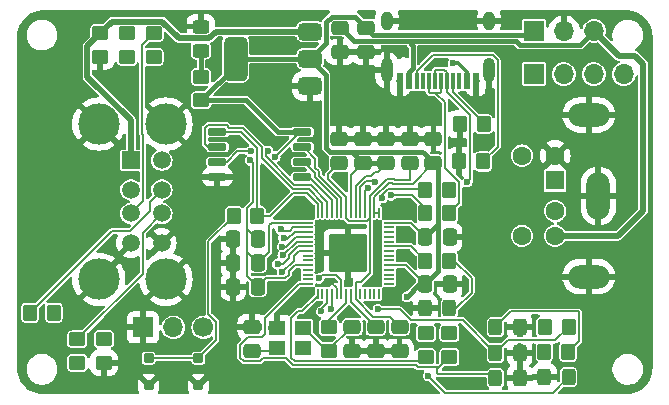
<source format=gbr>
G04 #@! TF.GenerationSoftware,KiCad,Pcbnew,8.0.4*
G04 #@! TF.CreationDate,2024-12-08T00:01:49+02:00*
G04 #@! TF.ProjectId,usb2ps2,75736232-7073-4322-9e6b-696361645f70,1.2*
G04 #@! TF.SameCoordinates,Original*
G04 #@! TF.FileFunction,Copper,L1,Top*
G04 #@! TF.FilePolarity,Positive*
%FSLAX46Y46*%
G04 Gerber Fmt 4.6, Leading zero omitted, Abs format (unit mm)*
G04 Created by KiCad (PCBNEW 8.0.4) date 2024-12-08 00:01:49*
%MOMM*%
%LPD*%
G01*
G04 APERTURE LIST*
G04 Aperture macros list*
%AMRoundRect*
0 Rectangle with rounded corners*
0 $1 Rounding radius*
0 $2 $3 $4 $5 $6 $7 $8 $9 X,Y pos of 4 corners*
0 Add a 4 corners polygon primitive as box body*
4,1,4,$2,$3,$4,$5,$6,$7,$8,$9,$2,$3,0*
0 Add four circle primitives for the rounded corners*
1,1,$1+$1,$2,$3*
1,1,$1+$1,$4,$5*
1,1,$1+$1,$6,$7*
1,1,$1+$1,$8,$9*
0 Add four rect primitives between the rounded corners*
20,1,$1+$1,$2,$3,$4,$5,0*
20,1,$1+$1,$4,$5,$6,$7,0*
20,1,$1+$1,$6,$7,$8,$9,0*
20,1,$1+$1,$8,$9,$2,$3,0*%
G04 Aperture macros list end*
G04 #@! TA.AperFunction,SMDPad,CuDef*
%ADD10RoundRect,0.250000X-0.450000X0.350000X-0.450000X-0.350000X0.450000X-0.350000X0.450000X0.350000X0*%
G04 #@! TD*
G04 #@! TA.AperFunction,SMDPad,CuDef*
%ADD11RoundRect,0.250000X-0.350000X-0.450000X0.350000X-0.450000X0.350000X0.450000X-0.350000X0.450000X0*%
G04 #@! TD*
G04 #@! TA.AperFunction,SMDPad,CuDef*
%ADD12RoundRect,0.250000X0.350000X0.450000X-0.350000X0.450000X-0.350000X-0.450000X0.350000X-0.450000X0*%
G04 #@! TD*
G04 #@! TA.AperFunction,SMDPad,CuDef*
%ADD13RoundRect,0.250000X0.450000X-0.350000X0.450000X0.350000X-0.450000X0.350000X-0.450000X-0.350000X0*%
G04 #@! TD*
G04 #@! TA.AperFunction,SMDPad,CuDef*
%ADD14RoundRect,0.250000X-0.450000X0.325000X-0.450000X-0.325000X0.450000X-0.325000X0.450000X0.325000X0*%
G04 #@! TD*
G04 #@! TA.AperFunction,SMDPad,CuDef*
%ADD15RoundRect,0.250000X-0.325000X-0.450000X0.325000X-0.450000X0.325000X0.450000X-0.325000X0.450000X0*%
G04 #@! TD*
G04 #@! TA.AperFunction,SMDPad,CuDef*
%ADD16RoundRect,0.250000X0.325000X0.450000X-0.325000X0.450000X-0.325000X-0.450000X0.325000X-0.450000X0*%
G04 #@! TD*
G04 #@! TA.AperFunction,SMDPad,CuDef*
%ADD17RoundRect,0.250000X-0.475000X0.337500X-0.475000X-0.337500X0.475000X-0.337500X0.475000X0.337500X0*%
G04 #@! TD*
G04 #@! TA.AperFunction,SMDPad,CuDef*
%ADD18RoundRect,0.250000X0.475000X-0.337500X0.475000X0.337500X-0.475000X0.337500X-0.475000X-0.337500X0*%
G04 #@! TD*
G04 #@! TA.AperFunction,SMDPad,CuDef*
%ADD19RoundRect,0.250000X0.337500X0.475000X-0.337500X0.475000X-0.337500X-0.475000X0.337500X-0.475000X0*%
G04 #@! TD*
G04 #@! TA.AperFunction,SMDPad,CuDef*
%ADD20RoundRect,0.250000X-0.337500X-0.475000X0.337500X-0.475000X0.337500X0.475000X-0.337500X0.475000X0*%
G04 #@! TD*
G04 #@! TA.AperFunction,ComponentPad*
%ADD21R,1.700000X1.700000*%
G04 #@! TD*
G04 #@! TA.AperFunction,ComponentPad*
%ADD22O,1.700000X1.700000*%
G04 #@! TD*
G04 #@! TA.AperFunction,ComponentPad*
%ADD23R,1.500000X1.500000*%
G04 #@! TD*
G04 #@! TA.AperFunction,ComponentPad*
%ADD24C,1.500000*%
G04 #@! TD*
G04 #@! TA.AperFunction,ComponentPad*
%ADD25C,3.500000*%
G04 #@! TD*
G04 #@! TA.AperFunction,SMDPad,CuDef*
%ADD26RoundRect,0.050000X-0.387500X-0.050000X0.387500X-0.050000X0.387500X0.050000X-0.387500X0.050000X0*%
G04 #@! TD*
G04 #@! TA.AperFunction,SMDPad,CuDef*
%ADD27RoundRect,0.050000X-0.050000X-0.387500X0.050000X-0.387500X0.050000X0.387500X-0.050000X0.387500X0*%
G04 #@! TD*
G04 #@! TA.AperFunction,ComponentPad*
%ADD28C,0.600000*%
G04 #@! TD*
G04 #@! TA.AperFunction,SMDPad,CuDef*
%ADD29RoundRect,0.144000X-1.456000X-1.456000X1.456000X-1.456000X1.456000X1.456000X-1.456000X1.456000X0*%
G04 #@! TD*
G04 #@! TA.AperFunction,SMDPad,CuDef*
%ADD30RoundRect,0.104987X0.295013X0.295013X-0.295013X0.295013X-0.295013X-0.295013X0.295013X-0.295013X0*%
G04 #@! TD*
G04 #@! TA.AperFunction,ComponentPad*
%ADD31R,1.600000X1.600000*%
G04 #@! TD*
G04 #@! TA.AperFunction,ComponentPad*
%ADD32C,1.600000*%
G04 #@! TD*
G04 #@! TA.AperFunction,ComponentPad*
%ADD33O,3.500000X2.000000*%
G04 #@! TD*
G04 #@! TA.AperFunction,ComponentPad*
%ADD34O,2.000000X4.000000*%
G04 #@! TD*
G04 #@! TA.AperFunction,SMDPad,CuDef*
%ADD35R,1.400000X1.200000*%
G04 #@! TD*
G04 #@! TA.AperFunction,SMDPad,CuDef*
%ADD36RoundRect,0.150000X-0.650000X-0.150000X0.650000X-0.150000X0.650000X0.150000X-0.650000X0.150000X0*%
G04 #@! TD*
G04 #@! TA.AperFunction,SMDPad,CuDef*
%ADD37R,0.600000X1.450000*%
G04 #@! TD*
G04 #@! TA.AperFunction,SMDPad,CuDef*
%ADD38R,0.300000X1.450000*%
G04 #@! TD*
G04 #@! TA.AperFunction,ComponentPad*
%ADD39O,1.000000X2.100000*%
G04 #@! TD*
G04 #@! TA.AperFunction,ComponentPad*
%ADD40O,1.000000X1.600000*%
G04 #@! TD*
G04 #@! TA.AperFunction,SMDPad,CuDef*
%ADD41RoundRect,0.375000X0.625000X0.375000X-0.625000X0.375000X-0.625000X-0.375000X0.625000X-0.375000X0*%
G04 #@! TD*
G04 #@! TA.AperFunction,SMDPad,CuDef*
%ADD42RoundRect,0.500000X0.500000X1.400000X-0.500000X1.400000X-0.500000X-1.400000X0.500000X-1.400000X0*%
G04 #@! TD*
G04 #@! TA.AperFunction,ComponentPad*
%ADD43C,1.700000*%
G04 #@! TD*
G04 #@! TA.AperFunction,ViaPad*
%ADD44C,0.600000*%
G04 #@! TD*
G04 #@! TA.AperFunction,Conductor*
%ADD45C,0.200000*%
G04 #@! TD*
G04 #@! TA.AperFunction,Conductor*
%ADD46C,0.400000*%
G04 #@! TD*
G04 #@! TA.AperFunction,Conductor*
%ADD47C,0.500000*%
G04 #@! TD*
G04 #@! TA.AperFunction,Conductor*
%ADD48C,0.300000*%
G04 #@! TD*
G04 APERTURE END LIST*
D10*
X136750000Y-100950000D03*
X136750000Y-102950000D03*
X134750000Y-100950000D03*
X134750000Y-102950000D03*
D11*
X144850000Y-100400000D03*
X146850000Y-100400000D03*
X144800000Y-102500000D03*
X146800000Y-102500000D03*
D12*
X103250000Y-99200000D03*
X101250000Y-99200000D03*
D13*
X109450000Y-77550000D03*
X109450000Y-75550000D03*
X105250000Y-103450000D03*
X105250000Y-101450000D03*
X111700000Y-77550000D03*
X111700000Y-75550000D03*
D10*
X115725000Y-79222500D03*
X115725000Y-81222500D03*
D11*
X137600000Y-86400000D03*
X139600000Y-86400000D03*
X137650000Y-83250000D03*
X139650000Y-83250000D03*
D12*
X136725000Y-94800000D03*
X134725000Y-94800000D03*
D10*
X126575000Y-100425000D03*
X126575000Y-102425000D03*
D12*
X120500000Y-91000000D03*
X118500000Y-91000000D03*
D14*
X115700000Y-74975000D03*
X115700000Y-77025000D03*
D15*
X134700000Y-98800000D03*
X136750000Y-98800000D03*
D16*
X146850000Y-104650000D03*
X144800000Y-104650000D03*
D15*
X140650000Y-102600000D03*
X142700000Y-102600000D03*
X140650000Y-104750000D03*
X142700000Y-104750000D03*
X140650000Y-100400000D03*
X142700000Y-100400000D03*
D10*
X107500000Y-101437500D03*
X107500000Y-103437500D03*
X107200000Y-75512500D03*
X107200000Y-77512500D03*
D17*
X129700000Y-75062500D03*
X129700000Y-77137500D03*
X127500000Y-75062500D03*
X127500000Y-77137500D03*
X128525000Y-100400000D03*
X128525000Y-102475000D03*
D18*
X120025000Y-102462500D03*
X120025000Y-100387500D03*
X135400000Y-86537500D03*
X135400000Y-84462500D03*
X133400000Y-86537500D03*
X133400000Y-84462500D03*
D17*
X130525000Y-100400000D03*
X130525000Y-102475000D03*
D19*
X120537500Y-97000000D03*
X118462500Y-97000000D03*
X120537500Y-94990000D03*
X118462500Y-94990000D03*
D20*
X134687500Y-96800000D03*
X136762500Y-96800000D03*
X134687500Y-92800000D03*
X136762500Y-92800000D03*
D18*
X129400000Y-86537500D03*
X129400000Y-84462500D03*
X131400000Y-86537500D03*
X131400000Y-84462500D03*
X127400000Y-86537500D03*
X127400000Y-84462500D03*
D17*
X132525000Y-100400000D03*
X132525000Y-102475000D03*
D19*
X120537500Y-92990000D03*
X118462500Y-92990000D03*
D12*
X136725000Y-88800000D03*
X134725000Y-88800000D03*
X136725000Y-90800000D03*
X134725000Y-90800000D03*
D21*
X143900000Y-79000000D03*
D22*
X146440000Y-79000000D03*
X148980000Y-79000000D03*
X151520000Y-79000000D03*
D21*
X143925000Y-75350000D03*
D22*
X146465000Y-75350000D03*
X149005000Y-75350000D03*
D23*
X109780000Y-86299998D03*
D24*
X109780000Y-88799998D03*
X109780000Y-90799998D03*
X109780000Y-93299998D03*
X112400000Y-86299998D03*
X112400000Y-88799998D03*
X112400000Y-90799998D03*
X112400000Y-93299998D03*
D25*
X107070000Y-83229998D03*
X107070000Y-96369998D03*
X112750000Y-83229998D03*
X112750000Y-96369998D03*
D26*
X124762500Y-91575000D03*
X124762500Y-91975000D03*
X124762500Y-92375000D03*
X124762500Y-92775000D03*
X124762500Y-93175000D03*
X124762500Y-93575000D03*
X124762500Y-93975000D03*
X124762500Y-94375000D03*
X124762500Y-94775000D03*
X124762500Y-95175000D03*
X124762500Y-95575000D03*
X124762500Y-95975000D03*
X124762500Y-96375000D03*
X124762500Y-96775000D03*
D27*
X125600000Y-97612500D03*
X126000000Y-97612500D03*
X126400000Y-97612500D03*
X126800000Y-97612500D03*
X127200000Y-97612500D03*
X127600000Y-97612500D03*
X128000000Y-97612500D03*
X128400000Y-97612500D03*
X128800000Y-97612500D03*
X129200000Y-97612500D03*
X129600000Y-97612500D03*
X130000000Y-97612500D03*
X130400000Y-97612500D03*
X130800000Y-97612500D03*
D26*
X131637500Y-96775000D03*
X131637500Y-96375000D03*
X131637500Y-95975000D03*
X131637500Y-95575000D03*
X131637500Y-95175000D03*
X131637500Y-94775000D03*
X131637500Y-94375000D03*
X131637500Y-93975000D03*
X131637500Y-93575000D03*
X131637500Y-93175000D03*
X131637500Y-92775000D03*
X131637500Y-92375000D03*
X131637500Y-91975000D03*
X131637500Y-91575000D03*
D27*
X130800000Y-90737500D03*
X130400000Y-90737500D03*
X130000000Y-90737500D03*
X129600000Y-90737500D03*
X129200000Y-90737500D03*
X128800000Y-90737500D03*
X128400000Y-90737500D03*
X128000000Y-90737500D03*
X127600000Y-90737500D03*
X127200000Y-90737500D03*
X126800000Y-90737500D03*
X126400000Y-90737500D03*
X126000000Y-90737500D03*
X125600000Y-90737500D03*
D28*
X126925000Y-92900000D03*
X126925000Y-94175000D03*
X126925000Y-95450000D03*
X128200000Y-92900000D03*
X128200000Y-94175000D03*
D29*
X128200000Y-94175000D03*
D28*
X128200000Y-95450000D03*
X129475000Y-92900000D03*
X129475000Y-94175000D03*
X129475000Y-95450000D03*
D30*
X111295000Y-105305000D03*
X115505000Y-105305000D03*
X111295000Y-103050000D03*
X115505000Y-103050000D03*
D31*
X145700000Y-88000000D03*
D32*
X145700000Y-90600000D03*
D33*
X148550000Y-96150000D03*
D34*
X149350000Y-89300000D03*
D32*
X145700000Y-85900000D03*
D33*
X148550000Y-82450000D03*
D32*
X145700000Y-92700000D03*
X142900000Y-85900000D03*
X142900000Y-92700000D03*
D35*
X122125000Y-102175000D03*
X124325000Y-102175000D03*
X124325000Y-100475000D03*
X122125000Y-100475000D03*
D36*
X117100000Y-83895000D03*
X117100000Y-85165000D03*
X117100000Y-86435000D03*
X117100000Y-87705000D03*
X124300000Y-87705000D03*
X124300000Y-86435000D03*
X124300000Y-85165000D03*
X124300000Y-83895000D03*
D37*
X139005000Y-79595000D03*
X138230000Y-79595000D03*
D38*
X137530000Y-79595000D03*
X137030000Y-79595000D03*
X136530000Y-79595000D03*
X136030000Y-79595000D03*
X135530000Y-79595000D03*
X135030000Y-79595000D03*
X134530000Y-79595000D03*
X134030000Y-79595000D03*
D37*
X133330000Y-79595000D03*
X132555000Y-79595000D03*
D39*
X140100000Y-78680000D03*
D40*
X140100000Y-74500000D03*
D39*
X131460000Y-78680000D03*
D40*
X131460000Y-74500000D03*
D41*
X124950000Y-80000000D03*
X124950000Y-77700000D03*
D42*
X118650000Y-77700000D03*
D41*
X124950000Y-75400000D03*
D21*
X110820000Y-100450000D03*
D22*
X113360000Y-100450000D03*
D43*
X115900000Y-100450000D03*
D44*
X125000000Y-99250000D03*
X128250000Y-99200000D03*
X129850000Y-74000000D03*
X114850000Y-99450000D03*
X139800000Y-84900000D03*
X137050000Y-81900000D03*
X135850000Y-77950000D03*
X117050000Y-93900000D03*
X121550000Y-95750000D03*
X138000000Y-105150000D03*
X150150000Y-99850000D03*
X143700000Y-95200000D03*
X144000000Y-90950000D03*
X123200000Y-85800000D03*
X121250000Y-87750000D03*
X107200000Y-77500000D03*
X120050000Y-100350000D03*
X126600000Y-96600000D03*
X118250000Y-94650000D03*
X118500000Y-97000000D03*
X124300000Y-102150000D03*
X122150000Y-100400000D03*
X109500000Y-75550000D03*
X109500000Y-77500000D03*
X111750000Y-77550000D03*
X105250000Y-103450000D03*
X103250000Y-99150000D03*
X122600000Y-95750000D03*
X122200000Y-95100000D03*
X122650000Y-94350000D03*
X122600000Y-93600000D03*
X122706308Y-92854847D03*
X122450000Y-92150000D03*
X107500000Y-101500000D03*
X127500000Y-75050000D03*
X146900000Y-102550000D03*
X146900000Y-104650000D03*
X140700000Y-104750000D03*
X136800000Y-100950000D03*
X144800000Y-102500000D03*
X144850000Y-100400000D03*
X134750000Y-100900000D03*
X137050000Y-78100000D03*
X136800000Y-88800000D03*
X138250000Y-88150000D03*
X130550000Y-100450000D03*
X133150000Y-97850000D03*
X134800000Y-102900000D03*
X134950000Y-104550000D03*
X140700000Y-100400000D03*
X125900000Y-99100000D03*
X122150000Y-102200000D03*
X125700000Y-96300000D03*
X126700000Y-98900000D03*
X130700000Y-98900000D03*
X121400000Y-85538909D03*
X119950000Y-85538909D03*
X121997233Y-85992579D03*
X129892525Y-88629657D03*
X119900000Y-86300000D03*
X131072792Y-89500000D03*
X130422857Y-88099325D03*
X131798833Y-89268933D03*
X124950000Y-75400000D03*
X136725000Y-96750000D03*
X134725000Y-98800000D03*
X137600000Y-86400000D03*
X127450000Y-77150000D03*
X125000000Y-80000000D03*
X132050000Y-90350000D03*
X127600000Y-87850000D03*
X130400000Y-96400000D03*
X124600000Y-89950000D03*
X117350000Y-82250000D03*
X121750000Y-76300000D03*
X116750000Y-77850000D03*
X133000000Y-92300000D03*
X132950000Y-94300000D03*
X146900000Y-100400000D03*
D45*
X120537500Y-97000000D02*
X121237500Y-96300000D01*
X121237500Y-96300000D02*
X122827818Y-96300000D01*
X122827818Y-96300000D02*
X123150000Y-95977818D01*
X123150000Y-95977818D02*
X123150000Y-95694974D01*
X123150000Y-95694974D02*
X123669974Y-95175000D01*
X123669974Y-95175000D02*
X124762500Y-95175000D01*
X123375000Y-99625000D02*
X123950000Y-99050000D01*
X123950000Y-99050000D02*
X124300000Y-99050000D01*
X123662500Y-103312500D02*
X123375000Y-103025000D01*
X123375000Y-103025000D02*
X123375000Y-99625000D01*
X134387500Y-103312500D02*
X123662500Y-103312500D01*
X124300000Y-99050000D02*
X125600000Y-97750000D01*
X125600000Y-97750000D02*
X125600000Y-97612500D01*
D46*
X129700000Y-75062500D02*
X128762500Y-74125000D01*
X128762500Y-74125000D02*
X126769544Y-74125000D01*
X126769544Y-74125000D02*
X126300000Y-74594544D01*
X126300000Y-74594544D02*
X126300000Y-76350000D01*
X126300000Y-76350000D02*
X124950000Y-77700000D01*
D45*
X115505000Y-103050000D02*
X117000000Y-101555000D01*
X116350000Y-93150000D02*
X118500000Y-91000000D01*
X117000000Y-101555000D02*
X117000000Y-99994365D01*
X117000000Y-99994365D02*
X116350000Y-99344365D01*
X116350000Y-99344365D02*
X116350000Y-93150000D01*
X140650000Y-104750000D02*
X140300000Y-104400000D01*
X135694975Y-104294975D02*
X135694975Y-104005025D01*
X140300000Y-104400000D02*
X135800000Y-104400000D01*
X135800000Y-104400000D02*
X135694975Y-104294975D01*
X135694975Y-104005025D02*
X136750000Y-102950000D01*
X146900000Y-104600000D02*
X145500000Y-106000000D01*
X145500000Y-106000000D02*
X136400000Y-106000000D01*
X136400000Y-106000000D02*
X134950000Y-104550000D01*
X127200000Y-97612500D02*
X127200000Y-97149350D01*
X127200000Y-97149350D02*
X126650650Y-96600000D01*
X126650650Y-96600000D02*
X126600000Y-96600000D01*
X125700000Y-96300000D02*
X126000000Y-96000000D01*
X126551810Y-96000000D02*
X126576810Y-96025000D01*
X126000000Y-96000000D02*
X126551810Y-96000000D01*
X127175000Y-96025000D02*
X127600000Y-96450000D01*
X126576810Y-96025000D02*
X127175000Y-96025000D01*
X127600000Y-96450000D02*
X127600000Y-97612500D01*
X109780000Y-90799998D02*
X110800000Y-89779998D01*
X110800000Y-89779998D02*
X110800000Y-84108426D01*
X110800000Y-84108426D02*
X110750000Y-84058426D01*
X110750000Y-84058426D02*
X110750000Y-76500000D01*
X110750000Y-76500000D02*
X111700000Y-75550000D01*
X111295000Y-103050000D02*
X115505000Y-103050000D01*
X112400000Y-88799998D02*
X111400000Y-89799998D01*
X109700000Y-92299998D02*
X108150002Y-92299998D01*
X111400000Y-89799998D02*
X111400000Y-90599998D01*
X108150002Y-92299998D02*
X101250000Y-99200000D01*
X111400000Y-90599998D02*
X109700000Y-92299998D01*
X105250000Y-101450000D02*
X110780000Y-95920000D01*
X110780000Y-95920000D02*
X110780000Y-92419998D01*
X110780000Y-92419998D02*
X112400000Y-90799998D01*
X124762500Y-91975000D02*
X123540078Y-91975000D01*
X123540078Y-91975000D02*
X123232539Y-92282539D01*
X123232539Y-92282539D02*
X122582539Y-92282539D01*
X122582539Y-92282539D02*
X122450000Y-92150000D01*
X122706308Y-92854847D02*
X122706308Y-92688666D01*
X122706308Y-92688666D02*
X123013847Y-92996205D01*
X123013847Y-92996205D02*
X123635052Y-92375000D01*
X123635052Y-92375000D02*
X124762500Y-92375000D01*
X124762500Y-92775000D02*
X123730026Y-92775000D01*
X123730026Y-92775000D02*
X122905026Y-93600000D01*
X122905026Y-93600000D02*
X122600000Y-93600000D01*
X124762500Y-93975000D02*
X124014948Y-93975000D01*
X123550000Y-94800000D02*
X122600000Y-95750000D01*
X124014948Y-93975000D02*
X123550000Y-94439948D01*
X123550000Y-94439948D02*
X123550000Y-94800000D01*
X124762500Y-93575000D02*
X123919974Y-93575000D01*
X123200000Y-94294974D02*
X123200000Y-94577818D01*
X122677818Y-95100000D02*
X122200000Y-95100000D01*
X123919974Y-93575000D02*
X123200000Y-94294974D01*
X123200000Y-94577818D02*
X122677818Y-95100000D01*
X123825000Y-93175000D02*
X122650000Y-94350000D01*
X124762500Y-93175000D02*
X123825000Y-93175000D01*
X122650000Y-92798539D02*
X122650000Y-92700000D01*
X122706308Y-92854847D02*
X122650000Y-92798539D01*
D47*
X107200000Y-75512500D02*
X106100000Y-76612500D01*
X106100000Y-76612500D02*
X106100000Y-79219438D01*
X106100000Y-79219438D02*
X109780000Y-82899438D01*
X109780000Y-82899438D02*
X109780000Y-86299998D01*
X124950000Y-75400000D02*
X116976166Y-75400000D01*
X112450000Y-74550000D02*
X108162500Y-74550000D01*
X116976166Y-75400000D02*
X116426166Y-75950000D01*
X116426166Y-75950000D02*
X113850000Y-75950000D01*
X113850000Y-75950000D02*
X112450000Y-74550000D01*
X108162500Y-74550000D02*
X107200000Y-75512500D01*
D46*
X127487500Y-75050000D02*
X128637500Y-76200000D01*
D47*
X145700000Y-92700000D02*
X151000000Y-92700000D01*
X151000000Y-92700000D02*
X153150000Y-90550000D01*
X151105000Y-77450000D02*
X149005000Y-75350000D01*
X153150000Y-90550000D02*
X153150000Y-78107969D01*
X153150000Y-78107969D02*
X152492031Y-77450000D01*
X152492031Y-77450000D02*
X151105000Y-77450000D01*
D48*
X137050000Y-78100000D02*
X137510000Y-78100000D01*
X138230000Y-78820000D02*
X137510000Y-78100000D01*
X138230000Y-79595000D02*
X138230000Y-78820000D01*
D46*
X133500000Y-76200000D02*
X142375000Y-76200000D01*
X128637500Y-76200000D02*
X133500000Y-76200000D01*
X133580000Y-78533604D02*
X133580000Y-78556016D01*
X133500000Y-76200000D02*
X133500000Y-76450000D01*
X133500000Y-76450000D02*
X133665000Y-76615000D01*
X133665000Y-76615000D02*
X133665000Y-78448604D01*
X133665000Y-78448604D02*
X133580000Y-78533604D01*
X133580000Y-78556016D02*
X133330000Y-78806016D01*
X133330000Y-78806016D02*
X133330000Y-79595000D01*
X147805000Y-76550000D02*
X149005000Y-75350000D01*
X142375000Y-76200000D02*
X142725000Y-76550000D01*
X142725000Y-76550000D02*
X147805000Y-76550000D01*
X129700000Y-75062500D02*
X130287500Y-75650000D01*
X130287500Y-75650000D02*
X143625000Y-75650000D01*
D45*
X137030000Y-80525026D02*
X137030000Y-79595000D01*
X139650000Y-83145026D02*
X137030000Y-80525026D01*
X139600000Y-86400000D02*
X140850000Y-85150000D01*
X140850000Y-77819340D02*
X140410660Y-77380000D01*
X140850000Y-85150000D02*
X140850000Y-77819340D01*
X140410660Y-77380000D02*
X135370000Y-77380000D01*
X135370000Y-77380000D02*
X134030000Y-78720000D01*
X134030000Y-78720000D02*
X134030000Y-79595000D01*
X138250000Y-88150000D02*
X138500000Y-87900000D01*
X136530000Y-80520000D02*
X138500000Y-82490000D01*
X138500000Y-82490000D02*
X138500000Y-87900000D01*
X136530000Y-79595000D02*
X136530000Y-80520000D01*
X135080000Y-80570000D02*
X135550000Y-80570000D01*
X135550000Y-80570000D02*
X135960000Y-80570000D01*
X135550000Y-80570000D02*
X136375000Y-81395000D01*
X136375000Y-81395000D02*
X136375000Y-86935966D01*
X136375000Y-86935966D02*
X137600000Y-88160966D01*
X137600000Y-88160966D02*
X137600000Y-89925000D01*
X137600000Y-89925000D02*
X136725000Y-90800000D01*
X135530000Y-79595000D02*
X135530000Y-78670000D01*
X135530000Y-78670000D02*
X135580000Y-78620000D01*
X135580000Y-78620000D02*
X136320000Y-78620000D01*
X136320000Y-78620000D02*
X136530000Y-78830000D01*
X136530000Y-78830000D02*
X136530000Y-79595000D01*
X135030000Y-79595000D02*
X135030000Y-80520000D01*
X135030000Y-80520000D02*
X135080000Y-80570000D01*
X135960000Y-80570000D02*
X136030000Y-80500000D01*
X136030000Y-80500000D02*
X136030000Y-79595000D01*
X130575000Y-100450000D02*
X128400000Y-98275000D01*
D46*
X134200000Y-96800000D02*
X133150000Y-97850000D01*
X134687500Y-96800000D02*
X134200000Y-96800000D01*
D45*
X140650000Y-102600000D02*
X141700000Y-101550000D01*
X145700000Y-101550000D02*
X146850000Y-100400000D01*
X141700000Y-101550000D02*
X145700000Y-101550000D01*
X146800000Y-102500000D02*
X147700000Y-101600000D01*
X141950000Y-99100000D02*
X140650000Y-100400000D01*
X147700000Y-101600000D02*
X147700000Y-99100000D01*
X147700000Y-99100000D02*
X141950000Y-99100000D01*
X126400000Y-98422182D02*
X125900000Y-98922182D01*
X125900000Y-98922182D02*
X125900000Y-99100000D01*
X126400000Y-97612500D02*
X126400000Y-98422182D01*
X126700000Y-98900000D02*
X126800000Y-98800000D01*
X126800000Y-98800000D02*
X126800000Y-97612500D01*
X135900000Y-103800000D02*
X134085966Y-103800000D01*
X133948466Y-103662500D02*
X123517525Y-103662500D01*
X123517525Y-103662500D02*
X122880025Y-103025000D01*
X119050000Y-101910966D02*
X119710966Y-101250000D01*
X120714034Y-103300000D02*
X119335966Y-103300000D01*
X119335966Y-103300000D02*
X119050000Y-103014034D01*
X134085966Y-103800000D02*
X133948466Y-103662500D01*
X124025000Y-96775000D02*
X124762500Y-96775000D01*
X119050000Y-103014034D02*
X119050000Y-101910966D01*
X120989034Y-103025000D02*
X120714034Y-103300000D01*
X122880025Y-103025000D02*
X120989034Y-103025000D01*
X136750000Y-102950000D02*
X135900000Y-103800000D01*
X119710966Y-101250000D02*
X120900000Y-101250000D01*
X120900000Y-101250000D02*
X121175000Y-100975000D01*
X121175000Y-100975000D02*
X121175000Y-99625000D01*
X121175000Y-99625000D02*
X124025000Y-96775000D01*
X132525000Y-100400000D02*
X131687500Y-99562500D01*
X131687500Y-99562500D02*
X130286850Y-99562500D01*
X130286850Y-99562500D02*
X128800000Y-98075650D01*
X128800000Y-98075650D02*
X128800000Y-97612500D01*
X128400000Y-98275000D02*
X128400000Y-97612500D01*
X126575000Y-100425000D02*
X126575000Y-99825000D01*
X126575000Y-99825000D02*
X128000000Y-98400000D01*
X128000000Y-98400000D02*
X128000000Y-97612500D01*
X128800000Y-88449390D02*
X129649390Y-87600000D01*
X129649390Y-87600000D02*
X130150000Y-87600000D01*
X128800000Y-90737500D02*
X128800000Y-88449390D01*
X130150000Y-87600000D02*
X130450000Y-87300000D01*
X130450000Y-87300000D02*
X130700000Y-87300000D01*
X130700000Y-87300000D02*
X131400000Y-86600000D01*
X134687500Y-96800000D02*
X133062500Y-95175000D01*
X133062500Y-95175000D02*
X131637500Y-95175000D01*
X134687500Y-92800000D02*
X133462500Y-91575000D01*
X133462500Y-91575000D02*
X131637500Y-91575000D01*
X128000000Y-90737500D02*
X128000000Y-91200650D01*
X130000000Y-91200650D02*
X130000000Y-90737500D01*
X128000000Y-91200650D02*
X128224350Y-91425000D01*
X128224350Y-91425000D02*
X129775650Y-91425000D01*
X129775650Y-91425000D02*
X130000000Y-91200650D01*
X130800000Y-90737500D02*
X130400000Y-90737500D01*
D46*
X129400000Y-86537500D02*
X131400000Y-86537500D01*
D45*
X128400000Y-90737500D02*
X128400000Y-87537500D01*
X128400000Y-87537500D02*
X129400000Y-86537500D01*
D46*
X124950000Y-77700000D02*
X118650000Y-77700000D01*
D45*
X126400000Y-89800000D02*
X126400000Y-90737500D01*
X121200000Y-85738910D02*
X121200000Y-85974842D01*
X119950000Y-85538909D02*
X118796090Y-85538909D01*
X121400000Y-85538909D02*
X121200000Y-85738910D01*
X118796090Y-85538909D02*
X117899999Y-86435000D01*
X117899999Y-86435000D02*
X117100000Y-86435000D01*
X121200000Y-85974842D02*
X123625145Y-88399987D01*
X123625145Y-88399987D02*
X124999987Y-88399987D01*
X124999987Y-88399987D02*
X126400000Y-89800000D01*
X124855013Y-88749987D02*
X126000000Y-89894974D01*
X119239975Y-83545000D02*
X120850000Y-85155025D01*
X116050000Y-83575158D02*
X116280158Y-83345000D01*
X117100000Y-85165000D02*
X116300001Y-85165000D01*
X116050000Y-84914999D02*
X116050000Y-83575158D01*
X118119842Y-83545000D02*
X119239975Y-83545000D01*
X116280158Y-83345000D02*
X117919842Y-83345000D01*
X120850000Y-85155025D02*
X120850000Y-86119816D01*
X116300001Y-85165000D02*
X116050000Y-84914999D01*
X117919842Y-83345000D02*
X118119842Y-83545000D01*
X126000000Y-89894974D02*
X126000000Y-90737500D01*
X123480171Y-88749987D02*
X124855013Y-88749987D01*
X120850000Y-86119816D02*
X123480171Y-88749987D01*
X125700000Y-87240183D02*
X125400000Y-86940183D01*
X127600000Y-89500000D02*
X125700000Y-87600000D01*
X125400000Y-86165158D02*
X124399842Y-85165000D01*
X127600000Y-90737500D02*
X127600000Y-89500000D01*
X125700000Y-87600000D02*
X125700000Y-87240183D01*
X125400000Y-86940183D02*
X125400000Y-86165158D01*
X125350000Y-87744974D02*
X125350000Y-87385158D01*
X125350000Y-87385158D02*
X124399842Y-86435000D01*
X127200000Y-89594974D02*
X125350000Y-87744974D01*
X127200000Y-90737500D02*
X127200000Y-89594974D01*
X126800000Y-89689948D02*
X125000000Y-87889948D01*
X126800000Y-90737500D02*
X126800000Y-89689948D01*
X125000000Y-87889948D02*
X125000000Y-87800000D01*
X130000000Y-90737500D02*
X130000000Y-91900000D01*
X130000000Y-91900000D02*
X130050000Y-91950000D01*
X129250000Y-96600000D02*
X128800000Y-96600000D01*
X130050000Y-91950000D02*
X130050000Y-95800000D01*
X130050000Y-95800000D02*
X129250000Y-96600000D01*
X128800000Y-96600000D02*
X128800000Y-97612500D01*
D46*
X135775000Y-95712500D02*
X134687500Y-96800000D01*
X135775000Y-91712500D02*
X134687500Y-92800000D01*
X126669544Y-85600000D02*
X128300000Y-85600000D01*
X128300000Y-85600000D02*
X128462500Y-85600000D01*
X135775000Y-91712500D02*
X135775000Y-95712500D01*
X126300000Y-85230456D02*
X126669544Y-85600000D01*
X128462500Y-85600000D02*
X129400000Y-86537500D01*
X126300000Y-79050000D02*
X126300000Y-85230456D01*
X124950000Y-77700000D02*
X126300000Y-79050000D01*
D45*
X129200000Y-88544364D02*
X129200000Y-90737500D01*
X121997233Y-85992579D02*
X124094812Y-83895000D01*
X129664707Y-88079657D02*
X129200000Y-88544364D01*
X129600000Y-88922182D02*
X129600000Y-90737500D01*
X129892525Y-88629657D02*
X129600000Y-88922182D01*
X130403189Y-88079657D02*
X129664707Y-88079657D01*
X130422857Y-88099325D02*
X130403189Y-88079657D01*
X120150000Y-86550000D02*
X119900000Y-86300000D01*
D46*
X122505000Y-83895000D02*
X124300000Y-83895000D01*
D45*
X120150000Y-89835966D02*
X120150000Y-86550000D01*
D46*
X122500000Y-83900000D02*
X122505000Y-83895000D01*
D45*
X119650000Y-90335966D02*
X120150000Y-89835966D01*
D46*
X122200000Y-83900000D02*
X122500000Y-83900000D01*
D45*
X128000000Y-90737500D02*
X128000000Y-89400000D01*
X119650000Y-92000000D02*
X119650000Y-90335966D01*
X131072792Y-89217156D02*
X131072792Y-89500000D01*
X130400000Y-89394974D02*
X130400000Y-90737500D01*
X131597487Y-88197487D02*
X130400000Y-89394974D01*
X130000000Y-89300000D02*
X130000000Y-90737500D01*
X131452513Y-87847487D02*
X130000000Y-89300000D01*
X132042463Y-87847487D02*
X131452513Y-87847487D01*
X132144976Y-87950000D02*
X132042463Y-87847487D01*
D46*
X128300000Y-85600000D02*
X134400000Y-85600000D01*
X134400000Y-85600000D02*
X134462500Y-85600000D01*
X134462500Y-85600000D02*
X134556250Y-85693750D01*
D45*
X119095000Y-83895000D02*
X117100000Y-83895000D01*
X120500000Y-85300000D02*
X119095000Y-83895000D01*
X121725000Y-91575000D02*
X124762500Y-91575000D01*
X121500000Y-91800000D02*
X121725000Y-91575000D01*
D46*
X119522500Y-81222500D02*
X122200000Y-83900000D01*
D45*
X121500000Y-94027500D02*
X121500000Y-91800000D01*
X128000000Y-89400000D02*
X126500000Y-87900000D01*
X126500000Y-87900000D02*
X126500000Y-87437500D01*
X119650000Y-92000000D02*
X119650000Y-94102500D01*
X119650000Y-92102500D02*
X119650000Y-92000000D01*
X119650000Y-94102500D02*
X119650000Y-96112500D01*
D48*
X139005000Y-79595000D02*
X139185000Y-79595000D01*
X132555000Y-79595000D02*
X132375000Y-79595000D01*
D45*
X138625000Y-97500000D02*
X138625000Y-96250000D01*
X133500000Y-93575000D02*
X131637500Y-93575000D01*
X131571015Y-88718933D02*
X131072792Y-89217156D01*
X133618933Y-89268933D02*
X131798833Y-89268933D01*
X131897488Y-88197487D02*
X131597487Y-88197487D01*
X132000001Y-88300000D02*
X131897488Y-88197487D01*
X133637500Y-88300000D02*
X132000001Y-88300000D01*
X133400000Y-87950000D02*
X132144976Y-87950000D01*
X120537500Y-92990000D02*
X119650000Y-92102500D01*
D46*
X115725000Y-81222500D02*
X119522500Y-81222500D01*
D45*
X120025000Y-102462500D02*
X121837500Y-102462500D01*
X126500000Y-87437500D02*
X127400000Y-86537500D01*
X120537500Y-94990000D02*
X121500000Y-94027500D01*
D46*
X115725000Y-81222500D02*
X118650000Y-78297500D01*
D45*
X119650000Y-94102500D02*
X120537500Y-94990000D01*
X120500000Y-91000000D02*
X120500000Y-85300000D01*
D46*
X115725000Y-79222500D02*
X115725000Y-77050000D01*
D45*
X134725000Y-94800000D02*
X133500000Y-93575000D01*
X119650000Y-96112500D02*
X120537500Y-97000000D01*
X137325000Y-98800000D02*
X138625000Y-97500000D01*
X136750000Y-98800000D02*
X137325000Y-98800000D01*
X138625000Y-96250000D02*
X137175000Y-94800000D01*
D46*
X134556250Y-85693750D02*
X135400000Y-86537500D01*
X134556250Y-85693750D02*
X135775000Y-86912500D01*
D45*
X134643933Y-88718933D02*
X131571015Y-88718933D01*
D46*
X135775000Y-86912500D02*
X135775000Y-91712500D01*
D45*
X134725000Y-90375000D02*
X133618933Y-89268933D01*
X133400000Y-86875000D02*
X133400000Y-87950000D01*
X135400000Y-86537500D02*
X133637500Y-88300000D01*
X121600000Y-91000000D02*
X120500000Y-91000000D01*
X124710039Y-89099987D02*
X123500013Y-89099987D01*
X125600000Y-90737500D02*
X125600000Y-89989948D01*
X125600000Y-89989948D02*
X124710039Y-89099987D01*
X123500013Y-89099987D02*
X121600000Y-91000000D01*
X126425000Y-102425000D02*
X128462500Y-100387500D01*
X124475000Y-100475000D02*
X126425000Y-102425000D01*
X140650000Y-102600000D02*
X137898466Y-99848466D01*
X133500000Y-99848466D02*
X132551534Y-98900000D01*
X137898466Y-99848466D02*
X133500000Y-99848466D01*
X132551534Y-98900000D02*
X130700000Y-98900000D01*
G04 #@! TA.AperFunction,Conductor*
G36*
X126581270Y-73620185D02*
G01*
X126627025Y-73672989D01*
X126636969Y-73742147D01*
X126607944Y-73805703D01*
X126576231Y-73831887D01*
X126554334Y-73844529D01*
X126554328Y-73844533D01*
X126019531Y-74379330D01*
X126019527Y-74379335D01*
X125995366Y-74421185D01*
X125995366Y-74421186D01*
X125973385Y-74459256D01*
X125971076Y-74467876D01*
X125934710Y-74527536D01*
X125871862Y-74558064D01*
X125805813Y-74551135D01*
X125732510Y-74522228D01*
X125700590Y-74509641D01*
X125616144Y-74499500D01*
X124283856Y-74499500D01*
X124245841Y-74504065D01*
X124199411Y-74509640D01*
X124065023Y-74562636D01*
X123949921Y-74649921D01*
X123862636Y-74765023D01*
X123833268Y-74839496D01*
X123814730Y-74886507D01*
X123809637Y-74899421D01*
X123808001Y-74905893D01*
X123772485Y-74966063D01*
X123710077Y-74997480D01*
X123687784Y-74999500D01*
X117023999Y-74999500D01*
X116956960Y-74979815D01*
X116911205Y-74927011D01*
X116899999Y-74875500D01*
X116899999Y-74600028D01*
X116899998Y-74600013D01*
X116889505Y-74497302D01*
X116834358Y-74330880D01*
X116834356Y-74330875D01*
X116742315Y-74181654D01*
X116618345Y-74057684D01*
X116469124Y-73965643D01*
X116469119Y-73965641D01*
X116302697Y-73910494D01*
X116302690Y-73910493D01*
X116199986Y-73900000D01*
X115950000Y-73900000D01*
X115950000Y-75101000D01*
X115930315Y-75168039D01*
X115877511Y-75213794D01*
X115826000Y-75225000D01*
X114500001Y-75225000D01*
X114500001Y-75349989D01*
X114506428Y-75412899D01*
X114493658Y-75481592D01*
X114445777Y-75532476D01*
X114383070Y-75549500D01*
X114067255Y-75549500D01*
X114000216Y-75529815D01*
X113979574Y-75513181D01*
X113066406Y-74600013D01*
X114500000Y-74600013D01*
X114500000Y-74725000D01*
X115450000Y-74725000D01*
X115450000Y-73900000D01*
X115200029Y-73900000D01*
X115200012Y-73900001D01*
X115097302Y-73910494D01*
X114930880Y-73965641D01*
X114930875Y-73965643D01*
X114781654Y-74057684D01*
X114657684Y-74181654D01*
X114565643Y-74330875D01*
X114565641Y-74330880D01*
X114510494Y-74497302D01*
X114510493Y-74497309D01*
X114500000Y-74600013D01*
X113066406Y-74600013D01*
X112695915Y-74229522D01*
X112695913Y-74229520D01*
X112650250Y-74203156D01*
X112604589Y-74176793D01*
X112543795Y-74160504D01*
X112502727Y-74149500D01*
X112502726Y-74149500D01*
X108222839Y-74149500D01*
X108222823Y-74149499D01*
X108215227Y-74149499D01*
X108109773Y-74149499D01*
X108041866Y-74167695D01*
X108007912Y-74176793D01*
X107916584Y-74229522D01*
X107842018Y-74304089D01*
X107420425Y-74725681D01*
X107359102Y-74759166D01*
X107332744Y-74762000D01*
X106718482Y-74762000D01*
X106637519Y-74774823D01*
X106624696Y-74776854D01*
X106511658Y-74834450D01*
X106511657Y-74834451D01*
X106511652Y-74834454D01*
X106421954Y-74924152D01*
X106421951Y-74924157D01*
X106421950Y-74924158D01*
X106407084Y-74953334D01*
X106364352Y-75037198D01*
X106349500Y-75130975D01*
X106349500Y-75745244D01*
X106329815Y-75812283D01*
X106313181Y-75832925D01*
X105779522Y-76366584D01*
X105779518Y-76366590D01*
X105726793Y-76457911D01*
X105726793Y-76457912D01*
X105721373Y-76478143D01*
X105720953Y-76479710D01*
X105720952Y-76479712D01*
X105699500Y-76559773D01*
X105699500Y-79272164D01*
X105726793Y-79374027D01*
X105742921Y-79401961D01*
X105779520Y-79465351D01*
X105779522Y-79465353D01*
X107082330Y-80768161D01*
X107115815Y-80829484D01*
X107110831Y-80899176D01*
X107068959Y-80955109D01*
X107003495Y-80979526D01*
X107002759Y-80979576D01*
X106775702Y-80994458D01*
X106775675Y-80994462D01*
X106486415Y-81051999D01*
X106486400Y-81052003D01*
X106207111Y-81146810D01*
X105942593Y-81277256D01*
X105942580Y-81277263D01*
X105697346Y-81441124D01*
X105697339Y-81441129D01*
X105663959Y-81470401D01*
X105663959Y-81470403D01*
X106451466Y-82257911D01*
X106320825Y-82352827D01*
X106192829Y-82480823D01*
X106097912Y-82611464D01*
X105310405Y-81823957D01*
X105310403Y-81823957D01*
X105281131Y-81857337D01*
X105281126Y-81857344D01*
X105117265Y-82102578D01*
X105117258Y-82102591D01*
X104986812Y-82367109D01*
X104892005Y-82646398D01*
X104892001Y-82646413D01*
X104834464Y-82935673D01*
X104834462Y-82935685D01*
X104815172Y-83229998D01*
X104834462Y-83524310D01*
X104834464Y-83524322D01*
X104892001Y-83813582D01*
X104892005Y-83813597D01*
X104986812Y-84092886D01*
X105117258Y-84357404D01*
X105117265Y-84357417D01*
X105281123Y-84602647D01*
X105310405Y-84636038D01*
X106097912Y-83848530D01*
X106192829Y-83979173D01*
X106320825Y-84107169D01*
X106451465Y-84202084D01*
X105663958Y-84989591D01*
X105697350Y-85018874D01*
X105942580Y-85182732D01*
X105942593Y-85182739D01*
X106207111Y-85313185D01*
X106486400Y-85407992D01*
X106486415Y-85407996D01*
X106775675Y-85465533D01*
X106775687Y-85465535D01*
X107070000Y-85484825D01*
X107364312Y-85465535D01*
X107364324Y-85465533D01*
X107653584Y-85407996D01*
X107653599Y-85407992D01*
X107932888Y-85313185D01*
X108197406Y-85182739D01*
X108197419Y-85182732D01*
X108442648Y-85018875D01*
X108476039Y-84989591D01*
X107688533Y-84202084D01*
X107819175Y-84107169D01*
X107947171Y-83979173D01*
X108042086Y-83848531D01*
X108829593Y-84636037D01*
X108858877Y-84602646D01*
X109022734Y-84357417D01*
X109022741Y-84357404D01*
X109144288Y-84110933D01*
X109191593Y-84059514D01*
X109259188Y-84041832D01*
X109325613Y-84063502D01*
X109369777Y-84117643D01*
X109379500Y-84165777D01*
X109379500Y-85275498D01*
X109359815Y-85342537D01*
X109307011Y-85388292D01*
X109255500Y-85399498D01*
X109015178Y-85399498D01*
X108971282Y-85408229D01*
X108971275Y-85408232D01*
X108921496Y-85441493D01*
X108921495Y-85441494D01*
X108888234Y-85491273D01*
X108888231Y-85491280D01*
X108879500Y-85535175D01*
X108879500Y-85535178D01*
X108879500Y-87064818D01*
X108879500Y-87064820D01*
X108879499Y-87064820D01*
X108888231Y-87108715D01*
X108888234Y-87108722D01*
X108921495Y-87158501D01*
X108921496Y-87158502D01*
X108971278Y-87191765D01*
X108971281Y-87191765D01*
X108971282Y-87191766D01*
X109015177Y-87200498D01*
X110425500Y-87200498D01*
X110492539Y-87220183D01*
X110538294Y-87272987D01*
X110549500Y-87324498D01*
X110549500Y-88002629D01*
X110529815Y-88069668D01*
X110477011Y-88115423D01*
X110407853Y-88125367D01*
X110352615Y-88102947D01*
X110232734Y-88015849D01*
X110232729Y-88015846D01*
X110059807Y-87938855D01*
X110059802Y-87938853D01*
X109895530Y-87903937D01*
X109874646Y-87899498D01*
X109685354Y-87899498D01*
X109664470Y-87903937D01*
X109500197Y-87938853D01*
X109500192Y-87938855D01*
X109327270Y-88015846D01*
X109327265Y-88015849D01*
X109174129Y-88127109D01*
X109047466Y-88267783D01*
X108952821Y-88431713D01*
X108952818Y-88431720D01*
X108897475Y-88602050D01*
X108894326Y-88611742D01*
X108874540Y-88799998D01*
X108894326Y-88988254D01*
X108894327Y-88988257D01*
X108952818Y-89168275D01*
X108952821Y-89168282D01*
X109047467Y-89332214D01*
X109174129Y-89472886D01*
X109327265Y-89584146D01*
X109327270Y-89584149D01*
X109500192Y-89661140D01*
X109500197Y-89661142D01*
X109582839Y-89678708D01*
X109644321Y-89711900D01*
X109678097Y-89773063D01*
X109673445Y-89842778D01*
X109631840Y-89898910D01*
X109582839Y-89921288D01*
X109500197Y-89938853D01*
X109500192Y-89938855D01*
X109327270Y-90015846D01*
X109327265Y-90015849D01*
X109174129Y-90127109D01*
X109047466Y-90267783D01*
X108952821Y-90431713D01*
X108952818Y-90431720D01*
X108894327Y-90611738D01*
X108894326Y-90611742D01*
X108874540Y-90799998D01*
X108894326Y-90988254D01*
X108894327Y-90988257D01*
X108952818Y-91168275D01*
X108952821Y-91168282D01*
X109047467Y-91332214D01*
X109150613Y-91446769D01*
X109174129Y-91472886D01*
X109327265Y-91584146D01*
X109327270Y-91584149D01*
X109500191Y-91661140D01*
X109500193Y-91661140D01*
X109500197Y-91661142D01*
X109676297Y-91698573D01*
X109737774Y-91731763D01*
X109771551Y-91792925D01*
X109766899Y-91862640D01*
X109738194Y-91907541D01*
X109632559Y-92013178D01*
X109571236Y-92046664D01*
X109544877Y-92049498D01*
X108100172Y-92049498D01*
X108008104Y-92087634D01*
X108008103Y-92087635D01*
X101775228Y-98320509D01*
X101713905Y-98353994D01*
X101668148Y-98355301D01*
X101631523Y-98349500D01*
X100868482Y-98349500D01*
X100787519Y-98362323D01*
X100774696Y-98364354D01*
X100661658Y-98421950D01*
X100661657Y-98421951D01*
X100661652Y-98421954D01*
X100571954Y-98511652D01*
X100571951Y-98511657D01*
X100514352Y-98624698D01*
X100499500Y-98718475D01*
X100499500Y-99681517D01*
X100508448Y-99738012D01*
X100514354Y-99775304D01*
X100571950Y-99888342D01*
X100571952Y-99888344D01*
X100571954Y-99888347D01*
X100661652Y-99978045D01*
X100661654Y-99978046D01*
X100661658Y-99978050D01*
X100766675Y-100031559D01*
X100774698Y-100035647D01*
X100868475Y-100050499D01*
X100868481Y-100050500D01*
X101631518Y-100050499D01*
X101725304Y-100035646D01*
X101838342Y-99978050D01*
X101928050Y-99888342D01*
X101985646Y-99775304D01*
X101985646Y-99775302D01*
X101985647Y-99775301D01*
X102000499Y-99681524D01*
X102000500Y-99681519D01*
X102000499Y-98855121D01*
X102020183Y-98788083D01*
X102036813Y-98767446D01*
X102310274Y-98493985D01*
X102371595Y-98460502D01*
X102441287Y-98465486D01*
X102497220Y-98507358D01*
X102521637Y-98572822D01*
X102515884Y-98619986D01*
X102514353Y-98624697D01*
X102499500Y-98718475D01*
X102499500Y-99681517D01*
X102508448Y-99738012D01*
X102514354Y-99775304D01*
X102571950Y-99888342D01*
X102571952Y-99888344D01*
X102571954Y-99888347D01*
X102661652Y-99978045D01*
X102661654Y-99978046D01*
X102661658Y-99978050D01*
X102766675Y-100031559D01*
X102774698Y-100035647D01*
X102868475Y-100050499D01*
X102868481Y-100050500D01*
X103631518Y-100050499D01*
X103725304Y-100035646D01*
X103838342Y-99978050D01*
X103928050Y-99888342D01*
X103985646Y-99775304D01*
X103985646Y-99775302D01*
X103985647Y-99775301D01*
X104000499Y-99681524D01*
X104000500Y-99681519D01*
X104000499Y-98718482D01*
X103985646Y-98624696D01*
X103928050Y-98511658D01*
X103928046Y-98511654D01*
X103928045Y-98511652D01*
X103838347Y-98421954D01*
X103838344Y-98421952D01*
X103838342Y-98421950D01*
X103761517Y-98382805D01*
X103725301Y-98364352D01*
X103631524Y-98349500D01*
X102868482Y-98349500D01*
X102774693Y-98364354D01*
X102769984Y-98365885D01*
X102700143Y-98367879D01*
X102640311Y-98331797D01*
X102609484Y-98269096D01*
X102617450Y-98199681D01*
X102643984Y-98160275D01*
X104608931Y-96195329D01*
X104670249Y-96161847D01*
X104739941Y-96166831D01*
X104795874Y-96208703D01*
X104820291Y-96274167D01*
X104820342Y-96291123D01*
X104815172Y-96369997D01*
X104834462Y-96664310D01*
X104834464Y-96664322D01*
X104892001Y-96953582D01*
X104892005Y-96953597D01*
X104986812Y-97232886D01*
X105117258Y-97497404D01*
X105117265Y-97497417D01*
X105281122Y-97742647D01*
X105310405Y-97776037D01*
X105310406Y-97776037D01*
X106097912Y-96988531D01*
X106192829Y-97119173D01*
X106320825Y-97247169D01*
X106451465Y-97342084D01*
X105663958Y-98129591D01*
X105697350Y-98158874D01*
X105942580Y-98322732D01*
X105942593Y-98322739D01*
X106207111Y-98453185D01*
X106486400Y-98547992D01*
X106486415Y-98547996D01*
X106775675Y-98605533D01*
X106775687Y-98605535D01*
X107070000Y-98624825D01*
X107364312Y-98605535D01*
X107364318Y-98605534D01*
X107432615Y-98591949D01*
X107502207Y-98598176D01*
X107557385Y-98641038D01*
X107580630Y-98706928D01*
X107564563Y-98774925D01*
X107544489Y-98801247D01*
X105682556Y-100663181D01*
X105621233Y-100696666D01*
X105594875Y-100699500D01*
X104768482Y-100699500D01*
X104687519Y-100712323D01*
X104674696Y-100714354D01*
X104561658Y-100771950D01*
X104561657Y-100771951D01*
X104561652Y-100771954D01*
X104471954Y-100861652D01*
X104471951Y-100861657D01*
X104471950Y-100861658D01*
X104461828Y-100881524D01*
X104414352Y-100974698D01*
X104399500Y-101068475D01*
X104399500Y-101831517D01*
X104409345Y-101893676D01*
X104414354Y-101925304D01*
X104471950Y-102038342D01*
X104471952Y-102038344D01*
X104471954Y-102038347D01*
X104561652Y-102128045D01*
X104561654Y-102128046D01*
X104561658Y-102128050D01*
X104674694Y-102185645D01*
X104674698Y-102185647D01*
X104768475Y-102200499D01*
X104768481Y-102200500D01*
X105731518Y-102200499D01*
X105825304Y-102185646D01*
X105938342Y-102128050D01*
X106028050Y-102038342D01*
X106085646Y-101925304D01*
X106085646Y-101925302D01*
X106085647Y-101925301D01*
X106100499Y-101831524D01*
X106100500Y-101831519D01*
X106100499Y-101068482D01*
X106096641Y-101044124D01*
X106094697Y-101031846D01*
X106103653Y-100962553D01*
X106129487Y-100924772D01*
X107502104Y-99552155D01*
X109470000Y-99552155D01*
X109470000Y-100200000D01*
X110386988Y-100200000D01*
X110354075Y-100257007D01*
X110320000Y-100384174D01*
X110320000Y-100515826D01*
X110354075Y-100642993D01*
X110386988Y-100700000D01*
X109470000Y-100700000D01*
X109470000Y-101347844D01*
X109476401Y-101407372D01*
X109476403Y-101407379D01*
X109526645Y-101542086D01*
X109526649Y-101542093D01*
X109612809Y-101657187D01*
X109612812Y-101657190D01*
X109727906Y-101743350D01*
X109727913Y-101743354D01*
X109862620Y-101793596D01*
X109862627Y-101793598D01*
X109922155Y-101799999D01*
X109922172Y-101800000D01*
X110570000Y-101800000D01*
X110570000Y-100883012D01*
X110627007Y-100915925D01*
X110754174Y-100950000D01*
X110885826Y-100950000D01*
X111012993Y-100915925D01*
X111070000Y-100883012D01*
X111070000Y-101800000D01*
X111717828Y-101800000D01*
X111717844Y-101799999D01*
X111777372Y-101793598D01*
X111777379Y-101793596D01*
X111912086Y-101743354D01*
X111912093Y-101743350D01*
X112027187Y-101657190D01*
X112027190Y-101657187D01*
X112113350Y-101542093D01*
X112113354Y-101542086D01*
X112163596Y-101407379D01*
X112163598Y-101407372D01*
X112169999Y-101347844D01*
X112170000Y-101347827D01*
X112170000Y-100809652D01*
X112189685Y-100742613D01*
X112242489Y-100696858D01*
X112311647Y-100686914D01*
X112375203Y-100715939D01*
X112412660Y-100773655D01*
X112422629Y-100806517D01*
X112431187Y-100834731D01*
X112524086Y-101008532D01*
X112524090Y-101008539D01*
X112649116Y-101160883D01*
X112801460Y-101285909D01*
X112801467Y-101285913D01*
X112975266Y-101378811D01*
X112975269Y-101378811D01*
X112975273Y-101378814D01*
X113163868Y-101436024D01*
X113360000Y-101455341D01*
X113556132Y-101436024D01*
X113744727Y-101378814D01*
X113777756Y-101361160D01*
X113851396Y-101321798D01*
X113918538Y-101285910D01*
X114070883Y-101160883D01*
X114195910Y-101008538D01*
X114253939Y-100899973D01*
X114288811Y-100834733D01*
X114288812Y-100834731D01*
X114288814Y-100834727D01*
X114346024Y-100646132D01*
X114365341Y-100450000D01*
X114346024Y-100253868D01*
X114288814Y-100065273D01*
X114288811Y-100065269D01*
X114288811Y-100065266D01*
X114195913Y-99891467D01*
X114195909Y-99891460D01*
X114070883Y-99739116D01*
X113918539Y-99614090D01*
X113918532Y-99614086D01*
X113744733Y-99521188D01*
X113744727Y-99521186D01*
X113573317Y-99469189D01*
X113556129Y-99463975D01*
X113360000Y-99444659D01*
X113163870Y-99463975D01*
X112975266Y-99521188D01*
X112801467Y-99614086D01*
X112801460Y-99614090D01*
X112649116Y-99739116D01*
X112524090Y-99891460D01*
X112524086Y-99891467D01*
X112431186Y-100065271D01*
X112412660Y-100126343D01*
X112374363Y-100184781D01*
X112310550Y-100213238D01*
X112241483Y-100202677D01*
X112189090Y-100156452D01*
X112170000Y-100090347D01*
X112170000Y-99552172D01*
X112169999Y-99552155D01*
X112163598Y-99492627D01*
X112163596Y-99492620D01*
X112113354Y-99357913D01*
X112113350Y-99357906D01*
X112027190Y-99242812D01*
X112027187Y-99242809D01*
X111912093Y-99156649D01*
X111912086Y-99156645D01*
X111777379Y-99106403D01*
X111777372Y-99106401D01*
X111717844Y-99100000D01*
X111070000Y-99100000D01*
X111070000Y-100016988D01*
X111012993Y-99984075D01*
X110885826Y-99950000D01*
X110754174Y-99950000D01*
X110627007Y-99984075D01*
X110570000Y-100016988D01*
X110570000Y-99100000D01*
X109922155Y-99100000D01*
X109862627Y-99106401D01*
X109862620Y-99106403D01*
X109727913Y-99156645D01*
X109727906Y-99156649D01*
X109612812Y-99242809D01*
X109612809Y-99242812D01*
X109526649Y-99357906D01*
X109526645Y-99357913D01*
X109476403Y-99492620D01*
X109476401Y-99492627D01*
X109470000Y-99552155D01*
X107502104Y-99552155D01*
X110329768Y-96724492D01*
X110391087Y-96691010D01*
X110460779Y-96695994D01*
X110516712Y-96737866D01*
X110539062Y-96787985D01*
X110572001Y-96953582D01*
X110572005Y-96953597D01*
X110666812Y-97232886D01*
X110797258Y-97497404D01*
X110797265Y-97497417D01*
X110961122Y-97742647D01*
X110990405Y-97776037D01*
X110990406Y-97776037D01*
X111777912Y-96988531D01*
X111872829Y-97119173D01*
X112000825Y-97247169D01*
X112131465Y-97342084D01*
X111343958Y-98129591D01*
X111377350Y-98158874D01*
X111622580Y-98322732D01*
X111622593Y-98322739D01*
X111887111Y-98453185D01*
X112166400Y-98547992D01*
X112166415Y-98547996D01*
X112455675Y-98605533D01*
X112455687Y-98605535D01*
X112750000Y-98624825D01*
X113044312Y-98605535D01*
X113044324Y-98605533D01*
X113333584Y-98547996D01*
X113333599Y-98547992D01*
X113612888Y-98453185D01*
X113877406Y-98322739D01*
X113877419Y-98322732D01*
X114122648Y-98158875D01*
X114156039Y-98129591D01*
X113368533Y-97342084D01*
X113499175Y-97247169D01*
X113627171Y-97119173D01*
X113722086Y-96988531D01*
X114509593Y-97776037D01*
X114538877Y-97742646D01*
X114702734Y-97497417D01*
X114702741Y-97497404D01*
X114833187Y-97232886D01*
X114927994Y-96953597D01*
X114927998Y-96953582D01*
X114985535Y-96664322D01*
X114985537Y-96664310D01*
X115004827Y-96369998D01*
X114985537Y-96075685D01*
X114985535Y-96075673D01*
X114927998Y-95786413D01*
X114927994Y-95786398D01*
X114833187Y-95507109D01*
X114702741Y-95242591D01*
X114702734Y-95242578D01*
X114538876Y-94997348D01*
X114509593Y-94963956D01*
X113722086Y-95751463D01*
X113627171Y-95620823D01*
X113499175Y-95492827D01*
X113368533Y-95397910D01*
X114156039Y-94610404D01*
X114156039Y-94610403D01*
X114122649Y-94581120D01*
X113877419Y-94417263D01*
X113877406Y-94417256D01*
X113612888Y-94286810D01*
X113464096Y-94236301D01*
X113406942Y-94196112D01*
X113380589Y-94131402D01*
X113393404Y-94062718D01*
X113402381Y-94047758D01*
X113486662Y-93927392D01*
X113486666Y-93927386D01*
X113579101Y-93729157D01*
X113579105Y-93729148D01*
X113635710Y-93517892D01*
X113635712Y-93517882D01*
X113654775Y-93299998D01*
X113654775Y-93299997D01*
X113635712Y-93082113D01*
X113635710Y-93082103D01*
X113579105Y-92870847D01*
X113579101Y-92870838D01*
X113486667Y-92672612D01*
X113486666Y-92672610D01*
X113443124Y-92610426D01*
X113443124Y-92610425D01*
X112850302Y-93203247D01*
X112828651Y-93122445D01*
X112768091Y-93017552D01*
X112682446Y-92931907D01*
X112577553Y-92871347D01*
X112496749Y-92849695D01*
X113089571Y-92256872D01*
X113027387Y-92213331D01*
X112829159Y-92120896D01*
X112829150Y-92120892D01*
X112617894Y-92064287D01*
X112617884Y-92064285D01*
X112400001Y-92045223D01*
X112399999Y-92045223D01*
X112182115Y-92064285D01*
X112182105Y-92064287D01*
X111970849Y-92120892D01*
X111970840Y-92120896D01*
X111772613Y-92213331D01*
X111710428Y-92256872D01*
X112303251Y-92849695D01*
X112222447Y-92871347D01*
X112117554Y-92931907D01*
X112031909Y-93017552D01*
X111971349Y-93122445D01*
X111949697Y-93203249D01*
X111356874Y-92610426D01*
X111313333Y-92672611D01*
X111266882Y-92772225D01*
X111220709Y-92824664D01*
X111153516Y-92843816D01*
X111086635Y-92823600D01*
X111041300Y-92770435D01*
X111030500Y-92719820D01*
X111030500Y-92575120D01*
X111050185Y-92508081D01*
X111066815Y-92487443D01*
X111902811Y-91651446D01*
X111964134Y-91617962D01*
X112033826Y-91622946D01*
X112040928Y-91625849D01*
X112062935Y-91635647D01*
X112120197Y-91661142D01*
X112305354Y-91700498D01*
X112305355Y-91700498D01*
X112494644Y-91700498D01*
X112494646Y-91700498D01*
X112679803Y-91661142D01*
X112852730Y-91584149D01*
X113005871Y-91472886D01*
X113132533Y-91332214D01*
X113227179Y-91168282D01*
X113285674Y-90988254D01*
X113305460Y-90799998D01*
X113285674Y-90611742D01*
X113227179Y-90431714D01*
X113132533Y-90267782D01*
X113005871Y-90127110D01*
X113005870Y-90127109D01*
X112852734Y-90015849D01*
X112852729Y-90015846D01*
X112679807Y-89938855D01*
X112679800Y-89938853D01*
X112597161Y-89921288D01*
X112535679Y-89888096D01*
X112501902Y-89826933D01*
X112506554Y-89757219D01*
X112548158Y-89701086D01*
X112597161Y-89678708D01*
X112613514Y-89675232D01*
X112679803Y-89661142D01*
X112852730Y-89584149D01*
X113005871Y-89472886D01*
X113132533Y-89332214D01*
X113227179Y-89168282D01*
X113285674Y-88988254D01*
X113305460Y-88799998D01*
X113285674Y-88611742D01*
X113227179Y-88431714D01*
X113132533Y-88267782D01*
X113005871Y-88127110D01*
X112991108Y-88116384D01*
X112852734Y-88015849D01*
X112852729Y-88015846D01*
X112716071Y-87955001D01*
X115802704Y-87955001D01*
X115802899Y-87957486D01*
X115848718Y-88115198D01*
X115932314Y-88256552D01*
X115932321Y-88256561D01*
X116048438Y-88372678D01*
X116048447Y-88372685D01*
X116189803Y-88456282D01*
X116189806Y-88456283D01*
X116347504Y-88502099D01*
X116347510Y-88502100D01*
X116384350Y-88504999D01*
X116384366Y-88505000D01*
X116850000Y-88505000D01*
X117350000Y-88505000D01*
X117815634Y-88505000D01*
X117815649Y-88504999D01*
X117852489Y-88502100D01*
X117852495Y-88502099D01*
X118010193Y-88456283D01*
X118010196Y-88456282D01*
X118151552Y-88372685D01*
X118151561Y-88372678D01*
X118267678Y-88256561D01*
X118267685Y-88256552D01*
X118351281Y-88115198D01*
X118397100Y-87957486D01*
X118397295Y-87955001D01*
X118397295Y-87955000D01*
X117350000Y-87955000D01*
X117350000Y-88505000D01*
X116850000Y-88505000D01*
X116850000Y-87955000D01*
X115802705Y-87955000D01*
X115802704Y-87955001D01*
X112716071Y-87955001D01*
X112679807Y-87938855D01*
X112679802Y-87938853D01*
X112515530Y-87903937D01*
X112494646Y-87899498D01*
X112305354Y-87899498D01*
X112284470Y-87903937D01*
X112120197Y-87938853D01*
X112120192Y-87938855D01*
X111947270Y-88015846D01*
X111947265Y-88015849D01*
X111794129Y-88127109D01*
X111667466Y-88267783D01*
X111572821Y-88431713D01*
X111572818Y-88431720D01*
X111517475Y-88602050D01*
X111514326Y-88611742D01*
X111494540Y-88799998D01*
X111514326Y-88988254D01*
X111514327Y-88988257D01*
X111574829Y-89174463D01*
X111572060Y-89175362D01*
X111579686Y-89232014D01*
X111550089Y-89295305D01*
X111544793Y-89300942D01*
X111262181Y-89583555D01*
X111200858Y-89617040D01*
X111131167Y-89612056D01*
X111075233Y-89570185D01*
X111050816Y-89504720D01*
X111050500Y-89495874D01*
X111050500Y-85005909D01*
X111070185Y-84938870D01*
X111122989Y-84893115D01*
X111192147Y-84883171D01*
X111255703Y-84912196D01*
X111256259Y-84912681D01*
X111377346Y-85018871D01*
X111622580Y-85182732D01*
X111622593Y-85182739D01*
X111887108Y-85313184D01*
X111891459Y-85314661D01*
X111948614Y-85354849D01*
X111974968Y-85419558D01*
X111962155Y-85488243D01*
X111924487Y-85532399D01*
X111794129Y-85627109D01*
X111667466Y-85767783D01*
X111572821Y-85931713D01*
X111572818Y-85931720D01*
X111520124Y-86093898D01*
X111514326Y-86111742D01*
X111494540Y-86299998D01*
X111514326Y-86488254D01*
X111514327Y-86488257D01*
X111572818Y-86668275D01*
X111572821Y-86668282D01*
X111667467Y-86832214D01*
X111748147Y-86921818D01*
X111794129Y-86972886D01*
X111947265Y-87084146D01*
X111947270Y-87084149D01*
X112120192Y-87161140D01*
X112120197Y-87161142D01*
X112305354Y-87200498D01*
X112305355Y-87200498D01*
X112494644Y-87200498D01*
X112494646Y-87200498D01*
X112679803Y-87161142D01*
X112852730Y-87084149D01*
X113005871Y-86972886D01*
X113132533Y-86832214D01*
X113227179Y-86668282D01*
X113285674Y-86488254D01*
X113305460Y-86299998D01*
X113285674Y-86111742D01*
X113227179Y-85931714D01*
X113132533Y-85767782D01*
X113047541Y-85673389D01*
X113034235Y-85658611D01*
X113004005Y-85595620D01*
X113012630Y-85526284D01*
X113057372Y-85472619D01*
X113102194Y-85454022D01*
X113333585Y-85407996D01*
X113333599Y-85407992D01*
X113612888Y-85313185D01*
X113877406Y-85182739D01*
X113877419Y-85182732D01*
X114122648Y-85018875D01*
X114156039Y-84989591D01*
X113368533Y-84202084D01*
X113499175Y-84107169D01*
X113627171Y-83979173D01*
X113722086Y-83848531D01*
X114509593Y-84636037D01*
X114538877Y-84602646D01*
X114702734Y-84357417D01*
X114702741Y-84357404D01*
X114833187Y-84092886D01*
X114927994Y-83813597D01*
X114927998Y-83813582D01*
X114985535Y-83524322D01*
X114985537Y-83524310D01*
X115004827Y-83229998D01*
X114985537Y-82935685D01*
X114985535Y-82935673D01*
X114927998Y-82646413D01*
X114927994Y-82646398D01*
X114833187Y-82367109D01*
X114702741Y-82102591D01*
X114702734Y-82102578D01*
X114538876Y-81857348D01*
X114509593Y-81823956D01*
X113722086Y-82611463D01*
X113627171Y-82480823D01*
X113499175Y-82352827D01*
X113368533Y-82257910D01*
X114156040Y-81470403D01*
X114122649Y-81441121D01*
X113877419Y-81277263D01*
X113877406Y-81277256D01*
X113612888Y-81146810D01*
X113333599Y-81052003D01*
X113333584Y-81051999D01*
X113044324Y-80994462D01*
X113044312Y-80994460D01*
X112750000Y-80975170D01*
X112455687Y-80994460D01*
X112455675Y-80994462D01*
X112166415Y-81051999D01*
X112166400Y-81052003D01*
X111887111Y-81146810D01*
X111622593Y-81277256D01*
X111622580Y-81277263D01*
X111377346Y-81441124D01*
X111377339Y-81441129D01*
X111343959Y-81470401D01*
X111343959Y-81470403D01*
X112131466Y-82257910D01*
X112000825Y-82352827D01*
X111872829Y-82480823D01*
X111777913Y-82611464D01*
X111036819Y-81870370D01*
X111003334Y-81809047D01*
X111000500Y-81782689D01*
X111000500Y-78411160D01*
X111020185Y-78344121D01*
X111072989Y-78298366D01*
X111142147Y-78288422D01*
X111143837Y-78288677D01*
X111218481Y-78300500D01*
X112181518Y-78300499D01*
X112275304Y-78285646D01*
X112388342Y-78228050D01*
X112478050Y-78138342D01*
X112535646Y-78025304D01*
X112535646Y-78025302D01*
X112535647Y-78025301D01*
X112550499Y-77931524D01*
X112550500Y-77931519D01*
X112550499Y-77168482D01*
X112535646Y-77074696D01*
X112478050Y-76961658D01*
X112478046Y-76961654D01*
X112478045Y-76961652D01*
X112388347Y-76871954D01*
X112388344Y-76871952D01*
X112388342Y-76871950D01*
X112299299Y-76826580D01*
X112275301Y-76814352D01*
X112181524Y-76799500D01*
X111218481Y-76799500D01*
X111143896Y-76811313D01*
X111074603Y-76802357D01*
X111021151Y-76757360D01*
X111000513Y-76690608D01*
X111000500Y-76688839D01*
X111000500Y-76655121D01*
X111020185Y-76588082D01*
X111036815Y-76567444D01*
X111267441Y-76336817D01*
X111328764Y-76303333D01*
X111355122Y-76300499D01*
X112181517Y-76300499D01*
X112181518Y-76300499D01*
X112275304Y-76285646D01*
X112388342Y-76228050D01*
X112478050Y-76138342D01*
X112535646Y-76025304D01*
X112535646Y-76025302D01*
X112535647Y-76025301D01*
X112550499Y-75931524D01*
X112550500Y-75931519D01*
X112550499Y-75516252D01*
X112570183Y-75449215D01*
X112622987Y-75403460D01*
X112692146Y-75393516D01*
X112755702Y-75422541D01*
X112762180Y-75428573D01*
X113604087Y-76270480D01*
X113695412Y-76323207D01*
X113797273Y-76350500D01*
X113902727Y-76350500D01*
X114776238Y-76350500D01*
X114843277Y-76370185D01*
X114889032Y-76422989D01*
X114898976Y-76492147D01*
X114886723Y-76530795D01*
X114864352Y-76574698D01*
X114849500Y-76668475D01*
X114849500Y-77381517D01*
X114850448Y-77387500D01*
X114864354Y-77475304D01*
X114921950Y-77588342D01*
X114921952Y-77588344D01*
X114921954Y-77588347D01*
X115011652Y-77678045D01*
X115011654Y-77678046D01*
X115011658Y-77678050D01*
X115124694Y-77735645D01*
X115124698Y-77735647D01*
X115218474Y-77750499D01*
X115218475Y-77750499D01*
X115218481Y-77750500D01*
X115250499Y-77750499D01*
X115317537Y-77770182D01*
X115363293Y-77822984D01*
X115374500Y-77874499D01*
X115374500Y-78348000D01*
X115354815Y-78415039D01*
X115302011Y-78460794D01*
X115250510Y-78472000D01*
X115243485Y-78472000D01*
X115171435Y-78483411D01*
X115149696Y-78486854D01*
X115036658Y-78544450D01*
X115036657Y-78544451D01*
X115036652Y-78544454D01*
X114946954Y-78634152D01*
X114946951Y-78634157D01*
X114889352Y-78747198D01*
X114874500Y-78840975D01*
X114874500Y-79604017D01*
X114884101Y-79664636D01*
X114889354Y-79697804D01*
X114946950Y-79810842D01*
X114946952Y-79810844D01*
X114946954Y-79810847D01*
X115036652Y-79900545D01*
X115036654Y-79900546D01*
X115036658Y-79900550D01*
X115149696Y-79958146D01*
X115149698Y-79958147D01*
X115243475Y-79972999D01*
X115243481Y-79973000D01*
X116179456Y-79972999D01*
X116246495Y-79992683D01*
X116292250Y-80045487D01*
X116302194Y-80114646D01*
X116273169Y-80178202D01*
X116267137Y-80184680D01*
X116016135Y-80435681D01*
X115954812Y-80469166D01*
X115928454Y-80472000D01*
X115243482Y-80472000D01*
X115162519Y-80484823D01*
X115149696Y-80486854D01*
X115036658Y-80544450D01*
X115036657Y-80544451D01*
X115036652Y-80544454D01*
X114946954Y-80634152D01*
X114946951Y-80634157D01*
X114889352Y-80747198D01*
X114874500Y-80840975D01*
X114874500Y-81604017D01*
X114883973Y-81663828D01*
X114889354Y-81697804D01*
X114946950Y-81810842D01*
X114946952Y-81810844D01*
X114946954Y-81810847D01*
X115036652Y-81900545D01*
X115036654Y-81900546D01*
X115036658Y-81900550D01*
X115133709Y-81950000D01*
X115149698Y-81958147D01*
X115243475Y-81972999D01*
X115243481Y-81973000D01*
X116206518Y-81972999D01*
X116300304Y-81958146D01*
X116413342Y-81900550D01*
X116503050Y-81810842D01*
X116560646Y-81697804D01*
X116563845Y-81677602D01*
X116593774Y-81614468D01*
X116653085Y-81577537D01*
X116686319Y-81573000D01*
X119325956Y-81573000D01*
X119392995Y-81592685D01*
X119413637Y-81609319D01*
X121984788Y-84180470D01*
X121984789Y-84180471D01*
X121984791Y-84180472D01*
X122024750Y-84203542D01*
X122064712Y-84226614D01*
X122153856Y-84250500D01*
X122153858Y-84250500D01*
X122546142Y-84250500D01*
X122546144Y-84250500D01*
X122549041Y-84249723D01*
X122581129Y-84245500D01*
X123090690Y-84245500D01*
X123157729Y-84265185D01*
X123203484Y-84317989D01*
X123213428Y-84387147D01*
X123184403Y-84450703D01*
X123178375Y-84457176D01*
X122389939Y-85245611D01*
X122129790Y-85505760D01*
X122068467Y-85539245D01*
X122042109Y-85542079D01*
X121963036Y-85542079D01*
X121895997Y-85522394D01*
X121850242Y-85469590D01*
X121840298Y-85435727D01*
X121836697Y-85410683D01*
X121822594Y-85379802D01*
X121782882Y-85292846D01*
X121698049Y-85194942D01*
X121589069Y-85124905D01*
X121589065Y-85124903D01*
X121589064Y-85124903D01*
X121464774Y-85088409D01*
X121464772Y-85088409D01*
X121335228Y-85088409D01*
X121226622Y-85120297D01*
X121156753Y-85120296D01*
X121097975Y-85082520D01*
X121077128Y-85048772D01*
X121064744Y-85018874D01*
X121062364Y-85013128D01*
X120991897Y-84942661D01*
X119381872Y-83332636D01*
X119352585Y-83320505D01*
X119289804Y-83294500D01*
X119289803Y-83294500D01*
X118274965Y-83294500D01*
X118207926Y-83274815D01*
X118187283Y-83258181D01*
X118132206Y-83203104D01*
X118061739Y-83132636D01*
X118040890Y-83124000D01*
X117969671Y-83094500D01*
X117969670Y-83094500D01*
X116344428Y-83094500D01*
X116344420Y-83094499D01*
X116329986Y-83094499D01*
X116230331Y-83094499D01*
X116230330Y-83094499D01*
X116203364Y-83105669D01*
X116176398Y-83116839D01*
X116138261Y-83132636D01*
X116138259Y-83132637D01*
X116067794Y-83203103D01*
X116067791Y-83203104D01*
X115890670Y-83380224D01*
X115890661Y-83380236D01*
X115837636Y-83433261D01*
X115799500Y-83525328D01*
X115799500Y-84964828D01*
X115837636Y-85056896D01*
X116080566Y-85299825D01*
X116080569Y-85299829D01*
X116125496Y-85344756D01*
X116151249Y-85382351D01*
X116197793Y-85487764D01*
X116197794Y-85487765D01*
X116277235Y-85567206D01*
X116380009Y-85612585D01*
X116405135Y-85615500D01*
X117794864Y-85615499D01*
X117794879Y-85615497D01*
X117794882Y-85615497D01*
X117819987Y-85612586D01*
X117819988Y-85612585D01*
X117819991Y-85612585D01*
X117922765Y-85567206D01*
X118002206Y-85487765D01*
X118047585Y-85384991D01*
X118050500Y-85359865D01*
X118050499Y-84970136D01*
X118050497Y-84970117D01*
X118047586Y-84945012D01*
X118047585Y-84945010D01*
X118047585Y-84945009D01*
X118002206Y-84842235D01*
X117922765Y-84762794D01*
X117899499Y-84752521D01*
X117819992Y-84717415D01*
X117794868Y-84714500D01*
X116424500Y-84714500D01*
X116357461Y-84694815D01*
X116311706Y-84642011D01*
X116300500Y-84590500D01*
X116300500Y-84469499D01*
X116320185Y-84402460D01*
X116372989Y-84356705D01*
X116424495Y-84345499D01*
X117794864Y-84345499D01*
X117794879Y-84345497D01*
X117794882Y-84345497D01*
X117819987Y-84342586D01*
X117819988Y-84342585D01*
X117819991Y-84342585D01*
X117922765Y-84297206D01*
X118002206Y-84217765D01*
X118002207Y-84217760D01*
X118008699Y-84208286D01*
X118010078Y-84209231D01*
X118046564Y-84166037D01*
X118113350Y-84145510D01*
X118114912Y-84145500D01*
X118939877Y-84145500D01*
X119006916Y-84165185D01*
X119027558Y-84181819D01*
X119779792Y-84934053D01*
X119813277Y-84995376D01*
X119808293Y-85065068D01*
X119766421Y-85121001D01*
X119759158Y-85126044D01*
X119716540Y-85153433D01*
X119651950Y-85194942D01*
X119608047Y-85245611D01*
X119549269Y-85283386D01*
X119514333Y-85288409D01*
X118746260Y-85288409D01*
X118654192Y-85326545D01*
X118654191Y-85326546D01*
X118000294Y-85980442D01*
X117938971Y-86013927D01*
X117869279Y-86008943D01*
X117862528Y-86006196D01*
X117819992Y-85987415D01*
X117794865Y-85984500D01*
X116405143Y-85984500D01*
X116405117Y-85984502D01*
X116380012Y-85987413D01*
X116380008Y-85987415D01*
X116277235Y-86032793D01*
X116197794Y-86112234D01*
X116152415Y-86215006D01*
X116152415Y-86215008D01*
X116149500Y-86240131D01*
X116149500Y-86629856D01*
X116149502Y-86629882D01*
X116152413Y-86654987D01*
X116152415Y-86654991D01*
X116197793Y-86757764D01*
X116204918Y-86764889D01*
X116238403Y-86826212D01*
X116233419Y-86895904D01*
X116191547Y-86951837D01*
X116180359Y-86959302D01*
X116048444Y-87037317D01*
X116048438Y-87037321D01*
X115932321Y-87153438D01*
X115932314Y-87153447D01*
X115848718Y-87294801D01*
X115802899Y-87452513D01*
X115802704Y-87454998D01*
X115802705Y-87455000D01*
X118397295Y-87455000D01*
X118397295Y-87454998D01*
X118397100Y-87452513D01*
X118351281Y-87294801D01*
X118267685Y-87153447D01*
X118267678Y-87153438D01*
X118151561Y-87037321D01*
X118151552Y-87037314D01*
X118019641Y-86959302D01*
X117971957Y-86908233D01*
X117959454Y-86839491D01*
X117986100Y-86774902D01*
X117995075Y-86764895D01*
X118002206Y-86757765D01*
X118047585Y-86654991D01*
X118047585Y-86654986D01*
X118048750Y-86652349D01*
X118074501Y-86614757D01*
X118863532Y-85825728D01*
X118924855Y-85792243D01*
X118951213Y-85789409D01*
X119474810Y-85789409D01*
X119541849Y-85809094D01*
X119587604Y-85861898D01*
X119597548Y-85931056D01*
X119568523Y-85994611D01*
X119517120Y-86053932D01*
X119517117Y-86053938D01*
X119463302Y-86171774D01*
X119444867Y-86300000D01*
X119463302Y-86428225D01*
X119510891Y-86532429D01*
X119517118Y-86546063D01*
X119601951Y-86643967D01*
X119710931Y-86714004D01*
X119810435Y-86743220D01*
X119869212Y-86780993D01*
X119898238Y-86844548D01*
X119899500Y-86862197D01*
X119899500Y-89680842D01*
X119879815Y-89747881D01*
X119863181Y-89768523D01*
X119490661Y-90141042D01*
X119490662Y-90141043D01*
X119437636Y-90194069D01*
X119397090Y-90291955D01*
X119353248Y-90346358D01*
X119286954Y-90368422D01*
X119219255Y-90351142D01*
X119182206Y-90317380D01*
X119178052Y-90311662D01*
X119178050Y-90311658D01*
X119178046Y-90311654D01*
X119178044Y-90311651D01*
X119088347Y-90221954D01*
X119088344Y-90221952D01*
X119088342Y-90221950D01*
X118996873Y-90175344D01*
X118975301Y-90164352D01*
X118881524Y-90149500D01*
X118118482Y-90149500D01*
X118045034Y-90161133D01*
X118024696Y-90164354D01*
X117911658Y-90221950D01*
X117911657Y-90221951D01*
X117911652Y-90221954D01*
X117821954Y-90311652D01*
X117821951Y-90311657D01*
X117821950Y-90311658D01*
X117812476Y-90330252D01*
X117764352Y-90424698D01*
X117749500Y-90518475D01*
X117749500Y-91344876D01*
X117729815Y-91411915D01*
X117713181Y-91432557D01*
X116208103Y-92937636D01*
X116137637Y-93008101D01*
X116137636Y-93008102D01*
X116099500Y-93100170D01*
X116099500Y-99327494D01*
X116079815Y-99394533D01*
X116027011Y-99440288D01*
X115963348Y-99450897D01*
X115900002Y-99444659D01*
X115900000Y-99444659D01*
X115703870Y-99463975D01*
X115515266Y-99521188D01*
X115341467Y-99614086D01*
X115341460Y-99614090D01*
X115189116Y-99739116D01*
X115064090Y-99891460D01*
X115064086Y-99891467D01*
X114971188Y-100065266D01*
X114913975Y-100253870D01*
X114894659Y-100450000D01*
X114913975Y-100646129D01*
X114913976Y-100646132D01*
X114967094Y-100821239D01*
X114971188Y-100834733D01*
X115064086Y-101008532D01*
X115064090Y-101008539D01*
X115189116Y-101160883D01*
X115341460Y-101285909D01*
X115341467Y-101285913D01*
X115515266Y-101378811D01*
X115515269Y-101378811D01*
X115515273Y-101378814D01*
X115703868Y-101436024D01*
X115900000Y-101455341D01*
X116096132Y-101436024D01*
X116284727Y-101378814D01*
X116317756Y-101361160D01*
X116391396Y-101321798D01*
X116458538Y-101285910D01*
X116546835Y-101213445D01*
X116611144Y-101186133D01*
X116680012Y-101197924D01*
X116731572Y-101245076D01*
X116749500Y-101309299D01*
X116749500Y-101399876D01*
X116729815Y-101466915D01*
X116713181Y-101487557D01*
X115737556Y-102463181D01*
X115676233Y-102496666D01*
X115649875Y-102499500D01*
X115184828Y-102499500D01*
X115140191Y-102508378D01*
X115110301Y-102514324D01*
X115110300Y-102514324D01*
X115110298Y-102514325D01*
X115025791Y-102570790D01*
X114969323Y-102655301D01*
X114960493Y-102699692D01*
X114928108Y-102761603D01*
X114867392Y-102796177D01*
X114838876Y-102799500D01*
X111961122Y-102799500D01*
X111894083Y-102779815D01*
X111848328Y-102727011D01*
X111839505Y-102699692D01*
X111830676Y-102655301D01*
X111830675Y-102655300D01*
X111830675Y-102655298D01*
X111774209Y-102570791D01*
X111689698Y-102514323D01*
X111615178Y-102499500D01*
X110974828Y-102499500D01*
X110930191Y-102508378D01*
X110900301Y-102514324D01*
X110900300Y-102514324D01*
X110900298Y-102514325D01*
X110815791Y-102570790D01*
X110759323Y-102655301D01*
X110744500Y-102729820D01*
X110744500Y-103370171D01*
X110748806Y-103391817D01*
X110759324Y-103444699D01*
X110759324Y-103444700D01*
X110759325Y-103444701D01*
X110808532Y-103518345D01*
X110815791Y-103529209D01*
X110900301Y-103585676D01*
X110974825Y-103600500D01*
X111615174Y-103600499D01*
X111689699Y-103585676D01*
X111774209Y-103529209D01*
X111830676Y-103444699D01*
X111834535Y-103425301D01*
X111839507Y-103400308D01*
X111871892Y-103338397D01*
X111932608Y-103303823D01*
X111961124Y-103300500D01*
X114838878Y-103300500D01*
X114905917Y-103320185D01*
X114951672Y-103372989D01*
X114960494Y-103400304D01*
X114965466Y-103425301D01*
X114969324Y-103444701D01*
X115018532Y-103518345D01*
X115025791Y-103529209D01*
X115110301Y-103585676D01*
X115184825Y-103600500D01*
X115825174Y-103600499D01*
X115899699Y-103585676D01*
X115984209Y-103529209D01*
X116040676Y-103444699D01*
X116055500Y-103370175D01*
X116055499Y-102905121D01*
X116075183Y-102838083D01*
X116091813Y-102817446D01*
X117212364Y-101696897D01*
X117250500Y-101604828D01*
X117250500Y-101505173D01*
X117250500Y-100000013D01*
X118800000Y-100000013D01*
X118800000Y-100137500D01*
X119775000Y-100137500D01*
X119775000Y-99300000D01*
X119500029Y-99300000D01*
X119500012Y-99300001D01*
X119397302Y-99310494D01*
X119230880Y-99365641D01*
X119230875Y-99365643D01*
X119081654Y-99457684D01*
X118957684Y-99581654D01*
X118865643Y-99730875D01*
X118865641Y-99730880D01*
X118810494Y-99897302D01*
X118810493Y-99897309D01*
X118800000Y-100000013D01*
X117250500Y-100000013D01*
X117250500Y-99944537D01*
X117212364Y-99852468D01*
X117141897Y-99782001D01*
X117134832Y-99774936D01*
X117134825Y-99774930D01*
X116636819Y-99276923D01*
X116603334Y-99215600D01*
X116600500Y-99189242D01*
X116600500Y-97524986D01*
X117375001Y-97524986D01*
X117385494Y-97627697D01*
X117440641Y-97794119D01*
X117440643Y-97794123D01*
X117532684Y-97943345D01*
X117656654Y-98067315D01*
X117805875Y-98159356D01*
X117805880Y-98159358D01*
X117972302Y-98214505D01*
X117972309Y-98214506D01*
X118075019Y-98224999D01*
X118212499Y-98224999D01*
X118712500Y-98224999D01*
X118849972Y-98224999D01*
X118849986Y-98224998D01*
X118952697Y-98214505D01*
X119119119Y-98159358D01*
X119119124Y-98159356D01*
X119268345Y-98067315D01*
X119392315Y-97943345D01*
X119484357Y-97794123D01*
X119484358Y-97794119D01*
X119539505Y-97627697D01*
X119539506Y-97627690D01*
X119549999Y-97524986D01*
X119550000Y-97524973D01*
X119550000Y-97250000D01*
X118712500Y-97250000D01*
X118712500Y-98224999D01*
X118212499Y-98224999D01*
X118212500Y-98224998D01*
X118212500Y-97250000D01*
X117375001Y-97250000D01*
X117375001Y-97524986D01*
X116600500Y-97524986D01*
X116600500Y-96475013D01*
X117375000Y-96475013D01*
X117375000Y-96750000D01*
X118212500Y-96750000D01*
X118212500Y-95240000D01*
X117375001Y-95240000D01*
X117375001Y-95514986D01*
X117385494Y-95617697D01*
X117440641Y-95784119D01*
X117440643Y-95784123D01*
X117530561Y-95929903D01*
X117549001Y-95997296D01*
X117530561Y-96060097D01*
X117440643Y-96205875D01*
X117440641Y-96205880D01*
X117385494Y-96372302D01*
X117385493Y-96372309D01*
X117375000Y-96475013D01*
X116600500Y-96475013D01*
X116600500Y-94465013D01*
X117375000Y-94465013D01*
X117375000Y-94740000D01*
X118212500Y-94740000D01*
X118212500Y-93240000D01*
X117375001Y-93240000D01*
X117375001Y-93514986D01*
X117385494Y-93617697D01*
X117440641Y-93784119D01*
X117440643Y-93784124D01*
X117527477Y-93924903D01*
X117545917Y-93992296D01*
X117527477Y-94055097D01*
X117440643Y-94195875D01*
X117440641Y-94195880D01*
X117385494Y-94362302D01*
X117385493Y-94362309D01*
X117375000Y-94465013D01*
X116600500Y-94465013D01*
X116600500Y-93305122D01*
X116620185Y-93238083D01*
X116636814Y-93217446D01*
X117163320Y-92690940D01*
X117224642Y-92657456D01*
X117294334Y-92662440D01*
X117350267Y-92704312D01*
X117356783Y-92721783D01*
X117375000Y-92740000D01*
X118588500Y-92740000D01*
X118655539Y-92759685D01*
X118701294Y-92812489D01*
X118712500Y-92864000D01*
X118712500Y-96750000D01*
X119549999Y-96750000D01*
X119549999Y-96666121D01*
X119569684Y-96599082D01*
X119622488Y-96553327D01*
X119691646Y-96543383D01*
X119755202Y-96572408D01*
X119761680Y-96578440D01*
X119763181Y-96579941D01*
X119796666Y-96641264D01*
X119799500Y-96667622D01*
X119799500Y-97506517D01*
X119806360Y-97549827D01*
X119814354Y-97600304D01*
X119871950Y-97713342D01*
X119871952Y-97713344D01*
X119871954Y-97713347D01*
X119961652Y-97803045D01*
X119961654Y-97803046D01*
X119961658Y-97803050D01*
X120062149Y-97854253D01*
X120074698Y-97860647D01*
X120168475Y-97875499D01*
X120168481Y-97875500D01*
X120906518Y-97875499D01*
X121000304Y-97860646D01*
X121113342Y-97803050D01*
X121203050Y-97713342D01*
X121260646Y-97600304D01*
X121260646Y-97600302D01*
X121260647Y-97600301D01*
X121275499Y-97506524D01*
X121275500Y-97506519D01*
X121275499Y-96674499D01*
X121295183Y-96607461D01*
X121347987Y-96561706D01*
X121399499Y-96550500D01*
X122877644Y-96550500D01*
X122877646Y-96550500D01*
X122969715Y-96512364D01*
X123362364Y-96119715D01*
X123400500Y-96027646D01*
X123400500Y-95927990D01*
X123400500Y-95850097D01*
X123420185Y-95783058D01*
X123436819Y-95762416D01*
X123737416Y-95461819D01*
X123798739Y-95428334D01*
X123825097Y-95425500D01*
X124050500Y-95425500D01*
X124117539Y-95445185D01*
X124163294Y-95497989D01*
X124174500Y-95549500D01*
X124174500Y-95644752D01*
X124186131Y-95703229D01*
X124186132Y-95703231D01*
X124188058Y-95706113D01*
X124190322Y-95713344D01*
X124190806Y-95714513D01*
X124190701Y-95714556D01*
X124208933Y-95772791D01*
X124190446Y-95840171D01*
X124188058Y-95843887D01*
X124186132Y-95846768D01*
X124186131Y-95846770D01*
X124174500Y-95905247D01*
X124174500Y-96044752D01*
X124186131Y-96103229D01*
X124186132Y-96103231D01*
X124188058Y-96106113D01*
X124190322Y-96113344D01*
X124190806Y-96114513D01*
X124190701Y-96114556D01*
X124208933Y-96172791D01*
X124190446Y-96240171D01*
X124188058Y-96243887D01*
X124186132Y-96246768D01*
X124186131Y-96246770D01*
X124174500Y-96305247D01*
X124174500Y-96400499D01*
X124154815Y-96467538D01*
X124102011Y-96513293D01*
X124050500Y-96524499D01*
X123975173Y-96524499D01*
X123947087Y-96536133D01*
X123883102Y-96562636D01*
X123883101Y-96562637D01*
X123812635Y-96633104D01*
X121049864Y-99395873D01*
X120988541Y-99429358D01*
X120918849Y-99424374D01*
X120897086Y-99413731D01*
X120819124Y-99365643D01*
X120819119Y-99365641D01*
X120652697Y-99310494D01*
X120652690Y-99310493D01*
X120549986Y-99300000D01*
X120275000Y-99300000D01*
X120275000Y-100137500D01*
X120800500Y-100137500D01*
X120867539Y-100157185D01*
X120913294Y-100209989D01*
X120924500Y-100261500D01*
X120924500Y-100513500D01*
X120904815Y-100580539D01*
X120852011Y-100626294D01*
X120800500Y-100637500D01*
X118800001Y-100637500D01*
X118800001Y-100774986D01*
X118810494Y-100877697D01*
X118865641Y-101044119D01*
X118865643Y-101044124D01*
X118957684Y-101193345D01*
X119081655Y-101317316D01*
X119087323Y-101321798D01*
X119085518Y-101324079D01*
X119123394Y-101366200D01*
X119134608Y-101435164D01*
X119106756Y-101499242D01*
X119099247Y-101507457D01*
X118908103Y-101698602D01*
X118837637Y-101769067D01*
X118837636Y-101769068D01*
X118799500Y-101861136D01*
X118799500Y-103063863D01*
X118814463Y-103099986D01*
X118837636Y-103155931D01*
X119194069Y-103512364D01*
X119286138Y-103550500D01*
X119286140Y-103550500D01*
X120763860Y-103550500D01*
X120763862Y-103550500D01*
X120855931Y-103512364D01*
X121056476Y-103311817D01*
X121117797Y-103278334D01*
X121144156Y-103275500D01*
X122724902Y-103275500D01*
X122791941Y-103295185D01*
X122812583Y-103311819D01*
X123375628Y-103874864D01*
X123467697Y-103913000D01*
X123567353Y-103913000D01*
X133793343Y-103913000D01*
X133860382Y-103932685D01*
X133881024Y-103949319D01*
X133944069Y-104012364D01*
X134036138Y-104050500D01*
X134135793Y-104050500D01*
X134515199Y-104050500D01*
X134582238Y-104070185D01*
X134627993Y-104122989D01*
X134637937Y-104192147D01*
X134608913Y-104255702D01*
X134567118Y-104303936D01*
X134567117Y-104303938D01*
X134513302Y-104421774D01*
X134494867Y-104550000D01*
X134513302Y-104678225D01*
X134557270Y-104774500D01*
X134567118Y-104796063D01*
X134651951Y-104893967D01*
X134760931Y-104964004D01*
X134885225Y-105000499D01*
X134885227Y-105000500D01*
X134994877Y-105000500D01*
X135061916Y-105020185D01*
X135082558Y-105036819D01*
X135592088Y-105546349D01*
X135933559Y-105887819D01*
X135967044Y-105949142D01*
X135962060Y-106018833D01*
X135920188Y-106074767D01*
X135854724Y-106099184D01*
X135845878Y-106099500D01*
X116430760Y-106099500D01*
X116363721Y-106079815D01*
X116317966Y-106027011D01*
X116308022Y-105957853D01*
X116326708Y-105913487D01*
X116324404Y-105912157D01*
X116328468Y-105905117D01*
X116389426Y-105757949D01*
X116389428Y-105757944D01*
X116404999Y-105639663D01*
X116404999Y-104970334D01*
X116389429Y-104852057D01*
X116389428Y-104852054D01*
X116366602Y-104796948D01*
X115592680Y-105570871D01*
X115531357Y-105604356D01*
X115461665Y-105599372D01*
X115417318Y-105570871D01*
X114643395Y-104796948D01*
X114620572Y-104852052D01*
X114605000Y-104970336D01*
X114605000Y-105639665D01*
X114620569Y-105757937D01*
X114620573Y-105757949D01*
X114681531Y-105905117D01*
X114685596Y-105912157D01*
X114682910Y-105913707D01*
X114702810Y-105965186D01*
X114688770Y-106033630D01*
X114639955Y-106083619D01*
X114579240Y-106099500D01*
X112220760Y-106099500D01*
X112153721Y-106079815D01*
X112107966Y-106027011D01*
X112098022Y-105957853D01*
X112116708Y-105913487D01*
X112114404Y-105912157D01*
X112118468Y-105905117D01*
X112179426Y-105757949D01*
X112179428Y-105757944D01*
X112194999Y-105639663D01*
X112194999Y-104970334D01*
X112179429Y-104852057D01*
X112179428Y-104852054D01*
X112156602Y-104796948D01*
X111382680Y-105570871D01*
X111321357Y-105604356D01*
X111251665Y-105599372D01*
X111207318Y-105570871D01*
X110433395Y-104796948D01*
X110410572Y-104852052D01*
X110395000Y-104970336D01*
X110395000Y-105639665D01*
X110410569Y-105757937D01*
X110410573Y-105757949D01*
X110471531Y-105905117D01*
X110475596Y-105912157D01*
X110472910Y-105913707D01*
X110492810Y-105965186D01*
X110478770Y-106033630D01*
X110429955Y-106083619D01*
X110369240Y-106099500D01*
X102353751Y-106099500D01*
X102346264Y-106099274D01*
X102092364Y-106083915D01*
X102077500Y-106082110D01*
X101831001Y-106036938D01*
X101816461Y-106033354D01*
X101577211Y-105958800D01*
X101563211Y-105953491D01*
X101334680Y-105850638D01*
X101321421Y-105843679D01*
X101106960Y-105714033D01*
X101094637Y-105705527D01*
X100897363Y-105550972D01*
X100886155Y-105541042D01*
X100708957Y-105363844D01*
X100699027Y-105352636D01*
X100658181Y-105300500D01*
X100544468Y-105155356D01*
X100535970Y-105143045D01*
X100433412Y-104973394D01*
X100406320Y-104928578D01*
X100399361Y-104915319D01*
X100312801Y-104722989D01*
X100296507Y-104686785D01*
X100291199Y-104672788D01*
X100280418Y-104638192D01*
X100216644Y-104433536D01*
X100213061Y-104418998D01*
X100204053Y-104369840D01*
X100167888Y-104172495D01*
X100166084Y-104157635D01*
X100165459Y-104147309D01*
X100150726Y-103903736D01*
X100150542Y-103897648D01*
X100949500Y-103897648D01*
X100949500Y-104102351D01*
X100981522Y-104304534D01*
X101044781Y-104499223D01*
X101070654Y-104550000D01*
X101135988Y-104678225D01*
X101137715Y-104681613D01*
X101258028Y-104847213D01*
X101402786Y-104991971D01*
X101534352Y-105087557D01*
X101568390Y-105112287D01*
X101684607Y-105171503D01*
X101750776Y-105205218D01*
X101750778Y-105205218D01*
X101750781Y-105205220D01*
X101855137Y-105239127D01*
X101945465Y-105268477D01*
X102046557Y-105284488D01*
X102147648Y-105300500D01*
X102147649Y-105300500D01*
X102352351Y-105300500D01*
X102352352Y-105300500D01*
X102554534Y-105268477D01*
X102749219Y-105205220D01*
X102931610Y-105112287D01*
X103035484Y-105036819D01*
X103097213Y-104991971D01*
X103097215Y-104991968D01*
X103097219Y-104991966D01*
X103241966Y-104847219D01*
X103241968Y-104847215D01*
X103241971Y-104847213D01*
X103294799Y-104774500D01*
X103362287Y-104681610D01*
X103455220Y-104499219D01*
X103518477Y-104304534D01*
X103550500Y-104102352D01*
X103550500Y-103897648D01*
X103518477Y-103695466D01*
X103515286Y-103685646D01*
X103482803Y-103585674D01*
X103455220Y-103500781D01*
X103455218Y-103500778D01*
X103455218Y-103500776D01*
X103407871Y-103407853D01*
X103362287Y-103318390D01*
X103338632Y-103285831D01*
X103241971Y-103152786D01*
X103157660Y-103068475D01*
X104399500Y-103068475D01*
X104399500Y-103831517D01*
X104409974Y-103897648D01*
X104414354Y-103925304D01*
X104471950Y-104038342D01*
X104471952Y-104038344D01*
X104471954Y-104038347D01*
X104561652Y-104128045D01*
X104561654Y-104128046D01*
X104561658Y-104128050D01*
X104674694Y-104185645D01*
X104674698Y-104185647D01*
X104768475Y-104200499D01*
X104768481Y-104200500D01*
X105731518Y-104200499D01*
X105825304Y-104185646D01*
X105938342Y-104128050D01*
X106028050Y-104038342D01*
X106084103Y-103928331D01*
X106132075Y-103877538D01*
X106199896Y-103860743D01*
X106266031Y-103883280D01*
X106309483Y-103937995D01*
X106312292Y-103945624D01*
X106365642Y-104106621D01*
X106365643Y-104106624D01*
X106457684Y-104255845D01*
X106581654Y-104379815D01*
X106730875Y-104471856D01*
X106730880Y-104471858D01*
X106897302Y-104527005D01*
X106897309Y-104527006D01*
X107000019Y-104537499D01*
X107249999Y-104537499D01*
X107750000Y-104537499D01*
X107999972Y-104537499D01*
X107999986Y-104537498D01*
X108102697Y-104527005D01*
X108269119Y-104471858D01*
X108269124Y-104471856D01*
X108315266Y-104443395D01*
X110786948Y-104443395D01*
X111295000Y-104951447D01*
X111295001Y-104951447D01*
X111803050Y-104443396D01*
X111803049Y-104443395D01*
X114996948Y-104443395D01*
X115505000Y-104951447D01*
X115505001Y-104951447D01*
X116013050Y-104443396D01*
X116013049Y-104443395D01*
X115957948Y-104420572D01*
X115957949Y-104420572D01*
X115839663Y-104405000D01*
X115170335Y-104405000D01*
X115052057Y-104420570D01*
X115052052Y-104420572D01*
X114996948Y-104443395D01*
X111803049Y-104443395D01*
X111747948Y-104420572D01*
X111747949Y-104420572D01*
X111629663Y-104405000D01*
X110960335Y-104405000D01*
X110842057Y-104420570D01*
X110842052Y-104420572D01*
X110786948Y-104443395D01*
X108315266Y-104443395D01*
X108418345Y-104379815D01*
X108542315Y-104255845D01*
X108634356Y-104106624D01*
X108634358Y-104106619D01*
X108689505Y-103940197D01*
X108689506Y-103940190D01*
X108699999Y-103837486D01*
X108700000Y-103837473D01*
X108700000Y-103687500D01*
X107750000Y-103687500D01*
X107750000Y-104537499D01*
X107249999Y-104537499D01*
X107250000Y-104537498D01*
X107250000Y-103311500D01*
X107269685Y-103244461D01*
X107322489Y-103198706D01*
X107374000Y-103187500D01*
X108699999Y-103187500D01*
X108699999Y-103037528D01*
X108699998Y-103037513D01*
X108689505Y-102934802D01*
X108634358Y-102768380D01*
X108634356Y-102768375D01*
X108542315Y-102619154D01*
X108418345Y-102495184D01*
X108269124Y-102403143D01*
X108269119Y-102403141D01*
X108160010Y-102366986D01*
X108102565Y-102327213D01*
X108075742Y-102262697D01*
X108088057Y-102193922D01*
X108135600Y-102142722D01*
X108142703Y-102138803D01*
X108188342Y-102115550D01*
X108278050Y-102025842D01*
X108335646Y-101912804D01*
X108335646Y-101912802D01*
X108335647Y-101912801D01*
X108348520Y-101831518D01*
X108350500Y-101819019D01*
X108350499Y-101055982D01*
X108335646Y-100962196D01*
X108278050Y-100849158D01*
X108278046Y-100849154D01*
X108278045Y-100849152D01*
X108188347Y-100759454D01*
X108188344Y-100759452D01*
X108188342Y-100759450D01*
X108099837Y-100714354D01*
X108075301Y-100701852D01*
X107981524Y-100687000D01*
X107018482Y-100687000D01*
X106937519Y-100699823D01*
X106924696Y-100701854D01*
X106811658Y-100759450D01*
X106811657Y-100759451D01*
X106811652Y-100759454D01*
X106721954Y-100849152D01*
X106721951Y-100849157D01*
X106721950Y-100849158D01*
X106715581Y-100861658D01*
X106664352Y-100962198D01*
X106649500Y-101055975D01*
X106649500Y-101819017D01*
X106658048Y-101872989D01*
X106664354Y-101912804D01*
X106721950Y-102025842D01*
X106721952Y-102025844D01*
X106721954Y-102025847D01*
X106811652Y-102115545D01*
X106811654Y-102115546D01*
X106811658Y-102115550D01*
X106857281Y-102138796D01*
X106908076Y-102186770D01*
X106924871Y-102254591D01*
X106902334Y-102320726D01*
X106847618Y-102364177D01*
X106839990Y-102366986D01*
X106730878Y-102403142D01*
X106730875Y-102403143D01*
X106581654Y-102495184D01*
X106457684Y-102619154D01*
X106365643Y-102768375D01*
X106365641Y-102768380D01*
X106308365Y-102941230D01*
X106306445Y-102940593D01*
X106277798Y-102993456D01*
X106216582Y-103027136D01*
X106146875Y-103022373D01*
X106090809Y-102980679D01*
X106079358Y-102962356D01*
X106028050Y-102861658D01*
X106028046Y-102861654D01*
X106028045Y-102861652D01*
X105938347Y-102771954D01*
X105938344Y-102771952D01*
X105938342Y-102771950D01*
X105858998Y-102731522D01*
X105825301Y-102714352D01*
X105731524Y-102699500D01*
X104768482Y-102699500D01*
X104687519Y-102712323D01*
X104674696Y-102714354D01*
X104561658Y-102771950D01*
X104561657Y-102771951D01*
X104561652Y-102771954D01*
X104471954Y-102861652D01*
X104471951Y-102861657D01*
X104414352Y-102974698D01*
X104399500Y-103068475D01*
X103157660Y-103068475D01*
X103097213Y-103008028D01*
X102931613Y-102887715D01*
X102931612Y-102887714D01*
X102931610Y-102887713D01*
X102834206Y-102838083D01*
X102749223Y-102794781D01*
X102554534Y-102731522D01*
X102379995Y-102703878D01*
X102352352Y-102699500D01*
X102147648Y-102699500D01*
X102123329Y-102703351D01*
X101945465Y-102731522D01*
X101750776Y-102794781D01*
X101568386Y-102887715D01*
X101402786Y-103008028D01*
X101258028Y-103152786D01*
X101137715Y-103318386D01*
X101044781Y-103500776D01*
X100981522Y-103695465D01*
X100949500Y-103897648D01*
X100150542Y-103897648D01*
X100150500Y-103896249D01*
X100150500Y-75803750D01*
X100150726Y-75796263D01*
X100154889Y-75727447D01*
X100162740Y-75597648D01*
X100949500Y-75597648D01*
X100949500Y-75802352D01*
X100952324Y-75820183D01*
X100981522Y-76004534D01*
X101044781Y-76199223D01*
X101090588Y-76289122D01*
X101133320Y-76372989D01*
X101137715Y-76381613D01*
X101258028Y-76547213D01*
X101402786Y-76691971D01*
X101531087Y-76785185D01*
X101568390Y-76812287D01*
X101684607Y-76871503D01*
X101750776Y-76905218D01*
X101750778Y-76905218D01*
X101750781Y-76905220D01*
X101855137Y-76939127D01*
X101945465Y-76968477D01*
X102005035Y-76977912D01*
X102147648Y-77000500D01*
X102147649Y-77000500D01*
X102352351Y-77000500D01*
X102352352Y-77000500D01*
X102554534Y-76968477D01*
X102749219Y-76905220D01*
X102931610Y-76812287D01*
X103053318Y-76723862D01*
X103097213Y-76691971D01*
X103097215Y-76691968D01*
X103097219Y-76691966D01*
X103241966Y-76547219D01*
X103241968Y-76547215D01*
X103241971Y-76547213D01*
X103306851Y-76457912D01*
X103362287Y-76381610D01*
X103455220Y-76199219D01*
X103518477Y-76004534D01*
X103550500Y-75802352D01*
X103550500Y-75597648D01*
X103539391Y-75527511D01*
X103518477Y-75395465D01*
X103468788Y-75242539D01*
X103455220Y-75200781D01*
X103455218Y-75200778D01*
X103455218Y-75200776D01*
X103418161Y-75128048D01*
X103362287Y-75018390D01*
X103339350Y-74986819D01*
X103241971Y-74852786D01*
X103097213Y-74708028D01*
X102931613Y-74587715D01*
X102931612Y-74587714D01*
X102931610Y-74587713D01*
X102847069Y-74544637D01*
X102749223Y-74494781D01*
X102554534Y-74431522D01*
X102379995Y-74403878D01*
X102352352Y-74399500D01*
X102147648Y-74399500D01*
X102123329Y-74403351D01*
X101945465Y-74431522D01*
X101750776Y-74494781D01*
X101568386Y-74587715D01*
X101402786Y-74708028D01*
X101258028Y-74852786D01*
X101137715Y-75018386D01*
X101044781Y-75200776D01*
X100981522Y-75395465D01*
X100957126Y-75549500D01*
X100949500Y-75597648D01*
X100162740Y-75597648D01*
X100166084Y-75542359D01*
X100167889Y-75527500D01*
X100168292Y-75525304D01*
X100213062Y-75280995D01*
X100216645Y-75266461D01*
X100218660Y-75259996D01*
X100291202Y-75027202D01*
X100296504Y-75013219D01*
X100399361Y-74784679D01*
X100406320Y-74771421D01*
X100412015Y-74762000D01*
X100535975Y-74556946D01*
X100544462Y-74544650D01*
X100699034Y-74347354D01*
X100708949Y-74336163D01*
X100886163Y-74158949D01*
X100897354Y-74149034D01*
X101094650Y-73994462D01*
X101106946Y-73985975D01*
X101321421Y-73856319D01*
X101334680Y-73849361D01*
X101563219Y-73746504D01*
X101577202Y-73741202D01*
X101816467Y-73666643D01*
X101830995Y-73663062D01*
X102077506Y-73617888D01*
X102092359Y-73616084D01*
X102346264Y-73600726D01*
X102353751Y-73600500D01*
X102397595Y-73600500D01*
X126514231Y-73600500D01*
X126581270Y-73620185D01*
G37*
G04 #@! TD.AperFunction*
G04 #@! TA.AperFunction,Conductor*
G36*
X151753736Y-73600726D02*
G01*
X152007638Y-73616084D01*
X152022495Y-73617888D01*
X152269000Y-73663061D01*
X152283536Y-73666644D01*
X152522791Y-73741200D01*
X152536788Y-73746508D01*
X152765319Y-73849361D01*
X152778578Y-73856320D01*
X152868191Y-73910493D01*
X152993045Y-73985970D01*
X153005356Y-73994468D01*
X153202636Y-74149027D01*
X153213844Y-74158957D01*
X153391042Y-74336155D01*
X153400972Y-74347363D01*
X153531591Y-74514086D01*
X153555527Y-74544637D01*
X153564033Y-74556960D01*
X153693679Y-74771421D01*
X153700638Y-74784680D01*
X153803491Y-75013211D01*
X153808800Y-75027211D01*
X153883354Y-75266461D01*
X153886938Y-75281001D01*
X153932110Y-75527500D01*
X153933915Y-75542364D01*
X153949274Y-75796263D01*
X153949500Y-75803750D01*
X153949500Y-103896249D01*
X153949274Y-103903736D01*
X153933915Y-104157635D01*
X153932110Y-104172499D01*
X153886938Y-104418998D01*
X153883354Y-104433538D01*
X153808800Y-104672788D01*
X153803491Y-104686788D01*
X153700638Y-104915319D01*
X153693679Y-104928578D01*
X153564033Y-105143039D01*
X153555527Y-105155362D01*
X153400972Y-105352636D01*
X153391042Y-105363844D01*
X153213844Y-105541042D01*
X153202636Y-105550972D01*
X153005362Y-105705527D01*
X152993039Y-105714033D01*
X152778578Y-105843679D01*
X152765319Y-105850638D01*
X152536788Y-105953491D01*
X152522788Y-105958800D01*
X152283538Y-106033354D01*
X152268998Y-106036938D01*
X152022499Y-106082110D01*
X152007635Y-106083915D01*
X151753736Y-106099274D01*
X151746249Y-106099500D01*
X146054123Y-106099500D01*
X145987084Y-106079815D01*
X145941329Y-106027011D01*
X145931385Y-105957853D01*
X145960410Y-105894297D01*
X145966442Y-105887819D01*
X146226465Y-105627795D01*
X146328189Y-105526070D01*
X146389510Y-105492587D01*
X146435267Y-105491280D01*
X146458599Y-105494975D01*
X146493481Y-105500500D01*
X147206518Y-105500499D01*
X147300304Y-105485646D01*
X147413342Y-105428050D01*
X147503050Y-105338342D01*
X147560646Y-105225304D01*
X147560646Y-105225302D01*
X147560647Y-105225301D01*
X147575499Y-105131524D01*
X147575500Y-105131519D01*
X147575499Y-104168482D01*
X147560646Y-104074696D01*
X147503050Y-103961658D01*
X147503046Y-103961654D01*
X147503045Y-103961652D01*
X147439041Y-103897648D01*
X150549500Y-103897648D01*
X150549500Y-104102351D01*
X150581522Y-104304534D01*
X150644781Y-104499223D01*
X150670654Y-104550000D01*
X150735988Y-104678225D01*
X150737715Y-104681613D01*
X150858028Y-104847213D01*
X151002786Y-104991971D01*
X151134352Y-105087557D01*
X151168390Y-105112287D01*
X151284607Y-105171503D01*
X151350776Y-105205218D01*
X151350778Y-105205218D01*
X151350781Y-105205220D01*
X151455137Y-105239127D01*
X151545465Y-105268477D01*
X151646557Y-105284488D01*
X151747648Y-105300500D01*
X151747649Y-105300500D01*
X151952351Y-105300500D01*
X151952352Y-105300500D01*
X152154534Y-105268477D01*
X152349219Y-105205220D01*
X152531610Y-105112287D01*
X152635484Y-105036819D01*
X152697213Y-104991971D01*
X152697215Y-104991968D01*
X152697219Y-104991966D01*
X152841966Y-104847219D01*
X152841968Y-104847215D01*
X152841971Y-104847213D01*
X152894799Y-104774500D01*
X152962287Y-104681610D01*
X153055220Y-104499219D01*
X153118477Y-104304534D01*
X153150500Y-104102352D01*
X153150500Y-103897648D01*
X153118477Y-103695466D01*
X153115286Y-103685646D01*
X153082803Y-103585674D01*
X153055220Y-103500781D01*
X153055218Y-103500778D01*
X153055218Y-103500776D01*
X153007871Y-103407853D01*
X152962287Y-103318390D01*
X152938632Y-103285831D01*
X152841971Y-103152786D01*
X152697213Y-103008028D01*
X152531613Y-102887715D01*
X152531612Y-102887714D01*
X152531610Y-102887713D01*
X152434206Y-102838083D01*
X152349223Y-102794781D01*
X152154534Y-102731522D01*
X151979995Y-102703878D01*
X151952352Y-102699500D01*
X151747648Y-102699500D01*
X151723329Y-102703351D01*
X151545465Y-102731522D01*
X151350776Y-102794781D01*
X151168386Y-102887715D01*
X151002786Y-103008028D01*
X150858028Y-103152786D01*
X150737715Y-103318386D01*
X150644781Y-103500776D01*
X150581522Y-103695465D01*
X150549500Y-103897648D01*
X147439041Y-103897648D01*
X147413347Y-103871954D01*
X147413344Y-103871952D01*
X147413342Y-103871950D01*
X147322501Y-103825664D01*
X147300301Y-103814352D01*
X147206524Y-103799500D01*
X146493482Y-103799500D01*
X146412519Y-103812323D01*
X146399696Y-103814354D01*
X146286658Y-103871950D01*
X146286657Y-103871951D01*
X146286652Y-103871954D01*
X146196954Y-103961652D01*
X146196951Y-103961657D01*
X146196950Y-103961658D01*
X146177751Y-103999337D01*
X146139352Y-104074698D01*
X146124500Y-104168475D01*
X146124500Y-104969875D01*
X146104815Y-105036914D01*
X146088181Y-105057556D01*
X146086681Y-105059056D01*
X146025358Y-105092541D01*
X145955666Y-105087557D01*
X145899733Y-105045685D01*
X145875316Y-104980221D01*
X145875000Y-104971375D01*
X145875000Y-104900000D01*
X143818000Y-104900000D01*
X143808023Y-104909976D01*
X143798315Y-104943039D01*
X143745511Y-104988794D01*
X143694000Y-105000000D01*
X141625001Y-105000000D01*
X141625001Y-105249986D01*
X141635494Y-105352697D01*
X141690641Y-105519119D01*
X141690646Y-105519130D01*
X141716104Y-105560403D01*
X141734545Y-105627795D01*
X141713623Y-105694459D01*
X141659981Y-105739229D01*
X141610566Y-105749500D01*
X141290175Y-105749500D01*
X141223136Y-105729815D01*
X141177381Y-105677011D01*
X141167437Y-105607853D01*
X141196462Y-105544297D01*
X141206539Y-105535048D01*
X141206442Y-105534951D01*
X141303045Y-105438347D01*
X141303050Y-105438342D01*
X141360646Y-105325304D01*
X141360646Y-105325302D01*
X141360647Y-105325301D01*
X141375499Y-105231524D01*
X141375500Y-105231519D01*
X141375499Y-104268482D01*
X141372574Y-104250013D01*
X141625000Y-104250013D01*
X141625000Y-104500000D01*
X142450000Y-104500000D01*
X142450000Y-102850000D01*
X141625001Y-102850000D01*
X141625001Y-103099986D01*
X141635494Y-103202697D01*
X141690641Y-103369119D01*
X141690643Y-103369123D01*
X141782684Y-103518345D01*
X141851658Y-103587319D01*
X141885143Y-103648642D01*
X141880159Y-103718334D01*
X141851658Y-103762681D01*
X141782684Y-103831654D01*
X141690643Y-103980875D01*
X141690643Y-103980877D01*
X141635494Y-104147302D01*
X141635493Y-104147309D01*
X141625000Y-104250013D01*
X141372574Y-104250013D01*
X141360646Y-104174696D01*
X141303050Y-104061658D01*
X141303046Y-104061654D01*
X141303045Y-104061652D01*
X141213347Y-103971954D01*
X141213344Y-103971952D01*
X141213342Y-103971950D01*
X141127741Y-103928334D01*
X141100301Y-103914352D01*
X141006524Y-103899500D01*
X140293482Y-103899500D01*
X140212519Y-103912323D01*
X140199696Y-103914354D01*
X140086658Y-103971950D01*
X140086657Y-103971951D01*
X140086652Y-103971954D01*
X139996954Y-104061652D01*
X139996949Y-104061659D01*
X139986689Y-104081796D01*
X139938714Y-104132591D01*
X139876205Y-104149500D01*
X136204122Y-104149500D01*
X136137083Y-104129815D01*
X136091328Y-104077011D01*
X136081384Y-104007853D01*
X136110409Y-103944297D01*
X136116441Y-103937819D01*
X136317441Y-103736818D01*
X136378764Y-103703333D01*
X136405122Y-103700499D01*
X137231517Y-103700499D01*
X137231518Y-103700499D01*
X137325304Y-103685646D01*
X137438342Y-103628050D01*
X137528050Y-103538342D01*
X137585646Y-103425304D01*
X137585646Y-103425302D01*
X137585647Y-103425301D01*
X137597494Y-103350499D01*
X137600500Y-103331519D01*
X137600499Y-102568482D01*
X137585646Y-102474696D01*
X137528050Y-102361658D01*
X137528046Y-102361654D01*
X137528045Y-102361652D01*
X137438347Y-102271954D01*
X137438344Y-102271952D01*
X137438342Y-102271950D01*
X137346198Y-102225000D01*
X137325301Y-102214352D01*
X137231524Y-102199500D01*
X136268482Y-102199500D01*
X136189560Y-102212000D01*
X136174696Y-102214354D01*
X136061658Y-102271950D01*
X136061657Y-102271951D01*
X136061652Y-102271954D01*
X135971954Y-102361652D01*
X135971951Y-102361657D01*
X135971950Y-102361658D01*
X135952751Y-102399337D01*
X135914352Y-102474698D01*
X135899500Y-102568475D01*
X135899500Y-103331519D01*
X135905302Y-103368151D01*
X135896345Y-103437444D01*
X135870512Y-103475225D01*
X135832560Y-103513179D01*
X135771237Y-103546666D01*
X135744876Y-103549500D01*
X135711161Y-103549500D01*
X135644122Y-103529815D01*
X135598367Y-103477011D01*
X135588423Y-103407853D01*
X135588688Y-103406102D01*
X135599846Y-103335646D01*
X135600500Y-103331519D01*
X135600499Y-102568482D01*
X135585646Y-102474696D01*
X135528050Y-102361658D01*
X135528046Y-102361654D01*
X135528045Y-102361652D01*
X135438347Y-102271954D01*
X135438344Y-102271952D01*
X135438342Y-102271950D01*
X135346198Y-102225000D01*
X135325301Y-102214352D01*
X135231524Y-102199500D01*
X134268482Y-102199500D01*
X134189560Y-102212000D01*
X134174696Y-102214354D01*
X134061658Y-102271950D01*
X134061657Y-102271951D01*
X134061652Y-102271954D01*
X133965049Y-102368558D01*
X133963348Y-102366857D01*
X133918987Y-102401065D01*
X133849373Y-102407044D01*
X133787578Y-102374438D01*
X133753221Y-102313599D01*
X133749999Y-102285514D01*
X133749999Y-102087528D01*
X133749998Y-102087512D01*
X133739505Y-101984802D01*
X133684358Y-101818380D01*
X133684356Y-101818375D01*
X133592315Y-101669154D01*
X133468345Y-101545184D01*
X133319124Y-101453143D01*
X133319119Y-101453141D01*
X133152697Y-101397994D01*
X133152690Y-101397993D01*
X133049986Y-101387500D01*
X132775000Y-101387500D01*
X132775000Y-102601000D01*
X132755315Y-102668039D01*
X132702511Y-102713794D01*
X132651000Y-102725000D01*
X128399000Y-102725000D01*
X128331961Y-102705315D01*
X128286206Y-102652511D01*
X128275000Y-102601000D01*
X128275000Y-102225000D01*
X128775000Y-102225000D01*
X130275000Y-102225000D01*
X130775000Y-102225000D01*
X132275000Y-102225000D01*
X132275000Y-101387500D01*
X132000029Y-101387500D01*
X132000012Y-101387501D01*
X131897302Y-101397994D01*
X131730880Y-101453141D01*
X131730875Y-101453143D01*
X131590097Y-101539977D01*
X131522704Y-101558417D01*
X131459903Y-101539977D01*
X131319124Y-101453143D01*
X131319119Y-101453141D01*
X131152697Y-101397994D01*
X131152690Y-101397993D01*
X131049986Y-101387500D01*
X130775000Y-101387500D01*
X130775000Y-102225000D01*
X130275000Y-102225000D01*
X130275000Y-101387500D01*
X130000029Y-101387500D01*
X130000012Y-101387501D01*
X129897302Y-101397994D01*
X129730880Y-101453141D01*
X129730875Y-101453143D01*
X129590097Y-101539977D01*
X129522704Y-101558417D01*
X129459903Y-101539977D01*
X129319124Y-101453143D01*
X129319119Y-101453141D01*
X129152697Y-101397994D01*
X129152690Y-101397993D01*
X129049986Y-101387500D01*
X128775000Y-101387500D01*
X128775000Y-102225000D01*
X128275000Y-102225000D01*
X128275000Y-101387500D01*
X128116121Y-101387500D01*
X128049082Y-101367815D01*
X128003327Y-101315011D01*
X127993383Y-101245853D01*
X128022408Y-101182297D01*
X128028455Y-101175804D01*
X128029971Y-101174289D01*
X128091305Y-101140824D01*
X128117623Y-101137999D01*
X129031517Y-101137999D01*
X129031518Y-101137999D01*
X129125304Y-101123146D01*
X129238342Y-101065550D01*
X129328050Y-100975842D01*
X129385646Y-100862804D01*
X129385646Y-100862802D01*
X129385647Y-100862801D01*
X129400035Y-100771954D01*
X129400500Y-100769019D01*
X129400499Y-100030982D01*
X129385646Y-99937196D01*
X129385645Y-99937194D01*
X129384694Y-99931188D01*
X129393650Y-99861894D01*
X129438647Y-99808443D01*
X129505398Y-99787804D01*
X129572712Y-99806529D01*
X129594849Y-99824110D01*
X129625636Y-99854897D01*
X129659121Y-99916220D01*
X129660428Y-99961975D01*
X129649500Y-100030974D01*
X129649500Y-100769017D01*
X129657771Y-100821239D01*
X129664354Y-100862804D01*
X129721950Y-100975842D01*
X129721952Y-100975844D01*
X129721954Y-100975847D01*
X129811652Y-101065545D01*
X129811654Y-101065546D01*
X129811658Y-101065550D01*
X129912432Y-101116897D01*
X129924698Y-101123147D01*
X130018475Y-101137999D01*
X130018481Y-101138000D01*
X131031518Y-101137999D01*
X131125304Y-101123146D01*
X131238342Y-101065550D01*
X131328050Y-100975842D01*
X131385646Y-100862804D01*
X131385646Y-100862802D01*
X131385647Y-100862801D01*
X131400035Y-100771954D01*
X131400500Y-100769019D01*
X131400499Y-100030982D01*
X131400147Y-100028761D01*
X131388687Y-99956396D01*
X131397643Y-99887103D01*
X131442640Y-99833651D01*
X131509392Y-99813013D01*
X131511161Y-99813000D01*
X131532377Y-99813000D01*
X131599416Y-99832685D01*
X131620058Y-99849319D01*
X131625636Y-99854897D01*
X131659121Y-99916220D01*
X131660428Y-99961975D01*
X131649500Y-100030974D01*
X131649500Y-100769017D01*
X131657771Y-100821239D01*
X131664354Y-100862804D01*
X131721950Y-100975842D01*
X131721952Y-100975844D01*
X131721954Y-100975847D01*
X131811652Y-101065545D01*
X131811654Y-101065546D01*
X131811658Y-101065550D01*
X131912432Y-101116897D01*
X131924698Y-101123147D01*
X132018475Y-101137999D01*
X132018481Y-101138000D01*
X133031518Y-101137999D01*
X133125304Y-101123146D01*
X133238342Y-101065550D01*
X133328050Y-100975842D01*
X133385646Y-100862804D01*
X133385646Y-100862802D01*
X133385647Y-100862801D01*
X133400035Y-100771954D01*
X133400500Y-100769019D01*
X133400499Y-100222965D01*
X133420183Y-100155927D01*
X133472987Y-100110172D01*
X133524499Y-100098966D01*
X133935279Y-100098966D01*
X134002318Y-100118651D01*
X134048073Y-100171455D01*
X134058017Y-100240613D01*
X134028992Y-100304169D01*
X134022960Y-100310647D01*
X133971954Y-100361652D01*
X133971951Y-100361657D01*
X133971950Y-100361658D01*
X133952751Y-100399337D01*
X133914352Y-100474698D01*
X133899500Y-100568475D01*
X133899500Y-101331517D01*
X133905249Y-101367815D01*
X133914354Y-101425304D01*
X133971950Y-101538342D01*
X133971952Y-101538344D01*
X133971954Y-101538347D01*
X134061652Y-101628045D01*
X134061654Y-101628046D01*
X134061658Y-101628050D01*
X134170188Y-101683349D01*
X134174698Y-101685647D01*
X134268475Y-101700499D01*
X134268481Y-101700500D01*
X135231518Y-101700499D01*
X135325304Y-101685646D01*
X135438342Y-101628050D01*
X135528050Y-101538342D01*
X135585646Y-101425304D01*
X135585646Y-101425302D01*
X135585647Y-101425301D01*
X135600499Y-101331524D01*
X135600500Y-101331519D01*
X135600499Y-100568482D01*
X135585646Y-100474696D01*
X135528050Y-100361658D01*
X135528046Y-100361654D01*
X135528045Y-100361652D01*
X135477040Y-100310647D01*
X135443555Y-100249324D01*
X135448539Y-100179632D01*
X135490411Y-100123699D01*
X135555875Y-100099282D01*
X135564721Y-100098966D01*
X135935279Y-100098966D01*
X136002318Y-100118651D01*
X136048073Y-100171455D01*
X136058017Y-100240613D01*
X136028992Y-100304169D01*
X136022960Y-100310647D01*
X135971954Y-100361652D01*
X135971951Y-100361657D01*
X135971950Y-100361658D01*
X135952751Y-100399337D01*
X135914352Y-100474698D01*
X135899500Y-100568475D01*
X135899500Y-101331517D01*
X135905249Y-101367815D01*
X135914354Y-101425304D01*
X135971950Y-101538342D01*
X135971952Y-101538344D01*
X135971954Y-101538347D01*
X136061652Y-101628045D01*
X136061654Y-101628046D01*
X136061658Y-101628050D01*
X136170188Y-101683349D01*
X136174698Y-101685647D01*
X136268475Y-101700499D01*
X136268481Y-101700500D01*
X137231518Y-101700499D01*
X137325304Y-101685646D01*
X137438342Y-101628050D01*
X137528050Y-101538342D01*
X137585646Y-101425304D01*
X137585646Y-101425302D01*
X137585647Y-101425301D01*
X137600499Y-101331524D01*
X137600500Y-101331519D01*
X137600499Y-100568482D01*
X137585646Y-100474696D01*
X137528050Y-100361658D01*
X137528046Y-100361654D01*
X137528045Y-100361652D01*
X137477040Y-100310647D01*
X137443555Y-100249324D01*
X137448539Y-100179632D01*
X137490411Y-100123699D01*
X137555875Y-100099282D01*
X137564721Y-100098966D01*
X137743343Y-100098966D01*
X137810382Y-100118651D01*
X137831024Y-100135285D01*
X139888181Y-102192441D01*
X139921666Y-102253764D01*
X139924500Y-102280122D01*
X139924500Y-103081517D01*
X139935292Y-103149657D01*
X139939354Y-103175304D01*
X139996950Y-103288342D01*
X139996952Y-103288344D01*
X139996954Y-103288347D01*
X140086652Y-103378045D01*
X140086654Y-103378046D01*
X140086658Y-103378050D01*
X140179393Y-103425301D01*
X140199698Y-103435647D01*
X140293475Y-103450499D01*
X140293481Y-103450500D01*
X141006518Y-103450499D01*
X141100304Y-103435646D01*
X141213342Y-103378050D01*
X141303050Y-103288342D01*
X141360646Y-103175304D01*
X141360646Y-103175302D01*
X141360647Y-103175301D01*
X141375499Y-103081524D01*
X141375500Y-103081519D01*
X141375499Y-102280121D01*
X141395183Y-102213083D01*
X141411813Y-102192446D01*
X141413321Y-102190938D01*
X141474642Y-102157455D01*
X141544334Y-102162439D01*
X141600267Y-102204311D01*
X141624684Y-102269775D01*
X141625000Y-102278621D01*
X141625000Y-102350000D01*
X142450000Y-102350000D01*
X142450000Y-101924500D01*
X142469685Y-101857461D01*
X142522489Y-101811706D01*
X142574000Y-101800500D01*
X142826000Y-101800500D01*
X142893039Y-101820185D01*
X142938794Y-101872989D01*
X142950000Y-101924500D01*
X142950000Y-102350000D01*
X143774999Y-102350000D01*
X143774999Y-102100028D01*
X143774998Y-102100013D01*
X143764505Y-101997302D01*
X143753306Y-101963504D01*
X143750904Y-101893676D01*
X143786636Y-101833634D01*
X143849156Y-101802441D01*
X143871012Y-101800500D01*
X143938839Y-101800500D01*
X144005878Y-101820185D01*
X144051633Y-101872989D01*
X144061577Y-101942147D01*
X144061312Y-101943898D01*
X144049500Y-102018475D01*
X144049500Y-102981517D01*
X144058369Y-103037513D01*
X144064354Y-103075304D01*
X144121950Y-103188342D01*
X144121952Y-103188344D01*
X144121954Y-103188347D01*
X144211652Y-103278045D01*
X144211655Y-103278047D01*
X144211658Y-103278050D01*
X144211660Y-103278051D01*
X144219550Y-103283783D01*
X144218061Y-103285831D01*
X144258468Y-103323995D01*
X144275262Y-103391817D01*
X144252723Y-103457951D01*
X144198007Y-103501401D01*
X144190382Y-103504208D01*
X144155883Y-103515640D01*
X144155875Y-103515643D01*
X144006654Y-103607684D01*
X143882683Y-103731655D01*
X143882680Y-103731659D01*
X143824697Y-103825664D01*
X143772749Y-103872389D01*
X143703786Y-103883610D01*
X143639704Y-103855767D01*
X143622968Y-103836397D01*
X143621798Y-103837323D01*
X143617316Y-103831655D01*
X143548342Y-103762681D01*
X143514857Y-103701358D01*
X143519841Y-103631666D01*
X143548342Y-103587319D01*
X143617315Y-103518345D01*
X143709357Y-103369123D01*
X143709358Y-103369119D01*
X143764505Y-103202697D01*
X143764506Y-103202690D01*
X143774999Y-103099986D01*
X143775000Y-103099973D01*
X143775000Y-102850000D01*
X142950000Y-102850000D01*
X142950000Y-104500000D01*
X143682000Y-104500000D01*
X143691976Y-104490023D01*
X143701685Y-104456961D01*
X143754489Y-104411206D01*
X143806000Y-104400000D01*
X145874999Y-104400000D01*
X145874999Y-104150028D01*
X145874998Y-104150013D01*
X145864505Y-104047302D01*
X145809357Y-103880877D01*
X145809356Y-103880875D01*
X145717315Y-103731654D01*
X145593345Y-103607684D01*
X145444124Y-103515643D01*
X145444121Y-103515642D01*
X145409618Y-103504209D01*
X145352174Y-103464436D01*
X145325351Y-103399920D01*
X145337666Y-103331144D01*
X145380974Y-103284505D01*
X145380450Y-103283783D01*
X145384122Y-103281114D01*
X145385210Y-103279944D01*
X145387385Y-103278744D01*
X145388335Y-103278053D01*
X145388342Y-103278050D01*
X145478050Y-103188342D01*
X145535646Y-103075304D01*
X145535646Y-103075302D01*
X145535647Y-103075301D01*
X145550499Y-102981524D01*
X145550500Y-102981519D01*
X145550499Y-102018482D01*
X145541792Y-101963504D01*
X145538687Y-101943896D01*
X145547643Y-101874603D01*
X145592640Y-101821151D01*
X145659392Y-101800513D01*
X145661161Y-101800500D01*
X145749826Y-101800500D01*
X145749828Y-101800500D01*
X145841897Y-101762364D01*
X145910496Y-101693764D01*
X145971815Y-101660282D01*
X146041507Y-101665266D01*
X146097441Y-101707137D01*
X146121858Y-101772601D01*
X146108659Y-101837743D01*
X146064352Y-101924698D01*
X146049500Y-102018475D01*
X146049500Y-102981517D01*
X146058369Y-103037513D01*
X146064354Y-103075304D01*
X146121950Y-103188342D01*
X146121952Y-103188344D01*
X146121954Y-103188347D01*
X146211652Y-103278045D01*
X146211654Y-103278046D01*
X146211658Y-103278050D01*
X146316606Y-103331524D01*
X146324698Y-103335647D01*
X146418475Y-103350499D01*
X146418481Y-103350500D01*
X147181518Y-103350499D01*
X147275304Y-103335646D01*
X147388342Y-103278050D01*
X147478050Y-103188342D01*
X147535646Y-103075304D01*
X147535646Y-103075302D01*
X147535647Y-103075301D01*
X147550499Y-102981524D01*
X147550500Y-102981519D01*
X147550499Y-102155122D01*
X147570183Y-102088084D01*
X147586818Y-102067442D01*
X147729760Y-101924500D01*
X147912364Y-101741897D01*
X147950500Y-101649828D01*
X147950500Y-101550172D01*
X147950500Y-99050172D01*
X147912364Y-98958103D01*
X147841897Y-98887636D01*
X147841781Y-98887588D01*
X147749829Y-98849500D01*
X147749828Y-98849500D01*
X142014270Y-98849500D01*
X142014262Y-98849499D01*
X141999828Y-98849499D01*
X141900173Y-98849499D01*
X141900172Y-98849499D01*
X141889456Y-98853938D01*
X141846240Y-98871839D01*
X141808219Y-98887588D01*
X141808101Y-98887637D01*
X141737635Y-98958104D01*
X141171811Y-99523927D01*
X141110488Y-99557412D01*
X141064732Y-99558719D01*
X141006524Y-99549500D01*
X140293482Y-99549500D01*
X140212519Y-99562323D01*
X140199696Y-99564354D01*
X140086658Y-99621950D01*
X140086657Y-99621951D01*
X140086652Y-99621954D01*
X139996954Y-99711652D01*
X139996951Y-99711657D01*
X139996950Y-99711658D01*
X139982959Y-99739117D01*
X139939352Y-99824698D01*
X139924500Y-99918475D01*
X139924500Y-100881517D01*
X139935292Y-100949657D01*
X139939354Y-100975304D01*
X139996950Y-101088342D01*
X139996952Y-101088344D01*
X139996954Y-101088347D01*
X140086652Y-101178045D01*
X140086654Y-101178046D01*
X140086658Y-101178050D01*
X140195667Y-101233593D01*
X140199698Y-101235647D01*
X140293475Y-101250499D01*
X140293481Y-101250500D01*
X141006518Y-101250499D01*
X141100304Y-101235646D01*
X141213342Y-101178050D01*
X141303050Y-101088342D01*
X141360646Y-100975304D01*
X141360646Y-100975302D01*
X141360647Y-100975301D01*
X141375499Y-100881524D01*
X141375500Y-100881519D01*
X141375499Y-100080121D01*
X141395183Y-100013083D01*
X141411813Y-99992446D01*
X141413321Y-99990938D01*
X141474642Y-99957455D01*
X141544334Y-99962439D01*
X141600267Y-100004311D01*
X141624684Y-100069775D01*
X141625000Y-100078621D01*
X141625000Y-100150000D01*
X143774999Y-100150000D01*
X143774999Y-99900028D01*
X143774998Y-99900013D01*
X143764505Y-99797302D01*
X143709357Y-99630877D01*
X143709356Y-99630875D01*
X143653055Y-99539597D01*
X143634615Y-99472204D01*
X143655538Y-99405541D01*
X143709180Y-99360771D01*
X143758594Y-99350500D01*
X144277912Y-99350500D01*
X144344951Y-99370185D01*
X144390706Y-99422989D01*
X144400650Y-99492147D01*
X144371625Y-99555703D01*
X144334209Y-99584982D01*
X144261658Y-99621950D01*
X144261657Y-99621951D01*
X144261652Y-99621954D01*
X144171954Y-99711652D01*
X144171951Y-99711657D01*
X144171950Y-99711658D01*
X144157959Y-99739117D01*
X144114352Y-99824698D01*
X144099500Y-99918475D01*
X144099500Y-100881517D01*
X144110292Y-100949657D01*
X144114354Y-100975304D01*
X144171950Y-101088342D01*
X144171953Y-101088345D01*
X144177689Y-101096241D01*
X144176497Y-101097106D01*
X144204911Y-101149142D01*
X144199927Y-101218834D01*
X144158055Y-101274767D01*
X144092591Y-101299184D01*
X144083745Y-101299500D01*
X143837875Y-101299500D01*
X143770836Y-101279815D01*
X143725081Y-101227011D01*
X143715137Y-101157853D01*
X143720169Y-101136496D01*
X143764505Y-101002697D01*
X143764506Y-101002690D01*
X143774999Y-100899986D01*
X143775000Y-100899973D01*
X143775000Y-100650000D01*
X142950000Y-100650000D01*
X142950000Y-101175500D01*
X142930315Y-101242539D01*
X142877511Y-101288294D01*
X142826000Y-101299500D01*
X142574000Y-101299500D01*
X142506961Y-101279815D01*
X142461206Y-101227011D01*
X142450000Y-101175500D01*
X142450000Y-100650000D01*
X141625001Y-100650000D01*
X141625001Y-100899986D01*
X141635494Y-101002697D01*
X141687480Y-101159580D01*
X141689882Y-101229408D01*
X141654150Y-101289450D01*
X141617229Y-101313144D01*
X141558104Y-101337635D01*
X141558101Y-101337637D01*
X141171810Y-101723927D01*
X141110487Y-101757412D01*
X141064731Y-101758719D01*
X141006524Y-101749500D01*
X140293482Y-101749500D01*
X140247391Y-101756800D01*
X140235265Y-101758720D01*
X140165972Y-101749765D01*
X140128188Y-101723928D01*
X139109575Y-100705315D01*
X138040363Y-99636102D01*
X138027744Y-99630875D01*
X137948295Y-99597966D01*
X137948294Y-99597966D01*
X137549543Y-99597966D01*
X137482504Y-99578281D01*
X137436749Y-99525477D01*
X137426805Y-99456319D01*
X137439059Y-99417670D01*
X137441624Y-99412636D01*
X137460646Y-99375304D01*
X137460646Y-99375302D01*
X137460647Y-99375301D01*
X137472573Y-99300000D01*
X137475500Y-99281519D01*
X137475499Y-99055122D01*
X137495183Y-98988083D01*
X137511813Y-98967446D01*
X138749455Y-97729803D01*
X138749458Y-97729802D01*
X138766896Y-97712364D01*
X138766897Y-97712364D01*
X138837364Y-97641897D01*
X138870180Y-97562672D01*
X138875501Y-97549827D01*
X138875501Y-97450172D01*
X138875501Y-97440183D01*
X138875500Y-97440169D01*
X138875500Y-96314270D01*
X138875501Y-96314261D01*
X138875501Y-96200174D01*
X138875501Y-96200173D01*
X138851362Y-96141897D01*
X138837364Y-96108103D01*
X138766897Y-96037636D01*
X138759832Y-96030571D01*
X138759825Y-96030565D01*
X138629260Y-95900000D01*
X146320898Y-95900000D01*
X147366988Y-95900000D01*
X147334075Y-95957007D01*
X147300000Y-96084174D01*
X147300000Y-96215826D01*
X147334075Y-96342993D01*
X147366988Y-96400000D01*
X146320898Y-96400000D01*
X146336934Y-96501247D01*
X146409897Y-96725802D01*
X146517085Y-96936171D01*
X146655866Y-97127186D01*
X146822813Y-97294133D01*
X147013828Y-97432914D01*
X147224197Y-97540102D01*
X147448752Y-97613065D01*
X147448751Y-97613065D01*
X147681948Y-97650000D01*
X148300000Y-97650000D01*
X148300000Y-96650000D01*
X148800000Y-96650000D01*
X148800000Y-97650000D01*
X149418052Y-97650000D01*
X149651247Y-97613065D01*
X149875802Y-97540102D01*
X150086171Y-97432914D01*
X150277186Y-97294133D01*
X150444133Y-97127186D01*
X150582914Y-96936171D01*
X150690102Y-96725802D01*
X150763065Y-96501247D01*
X150779102Y-96400000D01*
X149733012Y-96400000D01*
X149765925Y-96342993D01*
X149800000Y-96215826D01*
X149800000Y-96084174D01*
X149765925Y-95957007D01*
X149733012Y-95900000D01*
X150779102Y-95900000D01*
X150763065Y-95798752D01*
X150690102Y-95574197D01*
X150582914Y-95363828D01*
X150444133Y-95172813D01*
X150277186Y-95005866D01*
X150086171Y-94867085D01*
X149875802Y-94759897D01*
X149651247Y-94686934D01*
X149651248Y-94686934D01*
X149418052Y-94650000D01*
X148800000Y-94650000D01*
X148800000Y-95650000D01*
X148300000Y-95650000D01*
X148300000Y-94650000D01*
X147681948Y-94650000D01*
X147448752Y-94686934D01*
X147224197Y-94759897D01*
X147013828Y-94867085D01*
X146822813Y-95005866D01*
X146655866Y-95172813D01*
X146517085Y-95363828D01*
X146409897Y-95574197D01*
X146336934Y-95798752D01*
X146320898Y-95900000D01*
X138629260Y-95900000D01*
X137511818Y-94782557D01*
X137478333Y-94721234D01*
X137475499Y-94694876D01*
X137475499Y-94318482D01*
X137470483Y-94286810D01*
X137460646Y-94224696D01*
X137403050Y-94111658D01*
X137403048Y-94111656D01*
X137399735Y-94105153D01*
X137386839Y-94036484D01*
X137413115Y-93971743D01*
X137445124Y-93943319D01*
X137568343Y-93867317D01*
X137692315Y-93743345D01*
X137784356Y-93594124D01*
X137784358Y-93594119D01*
X137839505Y-93427697D01*
X137839506Y-93427690D01*
X137849999Y-93324986D01*
X137850000Y-93324973D01*
X137850000Y-93050000D01*
X136636500Y-93050000D01*
X136569461Y-93030315D01*
X136523706Y-92977511D01*
X136512500Y-92926000D01*
X136512500Y-92700000D01*
X141944901Y-92700000D01*
X141963252Y-92886331D01*
X141963253Y-92886333D01*
X142017604Y-93065502D01*
X142105862Y-93230623D01*
X142105864Y-93230626D01*
X142224642Y-93375357D01*
X142369373Y-93494135D01*
X142369376Y-93494137D01*
X142534497Y-93582395D01*
X142534499Y-93582396D01*
X142678835Y-93626180D01*
X142713666Y-93636746D01*
X142713668Y-93636747D01*
X142730374Y-93638392D01*
X142900000Y-93655099D01*
X143086331Y-93636747D01*
X143265501Y-93582396D01*
X143430625Y-93494136D01*
X143575357Y-93375357D01*
X143694136Y-93230625D01*
X143782396Y-93065501D01*
X143836747Y-92886331D01*
X143855099Y-92700000D01*
X143836747Y-92513669D01*
X143782396Y-92334499D01*
X143782395Y-92334497D01*
X143694137Y-92169376D01*
X143694135Y-92169373D01*
X143575357Y-92024642D01*
X143430626Y-91905864D01*
X143430623Y-91905862D01*
X143265502Y-91817604D01*
X143086333Y-91763253D01*
X143086331Y-91763252D01*
X142900000Y-91744901D01*
X142713668Y-91763252D01*
X142713666Y-91763253D01*
X142534497Y-91817604D01*
X142369376Y-91905862D01*
X142369373Y-91905864D01*
X142224642Y-92024642D01*
X142105864Y-92169373D01*
X142105862Y-92169376D01*
X142017604Y-92334497D01*
X141963253Y-92513666D01*
X141963252Y-92513668D01*
X141944901Y-92700000D01*
X136512500Y-92700000D01*
X136512500Y-92674000D01*
X136532185Y-92606961D01*
X136584989Y-92561206D01*
X136636500Y-92550000D01*
X137849999Y-92550000D01*
X137849999Y-92275028D01*
X137849998Y-92275013D01*
X137839505Y-92172302D01*
X137784358Y-92005880D01*
X137784356Y-92005875D01*
X137692315Y-91856654D01*
X137568345Y-91732684D01*
X137445123Y-91656680D01*
X137398399Y-91604732D01*
X137387176Y-91535769D01*
X137399736Y-91494846D01*
X137406527Y-91481519D01*
X137460646Y-91375304D01*
X137460646Y-91375303D01*
X137460647Y-91375301D01*
X137472424Y-91300942D01*
X137475500Y-91281519D01*
X137475499Y-90455121D01*
X137495183Y-90388083D01*
X137511814Y-90367445D01*
X137724455Y-90154803D01*
X137724458Y-90154802D01*
X137741896Y-90137364D01*
X137741897Y-90137364D01*
X137812364Y-90066897D01*
X137850500Y-89974828D01*
X137850500Y-88655856D01*
X137870185Y-88588817D01*
X137922989Y-88543062D01*
X137992147Y-88533118D01*
X138041537Y-88551540D01*
X138060931Y-88564004D01*
X138060934Y-88564005D01*
X138060933Y-88564005D01*
X138185225Y-88600499D01*
X138185227Y-88600500D01*
X138185228Y-88600500D01*
X138314773Y-88600500D01*
X138314773Y-88600499D01*
X138439069Y-88564004D01*
X138548049Y-88493967D01*
X138632882Y-88396063D01*
X138686697Y-88278226D01*
X138705133Y-88150000D01*
X138700299Y-88116382D01*
X138708476Y-88051282D01*
X138712362Y-88041898D01*
X138712364Y-88041897D01*
X138750500Y-87949828D01*
X138750500Y-87850173D01*
X138750500Y-87850172D01*
X138750500Y-87216255D01*
X138770185Y-87149216D01*
X138822989Y-87103461D01*
X138892147Y-87093517D01*
X138955703Y-87122542D01*
X138962181Y-87128574D01*
X139011652Y-87178045D01*
X139011654Y-87178046D01*
X139011658Y-87178050D01*
X139113158Y-87229767D01*
X139124698Y-87235647D01*
X139218475Y-87250499D01*
X139218481Y-87250500D01*
X139981518Y-87250499D01*
X140075304Y-87235646D01*
X140188342Y-87178050D01*
X140278050Y-87088342D01*
X140335646Y-86975304D01*
X140335646Y-86975302D01*
X140335647Y-86975301D01*
X140348222Y-86895904D01*
X140350500Y-86881519D01*
X140350499Y-86055121D01*
X140370183Y-85988083D01*
X140386814Y-85967445D01*
X140454259Y-85900000D01*
X141944901Y-85900000D01*
X141963252Y-86086331D01*
X141963253Y-86086333D01*
X142017604Y-86265502D01*
X142105862Y-86430623D01*
X142105864Y-86430626D01*
X142224642Y-86575357D01*
X142369373Y-86694135D01*
X142369376Y-86694137D01*
X142531874Y-86780993D01*
X142534499Y-86782396D01*
X142698726Y-86832214D01*
X142713666Y-86836746D01*
X142713668Y-86836747D01*
X142718329Y-86837206D01*
X142900000Y-86855099D01*
X143086331Y-86836747D01*
X143265501Y-86782396D01*
X143430625Y-86694136D01*
X143575357Y-86575357D01*
X143694136Y-86430625D01*
X143782396Y-86265501D01*
X143836747Y-86086331D01*
X143855099Y-85900000D01*
X143855099Y-85899997D01*
X144395034Y-85899997D01*
X144395034Y-85900002D01*
X144414858Y-86126599D01*
X144414860Y-86126610D01*
X144473730Y-86346317D01*
X144473735Y-86346331D01*
X144569863Y-86552478D01*
X144620974Y-86625472D01*
X145300000Y-85946446D01*
X145300000Y-85952661D01*
X145327259Y-86054394D01*
X145379920Y-86145606D01*
X145454394Y-86220080D01*
X145545606Y-86272741D01*
X145647339Y-86300000D01*
X145653553Y-86300000D01*
X144935336Y-87018215D01*
X144874013Y-87051700D01*
X144871849Y-87052151D01*
X144841281Y-87058231D01*
X144841275Y-87058234D01*
X144791496Y-87091495D01*
X144791495Y-87091496D01*
X144758234Y-87141275D01*
X144758231Y-87141282D01*
X144749500Y-87185177D01*
X144749500Y-87185180D01*
X144749500Y-88814820D01*
X144749500Y-88814822D01*
X144749499Y-88814822D01*
X144758231Y-88858717D01*
X144758232Y-88858721D01*
X144758233Y-88858722D01*
X144791496Y-88908504D01*
X144841278Y-88941767D01*
X144841281Y-88941767D01*
X144841282Y-88941768D01*
X144885177Y-88950500D01*
X144885180Y-88950500D01*
X146514822Y-88950500D01*
X146558717Y-88941768D01*
X146558717Y-88941767D01*
X146558722Y-88941767D01*
X146608504Y-88908504D01*
X146641767Y-88858722D01*
X146650500Y-88814820D01*
X146650500Y-88181947D01*
X147850000Y-88181947D01*
X147850000Y-89050000D01*
X148850000Y-89050000D01*
X148850000Y-89550000D01*
X147850000Y-89550000D01*
X147850000Y-90418052D01*
X147886934Y-90651247D01*
X147959897Y-90875802D01*
X148067085Y-91086171D01*
X148205866Y-91277186D01*
X148372813Y-91444133D01*
X148563828Y-91582914D01*
X148774195Y-91690102D01*
X148998744Y-91763063D01*
X148998750Y-91763065D01*
X149100000Y-91779101D01*
X149100000Y-90733012D01*
X149157007Y-90765925D01*
X149284174Y-90800000D01*
X149415826Y-90800000D01*
X149542993Y-90765925D01*
X149600000Y-90733012D01*
X149600000Y-91779100D01*
X149701249Y-91763065D01*
X149701255Y-91763063D01*
X149925804Y-91690102D01*
X150136171Y-91582914D01*
X150327186Y-91444133D01*
X150494133Y-91277186D01*
X150632914Y-91086171D01*
X150740102Y-90875802D01*
X150813065Y-90651247D01*
X150850000Y-90418052D01*
X150850000Y-89550000D01*
X149850000Y-89550000D01*
X149850000Y-89050000D01*
X150850000Y-89050000D01*
X150850000Y-88181947D01*
X150813065Y-87948752D01*
X150740102Y-87724197D01*
X150632914Y-87513828D01*
X150494133Y-87322813D01*
X150327186Y-87155866D01*
X150136171Y-87017085D01*
X149925802Y-86909897D01*
X149701247Y-86836934D01*
X149600000Y-86820897D01*
X149600000Y-87866988D01*
X149542993Y-87834075D01*
X149415826Y-87800000D01*
X149284174Y-87800000D01*
X149157007Y-87834075D01*
X149100000Y-87866988D01*
X149100000Y-86820897D01*
X148998752Y-86836934D01*
X148774197Y-86909897D01*
X148563828Y-87017085D01*
X148372813Y-87155866D01*
X148205866Y-87322813D01*
X148067085Y-87513828D01*
X147959897Y-87724197D01*
X147886934Y-87948752D01*
X147850000Y-88181947D01*
X146650500Y-88181947D01*
X146650500Y-87185180D01*
X146650500Y-87185177D01*
X146641768Y-87141282D01*
X146641767Y-87141281D01*
X146641767Y-87141278D01*
X146608504Y-87091496D01*
X146608503Y-87091495D01*
X146558724Y-87058234D01*
X146558718Y-87058231D01*
X146528150Y-87052151D01*
X146466240Y-87019765D01*
X146464662Y-87018215D01*
X145746447Y-86300000D01*
X145752661Y-86300000D01*
X145854394Y-86272741D01*
X145945606Y-86220080D01*
X146020080Y-86145606D01*
X146072741Y-86054394D01*
X146100000Y-85952661D01*
X146100000Y-85946447D01*
X146779024Y-86625471D01*
X146830136Y-86552478D01*
X146926264Y-86346331D01*
X146926269Y-86346317D01*
X146985139Y-86126610D01*
X146985141Y-86126599D01*
X147004966Y-85900002D01*
X147004966Y-85899997D01*
X146985141Y-85673400D01*
X146985139Y-85673389D01*
X146926269Y-85453682D01*
X146926264Y-85453668D01*
X146830136Y-85247521D01*
X146830132Y-85247513D01*
X146779025Y-85174526D01*
X146100000Y-85853551D01*
X146100000Y-85847339D01*
X146072741Y-85745606D01*
X146020080Y-85654394D01*
X145945606Y-85579920D01*
X145854394Y-85527259D01*
X145752661Y-85500000D01*
X145746448Y-85500000D01*
X146425472Y-84820974D01*
X146352478Y-84769863D01*
X146146331Y-84673735D01*
X146146317Y-84673730D01*
X145926610Y-84614860D01*
X145926599Y-84614858D01*
X145700002Y-84595034D01*
X145699998Y-84595034D01*
X145473400Y-84614858D01*
X145473389Y-84614860D01*
X145253682Y-84673730D01*
X145253673Y-84673734D01*
X145047516Y-84769866D01*
X145047512Y-84769868D01*
X144974526Y-84820973D01*
X144974526Y-84820974D01*
X145653553Y-85500000D01*
X145647339Y-85500000D01*
X145545606Y-85527259D01*
X145454394Y-85579920D01*
X145379920Y-85654394D01*
X145327259Y-85745606D01*
X145300000Y-85847339D01*
X145300000Y-85853552D01*
X144620974Y-85174526D01*
X144620973Y-85174526D01*
X144569868Y-85247512D01*
X144569866Y-85247516D01*
X144473734Y-85453673D01*
X144473730Y-85453682D01*
X144414860Y-85673389D01*
X144414858Y-85673400D01*
X144395034Y-85899997D01*
X143855099Y-85899997D01*
X143836747Y-85713669D01*
X143782396Y-85534499D01*
X143759293Y-85491276D01*
X143694137Y-85369376D01*
X143694135Y-85369373D01*
X143575357Y-85224642D01*
X143430626Y-85105864D01*
X143430623Y-85105862D01*
X143265502Y-85017604D01*
X143086333Y-84963253D01*
X143086331Y-84963252D01*
X142900000Y-84944901D01*
X142713668Y-84963252D01*
X142713666Y-84963253D01*
X142534497Y-85017604D01*
X142369376Y-85105862D01*
X142369373Y-85105864D01*
X142224642Y-85224642D01*
X142105864Y-85369373D01*
X142105862Y-85369376D01*
X142017604Y-85534497D01*
X141963253Y-85713666D01*
X141963252Y-85713668D01*
X141944901Y-85900000D01*
X140454259Y-85900000D01*
X140974455Y-85379803D01*
X140974458Y-85379802D01*
X140991896Y-85362364D01*
X140991897Y-85362364D01*
X141062364Y-85291897D01*
X141100500Y-85199828D01*
X141100500Y-82200000D01*
X146320898Y-82200000D01*
X147366988Y-82200000D01*
X147334075Y-82257007D01*
X147300000Y-82384174D01*
X147300000Y-82515826D01*
X147334075Y-82642993D01*
X147366988Y-82700000D01*
X146320898Y-82700000D01*
X146336934Y-82801247D01*
X146409897Y-83025802D01*
X146517085Y-83236171D01*
X146655866Y-83427186D01*
X146822813Y-83594133D01*
X147013828Y-83732914D01*
X147224197Y-83840102D01*
X147448752Y-83913065D01*
X147448751Y-83913065D01*
X147681948Y-83950000D01*
X148300000Y-83950000D01*
X148300000Y-82950000D01*
X148800000Y-82950000D01*
X148800000Y-83950000D01*
X149418052Y-83950000D01*
X149651247Y-83913065D01*
X149875802Y-83840102D01*
X150086171Y-83732914D01*
X150277186Y-83594133D01*
X150444133Y-83427186D01*
X150582914Y-83236171D01*
X150690102Y-83025802D01*
X150763065Y-82801247D01*
X150779102Y-82700000D01*
X149733012Y-82700000D01*
X149765925Y-82642993D01*
X149800000Y-82515826D01*
X149800000Y-82384174D01*
X149765925Y-82257007D01*
X149733012Y-82200000D01*
X150779102Y-82200000D01*
X150763065Y-82098752D01*
X150690102Y-81874197D01*
X150582914Y-81663828D01*
X150444133Y-81472813D01*
X150277186Y-81305866D01*
X150086171Y-81167085D01*
X149875802Y-81059897D01*
X149651247Y-80986934D01*
X149651248Y-80986934D01*
X149418052Y-80950000D01*
X148800000Y-80950000D01*
X148800000Y-81950000D01*
X148300000Y-81950000D01*
X148300000Y-80950000D01*
X147681948Y-80950000D01*
X147448752Y-80986934D01*
X147224197Y-81059897D01*
X147013828Y-81167085D01*
X146822813Y-81305866D01*
X146655866Y-81472813D01*
X146517085Y-81663828D01*
X146409897Y-81874197D01*
X146336934Y-82098752D01*
X146320898Y-82200000D01*
X141100500Y-82200000D01*
X141100500Y-79864822D01*
X142899499Y-79864822D01*
X142908231Y-79908717D01*
X142908234Y-79908724D01*
X142941257Y-79958147D01*
X142941496Y-79958504D01*
X142991278Y-79991767D01*
X142991281Y-79991767D01*
X142991282Y-79991768D01*
X143035177Y-80000500D01*
X143035180Y-80000500D01*
X144764822Y-80000500D01*
X144808717Y-79991768D01*
X144808717Y-79991767D01*
X144808722Y-79991767D01*
X144858504Y-79958504D01*
X144891767Y-79908722D01*
X144899974Y-79867466D01*
X144900500Y-79864822D01*
X144900500Y-79000000D01*
X145434659Y-79000000D01*
X145453975Y-79196129D01*
X145453976Y-79196132D01*
X145477040Y-79272165D01*
X145511188Y-79384733D01*
X145604086Y-79558532D01*
X145604090Y-79558539D01*
X145729116Y-79710883D01*
X145881460Y-79835909D01*
X145881467Y-79835913D01*
X146055266Y-79928811D01*
X146055269Y-79928811D01*
X146055273Y-79928814D01*
X146243868Y-79986024D01*
X146440000Y-80005341D01*
X146636132Y-79986024D01*
X146824727Y-79928814D01*
X146862317Y-79908722D01*
X146939508Y-79867462D01*
X146998538Y-79835910D01*
X147150883Y-79710883D01*
X147275910Y-79558538D01*
X147368814Y-79384727D01*
X147426024Y-79196132D01*
X147445341Y-79000000D01*
X147974659Y-79000000D01*
X147993975Y-79196129D01*
X147993976Y-79196132D01*
X148017040Y-79272165D01*
X148051188Y-79384733D01*
X148144086Y-79558532D01*
X148144090Y-79558539D01*
X148269116Y-79710883D01*
X148421460Y-79835909D01*
X148421467Y-79835913D01*
X148595266Y-79928811D01*
X148595269Y-79928811D01*
X148595273Y-79928814D01*
X148783868Y-79986024D01*
X148980000Y-80005341D01*
X149176132Y-79986024D01*
X149364727Y-79928814D01*
X149402317Y-79908722D01*
X149479508Y-79867462D01*
X149538538Y-79835910D01*
X149690883Y-79710883D01*
X149815910Y-79558538D01*
X149908814Y-79384727D01*
X149966024Y-79196132D01*
X149985341Y-79000000D01*
X149966024Y-78803868D01*
X149908814Y-78615273D01*
X149908811Y-78615269D01*
X149908811Y-78615266D01*
X149815913Y-78441467D01*
X149815909Y-78441460D01*
X149690883Y-78289116D01*
X149538539Y-78164090D01*
X149538532Y-78164086D01*
X149364733Y-78071188D01*
X149364727Y-78071186D01*
X149213465Y-78025301D01*
X149176129Y-78013975D01*
X148980000Y-77994659D01*
X148783870Y-78013975D01*
X148595266Y-78071188D01*
X148421467Y-78164086D01*
X148421460Y-78164090D01*
X148269116Y-78289116D01*
X148144090Y-78441460D01*
X148144086Y-78441467D01*
X148051188Y-78615266D01*
X147993975Y-78803870D01*
X147974659Y-79000000D01*
X147445341Y-79000000D01*
X147426024Y-78803868D01*
X147368814Y-78615273D01*
X147368811Y-78615269D01*
X147368811Y-78615266D01*
X147275913Y-78441467D01*
X147275909Y-78441460D01*
X147150883Y-78289116D01*
X146998539Y-78164090D01*
X146998532Y-78164086D01*
X146824733Y-78071188D01*
X146824727Y-78071186D01*
X146673465Y-78025301D01*
X146636129Y-78013975D01*
X146440000Y-77994659D01*
X146243870Y-78013975D01*
X146055266Y-78071188D01*
X145881467Y-78164086D01*
X145881460Y-78164090D01*
X145729116Y-78289116D01*
X145604090Y-78441460D01*
X145604086Y-78441467D01*
X145511188Y-78615266D01*
X145453975Y-78803870D01*
X145434659Y-79000000D01*
X144900500Y-79000000D01*
X144900500Y-78135177D01*
X144891768Y-78091282D01*
X144891767Y-78091281D01*
X144891767Y-78091278D01*
X144858504Y-78041496D01*
X144858503Y-78041495D01*
X144808724Y-78008234D01*
X144808717Y-78008231D01*
X144764822Y-77999500D01*
X144764820Y-77999500D01*
X143035180Y-77999500D01*
X143035178Y-77999500D01*
X142991282Y-78008231D01*
X142991275Y-78008234D01*
X142941496Y-78041495D01*
X142941495Y-78041496D01*
X142908234Y-78091275D01*
X142908231Y-78091282D01*
X142899500Y-78135177D01*
X142899500Y-78135180D01*
X142899500Y-79864820D01*
X142899500Y-79864822D01*
X142899499Y-79864822D01*
X141100500Y-79864822D01*
X141100500Y-77883610D01*
X141100501Y-77883601D01*
X141100501Y-77769514D01*
X141100501Y-77769513D01*
X141070014Y-77695912D01*
X141062364Y-77677443D01*
X140991897Y-77606976D01*
X140984832Y-77599911D01*
X140984825Y-77599905D01*
X140771420Y-77386500D01*
X140552557Y-77167636D01*
X140534448Y-77160135D01*
X140460489Y-77129500D01*
X140460488Y-77129500D01*
X135419828Y-77129500D01*
X135320172Y-77129500D01*
X135320170Y-77129500D01*
X135228102Y-77167636D01*
X135228101Y-77167637D01*
X134227181Y-78168558D01*
X134165858Y-78202043D01*
X134096166Y-78197059D01*
X134040233Y-78155187D01*
X134015816Y-78089723D01*
X134015500Y-78080877D01*
X134015500Y-76674500D01*
X134035185Y-76607461D01*
X134087989Y-76561706D01*
X134139500Y-76550500D01*
X142178456Y-76550500D01*
X142245495Y-76570185D01*
X142266137Y-76586819D01*
X142509788Y-76830470D01*
X142581634Y-76871950D01*
X142589712Y-76876614D01*
X142678856Y-76900500D01*
X142678857Y-76900500D01*
X142678858Y-76900500D01*
X147851142Y-76900500D01*
X147851144Y-76900500D01*
X147940288Y-76876614D01*
X147948366Y-76871950D01*
X148020212Y-76830470D01*
X148530581Y-76320099D01*
X148591902Y-76286616D01*
X148654253Y-76289121D01*
X148808868Y-76336024D01*
X149005000Y-76355341D01*
X149201132Y-76336024D01*
X149301490Y-76305579D01*
X149371355Y-76304955D01*
X149425166Y-76336559D01*
X150784519Y-77695912D01*
X150784520Y-77695913D01*
X150859087Y-77770480D01*
X150950413Y-77823207D01*
X151052273Y-77850500D01*
X151053111Y-77850500D01*
X151053790Y-77850699D01*
X151060333Y-77851561D01*
X151060198Y-77852581D01*
X151120150Y-77870185D01*
X151165905Y-77922989D01*
X151175849Y-77992147D01*
X151146824Y-78055703D01*
X151111564Y-78083858D01*
X150961467Y-78164086D01*
X150961460Y-78164090D01*
X150809116Y-78289116D01*
X150684090Y-78441460D01*
X150684086Y-78441467D01*
X150591188Y-78615266D01*
X150533975Y-78803870D01*
X150514659Y-79000000D01*
X150533975Y-79196129D01*
X150533976Y-79196132D01*
X150557040Y-79272165D01*
X150591188Y-79384733D01*
X150684086Y-79558532D01*
X150684090Y-79558539D01*
X150809116Y-79710883D01*
X150961460Y-79835909D01*
X150961467Y-79835913D01*
X151135266Y-79928811D01*
X151135269Y-79928811D01*
X151135273Y-79928814D01*
X151323868Y-79986024D01*
X151520000Y-80005341D01*
X151716132Y-79986024D01*
X151904727Y-79928814D01*
X151942317Y-79908722D01*
X152019508Y-79867462D01*
X152078538Y-79835910D01*
X152230883Y-79710883D01*
X152355910Y-79558538D01*
X152448814Y-79384727D01*
X152506024Y-79196132D01*
X152506024Y-79196128D01*
X152506839Y-79193443D01*
X152545137Y-79135005D01*
X152608949Y-79106548D01*
X152678016Y-79117109D01*
X152730410Y-79163333D01*
X152749500Y-79229439D01*
X152749500Y-90332745D01*
X152729815Y-90399784D01*
X152713181Y-90420426D01*
X150870426Y-92263181D01*
X150809103Y-92296666D01*
X150782745Y-92299500D01*
X146638012Y-92299500D01*
X146570973Y-92279815D01*
X146528653Y-92233952D01*
X146494137Y-92169376D01*
X146494135Y-92169373D01*
X146375357Y-92024642D01*
X146230626Y-91905864D01*
X146230623Y-91905862D01*
X146065507Y-91817606D01*
X146065501Y-91817604D01*
X145904153Y-91768659D01*
X145845718Y-91730363D01*
X145817262Y-91666551D01*
X145827822Y-91597484D01*
X145874046Y-91545090D01*
X145904150Y-91531341D01*
X146065501Y-91482396D01*
X146102012Y-91462881D01*
X146230623Y-91394137D01*
X146230626Y-91394135D01*
X146301302Y-91336133D01*
X146375357Y-91275357D01*
X146494136Y-91130625D01*
X146582396Y-90965501D01*
X146636747Y-90786331D01*
X146655099Y-90600000D01*
X146636747Y-90413669D01*
X146582396Y-90234499D01*
X146575689Y-90221951D01*
X146494137Y-90069376D01*
X146494135Y-90069373D01*
X146375357Y-89924642D01*
X146230626Y-89805864D01*
X146230623Y-89805862D01*
X146065502Y-89717604D01*
X145886333Y-89663253D01*
X145886331Y-89663252D01*
X145700000Y-89644901D01*
X145513668Y-89663252D01*
X145513666Y-89663253D01*
X145334497Y-89717604D01*
X145169376Y-89805862D01*
X145169373Y-89805864D01*
X145024642Y-89924642D01*
X144905864Y-90069373D01*
X144905862Y-90069376D01*
X144817604Y-90234497D01*
X144763253Y-90413666D01*
X144763252Y-90413668D01*
X144744901Y-90600000D01*
X144763252Y-90786331D01*
X144763253Y-90786333D01*
X144817604Y-90965502D01*
X144905862Y-91130623D01*
X144905864Y-91130626D01*
X145024642Y-91275357D01*
X145169373Y-91394135D01*
X145169376Y-91394137D01*
X145316707Y-91472886D01*
X145334499Y-91482396D01*
X145375541Y-91494846D01*
X145495843Y-91531340D01*
X145554281Y-91569637D01*
X145582738Y-91633450D01*
X145572177Y-91702516D01*
X145525952Y-91754910D01*
X145495843Y-91768660D01*
X145334497Y-91817604D01*
X145169376Y-91905862D01*
X145169373Y-91905864D01*
X145024642Y-92024642D01*
X144905864Y-92169373D01*
X144905862Y-92169376D01*
X144817604Y-92334497D01*
X144763253Y-92513666D01*
X144763252Y-92513668D01*
X144744901Y-92700000D01*
X144763252Y-92886331D01*
X144763253Y-92886333D01*
X144817604Y-93065502D01*
X144905862Y-93230623D01*
X144905864Y-93230626D01*
X145024642Y-93375357D01*
X145169373Y-93494135D01*
X145169376Y-93494137D01*
X145334497Y-93582395D01*
X145334499Y-93582396D01*
X145478835Y-93626180D01*
X145513666Y-93636746D01*
X145513668Y-93636747D01*
X145530374Y-93638392D01*
X145700000Y-93655099D01*
X145886331Y-93636747D01*
X146065501Y-93582396D01*
X146230625Y-93494136D01*
X146375357Y-93375357D01*
X146494136Y-93230625D01*
X146528653Y-93166048D01*
X146577615Y-93116203D01*
X146638012Y-93100500D01*
X151052725Y-93100500D01*
X151052727Y-93100500D01*
X151154588Y-93073207D01*
X151245913Y-93020480D01*
X153470480Y-90795913D01*
X153523207Y-90704588D01*
X153550500Y-90602727D01*
X153550500Y-90497273D01*
X153550500Y-78170698D01*
X153550501Y-78170685D01*
X153550501Y-78055243D01*
X153549230Y-78050500D01*
X153523207Y-77953382D01*
X153510584Y-77931518D01*
X153470480Y-77862056D01*
X153395913Y-77787489D01*
X153395912Y-77787488D01*
X153391582Y-77783158D01*
X153391571Y-77783148D01*
X152737946Y-77129522D01*
X152737945Y-77129521D01*
X152737944Y-77129520D01*
X152670717Y-77090706D01*
X152646620Y-77076793D01*
X152602692Y-77065023D01*
X152544758Y-77049500D01*
X152544756Y-77049500D01*
X152543058Y-77049045D01*
X152483398Y-77012680D01*
X152452868Y-76949834D01*
X152461162Y-76880458D01*
X152505647Y-76826580D01*
X152518852Y-76818787D01*
X152531610Y-76812287D01*
X152568913Y-76785185D01*
X152697213Y-76691971D01*
X152697215Y-76691968D01*
X152697219Y-76691966D01*
X152841966Y-76547219D01*
X152841968Y-76547215D01*
X152841971Y-76547213D01*
X152906851Y-76457912D01*
X152962287Y-76381610D01*
X153055220Y-76199219D01*
X153118477Y-76004534D01*
X153150500Y-75802352D01*
X153150500Y-75597648D01*
X153139391Y-75527511D01*
X153118477Y-75395465D01*
X153068788Y-75242539D01*
X153055220Y-75200781D01*
X153055218Y-75200778D01*
X153055218Y-75200776D01*
X153018161Y-75128048D01*
X152962287Y-75018390D01*
X152939350Y-74986819D01*
X152841971Y-74852786D01*
X152697213Y-74708028D01*
X152531613Y-74587715D01*
X152531612Y-74587714D01*
X152531610Y-74587713D01*
X152447069Y-74544637D01*
X152349223Y-74494781D01*
X152154534Y-74431522D01*
X151979995Y-74403878D01*
X151952352Y-74399500D01*
X151747648Y-74399500D01*
X151723329Y-74403351D01*
X151545465Y-74431522D01*
X151350776Y-74494781D01*
X151168386Y-74587715D01*
X151002786Y-74708028D01*
X150858028Y-74852786D01*
X150737715Y-75018386D01*
X150644781Y-75200776D01*
X150581522Y-75395465D01*
X150557126Y-75549500D01*
X150549500Y-75597648D01*
X150549500Y-75802352D01*
X150552324Y-75820183D01*
X150581523Y-76004535D01*
X150581523Y-76004538D01*
X150593066Y-76040062D01*
X150595061Y-76109903D01*
X150558980Y-76169736D01*
X150496279Y-76200564D01*
X150426865Y-76192599D01*
X150387454Y-76166061D01*
X149991559Y-75770166D01*
X149958074Y-75708843D01*
X149960579Y-75646490D01*
X149991024Y-75546132D01*
X150010341Y-75350000D01*
X149991024Y-75153868D01*
X149933814Y-74965273D01*
X149933811Y-74965269D01*
X149933811Y-74965266D01*
X149840913Y-74791467D01*
X149840909Y-74791460D01*
X149715883Y-74639116D01*
X149563539Y-74514090D01*
X149563532Y-74514086D01*
X149389733Y-74421188D01*
X149389727Y-74421186D01*
X149201132Y-74363976D01*
X149201129Y-74363975D01*
X149005000Y-74344659D01*
X148808870Y-74363975D01*
X148620266Y-74421188D01*
X148446467Y-74514086D01*
X148446460Y-74514090D01*
X148294116Y-74639116D01*
X148169090Y-74791460D01*
X148169086Y-74791467D01*
X148076186Y-74965271D01*
X148034099Y-75104010D01*
X147995801Y-75162449D01*
X147931989Y-75190905D01*
X147862922Y-75180344D01*
X147810529Y-75134119D01*
X147795664Y-75100107D01*
X147738433Y-74886516D01*
X147738429Y-74886507D01*
X147638600Y-74672422D01*
X147638599Y-74672420D01*
X147503113Y-74478926D01*
X147503108Y-74478920D01*
X147336082Y-74311894D01*
X147142578Y-74176399D01*
X146928492Y-74076570D01*
X146928486Y-74076567D01*
X146715000Y-74019364D01*
X146715000Y-74916988D01*
X146657993Y-74884075D01*
X146530826Y-74850000D01*
X146399174Y-74850000D01*
X146272007Y-74884075D01*
X146215000Y-74916988D01*
X146215000Y-74019364D01*
X146214999Y-74019364D01*
X146001513Y-74076567D01*
X146001507Y-74076570D01*
X145787422Y-74176399D01*
X145787420Y-74176400D01*
X145593926Y-74311886D01*
X145593920Y-74311891D01*
X145426891Y-74478920D01*
X145426886Y-74478926D01*
X145291400Y-74672420D01*
X145291399Y-74672422D01*
X145191570Y-74886507D01*
X145191567Y-74886513D01*
X145169275Y-74969711D01*
X145132910Y-75029371D01*
X145070063Y-75059900D01*
X145000687Y-75051605D01*
X144946810Y-75007120D01*
X144925535Y-74940568D01*
X144925500Y-74937617D01*
X144925500Y-74485177D01*
X144916768Y-74441282D01*
X144916767Y-74441281D01*
X144916767Y-74441278D01*
X144883504Y-74391496D01*
X144865304Y-74379335D01*
X144833724Y-74358234D01*
X144833717Y-74358231D01*
X144789822Y-74349500D01*
X144789820Y-74349500D01*
X143060180Y-74349500D01*
X143060178Y-74349500D01*
X143016282Y-74358231D01*
X143016275Y-74358234D01*
X142966496Y-74391495D01*
X142966495Y-74391496D01*
X142933234Y-74441275D01*
X142933231Y-74441282D01*
X142924500Y-74485177D01*
X142924500Y-75175500D01*
X142904815Y-75242539D01*
X142852011Y-75288294D01*
X142800500Y-75299500D01*
X141161072Y-75299500D01*
X141094033Y-75279815D01*
X141048278Y-75227011D01*
X141038334Y-75157853D01*
X141046511Y-75128048D01*
X141061569Y-75091693D01*
X141061572Y-75091681D01*
X141099999Y-74898495D01*
X141100000Y-74898492D01*
X141100000Y-74750000D01*
X140400000Y-74750000D01*
X140400000Y-74250000D01*
X141100000Y-74250000D01*
X141100000Y-74101508D01*
X141099999Y-74101504D01*
X141061572Y-73908318D01*
X141061569Y-73908306D01*
X141005090Y-73771952D01*
X140997621Y-73702483D01*
X141028896Y-73640004D01*
X141088985Y-73604352D01*
X141119651Y-73600500D01*
X151702405Y-73600500D01*
X151746249Y-73600500D01*
X151753736Y-73600726D01*
G37*
G04 #@! TD.AperFunction*
G04 #@! TA.AperFunction,Conductor*
G36*
X135736450Y-104644817D02*
G01*
X135750172Y-104650501D01*
X135750174Y-104650501D01*
X135864262Y-104650501D01*
X135864270Y-104650500D01*
X139800500Y-104650500D01*
X139867539Y-104670185D01*
X139913294Y-104722989D01*
X139924500Y-104774500D01*
X139924500Y-105231517D01*
X139928503Y-105256789D01*
X139939354Y-105325304D01*
X139996950Y-105438342D01*
X139996952Y-105438344D01*
X139996954Y-105438347D01*
X140093558Y-105534951D01*
X140091685Y-105536823D01*
X140125373Y-105580504D01*
X140131357Y-105650117D01*
X140098755Y-105711915D01*
X140037918Y-105746276D01*
X140009825Y-105749500D01*
X136555122Y-105749500D01*
X136488083Y-105729815D01*
X136467441Y-105713181D01*
X135601320Y-104847060D01*
X135567835Y-104785737D01*
X135572819Y-104716045D01*
X135614691Y-104660112D01*
X135680155Y-104635695D01*
X135736450Y-104644817D01*
G37*
G04 #@! TD.AperFunction*
G04 #@! TA.AperFunction,Conductor*
G36*
X125865165Y-98184550D02*
G01*
X125868892Y-98186945D01*
X125871768Y-98188867D01*
X125871770Y-98188868D01*
X125930247Y-98200499D01*
X125930250Y-98200500D01*
X125968059Y-98200500D01*
X126035098Y-98220185D01*
X126080853Y-98272989D01*
X126090797Y-98342147D01*
X126061772Y-98405703D01*
X126055740Y-98412181D01*
X125833814Y-98634106D01*
X125781067Y-98665402D01*
X125710935Y-98685994D01*
X125710932Y-98685995D01*
X125710931Y-98685996D01*
X125678360Y-98706928D01*
X125601950Y-98756033D01*
X125517118Y-98853937D01*
X125517117Y-98853938D01*
X125463302Y-98971774D01*
X125444867Y-99100000D01*
X125463302Y-99228225D01*
X125500874Y-99310494D01*
X125517118Y-99346063D01*
X125601951Y-99443967D01*
X125710931Y-99514004D01*
X125728958Y-99519297D01*
X125826317Y-99547884D01*
X125885095Y-99585657D01*
X125914121Y-99649213D01*
X125904178Y-99718371D01*
X125879065Y-99754542D01*
X125796951Y-99836656D01*
X125796951Y-99836657D01*
X125796950Y-99836658D01*
X125784965Y-99860180D01*
X125739352Y-99949698D01*
X125724500Y-100043475D01*
X125724500Y-100806517D01*
X125733415Y-100862802D01*
X125739354Y-100900304D01*
X125796950Y-101013342D01*
X125796952Y-101013344D01*
X125796954Y-101013347D01*
X125886652Y-101103045D01*
X125886654Y-101103046D01*
X125886658Y-101103050D01*
X125997604Y-101159580D01*
X125999698Y-101160647D01*
X126093475Y-101175499D01*
X126093481Y-101175500D01*
X127020876Y-101175499D01*
X127087915Y-101195183D01*
X127133670Y-101247987D01*
X127143614Y-101317146D01*
X127114589Y-101380702D01*
X127108557Y-101387180D01*
X126857556Y-101638181D01*
X126796233Y-101671666D01*
X126769875Y-101674500D01*
X126093468Y-101674500D01*
X126090451Y-101674738D01*
X126089323Y-101674500D01*
X126088611Y-101674501D01*
X126088611Y-101674351D01*
X126022076Y-101660363D01*
X125993061Y-101638800D01*
X125211819Y-100857558D01*
X125178334Y-100796235D01*
X125175500Y-100769877D01*
X125175500Y-99860177D01*
X125166768Y-99816282D01*
X125166767Y-99816281D01*
X125166767Y-99816278D01*
X125133504Y-99766496D01*
X125133503Y-99766495D01*
X125083724Y-99733234D01*
X125083717Y-99733231D01*
X125039822Y-99724500D01*
X125039820Y-99724500D01*
X123929123Y-99724500D01*
X123862084Y-99704815D01*
X123816329Y-99652011D01*
X123806385Y-99582853D01*
X123835410Y-99519297D01*
X123841442Y-99512819D01*
X124017441Y-99336819D01*
X124078764Y-99303334D01*
X124105122Y-99300500D01*
X124349826Y-99300500D01*
X124349828Y-99300500D01*
X124441897Y-99262364D01*
X125467440Y-98236818D01*
X125528763Y-98203334D01*
X125555121Y-98200500D01*
X125669750Y-98200500D01*
X125669751Y-98200499D01*
X125684568Y-98197552D01*
X125728229Y-98188868D01*
X125728231Y-98188867D01*
X125731108Y-98186945D01*
X125738335Y-98184681D01*
X125739513Y-98184194D01*
X125739556Y-98184299D01*
X125797785Y-98166066D01*
X125865165Y-98184550D01*
G37*
G04 #@! TD.AperFunction*
G04 #@! TA.AperFunction,Conductor*
G36*
X125281709Y-97023299D02*
G01*
X125336887Y-97066161D01*
X125360132Y-97132051D01*
X125357928Y-97162879D01*
X125349500Y-97205252D01*
X125349500Y-97594877D01*
X125329815Y-97661916D01*
X125313181Y-97682558D01*
X124232558Y-98763181D01*
X124171235Y-98796666D01*
X124144877Y-98799500D01*
X123900170Y-98799500D01*
X123808102Y-98837636D01*
X123808101Y-98837637D01*
X123737635Y-98908104D01*
X123227134Y-99418603D01*
X123165811Y-99452088D01*
X123096119Y-99447104D01*
X123075037Y-99435593D01*
X123074872Y-99435897D01*
X123067086Y-99431645D01*
X122932379Y-99381403D01*
X122932372Y-99381401D01*
X122872844Y-99375000D01*
X122375000Y-99375000D01*
X122375000Y-100601000D01*
X122355315Y-100668039D01*
X122302511Y-100713794D01*
X122251000Y-100725000D01*
X121549500Y-100725000D01*
X121482461Y-100705315D01*
X121436706Y-100652511D01*
X121425500Y-100601000D01*
X121425500Y-100349000D01*
X121445185Y-100281961D01*
X121497989Y-100236206D01*
X121549500Y-100225000D01*
X121875000Y-100225000D01*
X121875000Y-99330622D01*
X121894685Y-99263583D01*
X121911319Y-99242941D01*
X124092441Y-97061819D01*
X124153764Y-97028334D01*
X124180122Y-97025500D01*
X125169749Y-97025500D01*
X125187490Y-97021970D01*
X125212117Y-97017072D01*
X125281709Y-97023299D01*
G37*
G04 #@! TD.AperFunction*
G04 #@! TA.AperFunction,Conductor*
G36*
X128305833Y-98550940D02*
G01*
X128350180Y-98579441D01*
X129238389Y-99467650D01*
X129271874Y-99528973D01*
X129266890Y-99598665D01*
X129225018Y-99654598D01*
X129159554Y-99679015D01*
X129131311Y-99677804D01*
X129031525Y-99662000D01*
X128018482Y-99662000D01*
X127937519Y-99674823D01*
X127924696Y-99676854D01*
X127811658Y-99734450D01*
X127811657Y-99734451D01*
X127811652Y-99734454D01*
X127721954Y-99824152D01*
X127721951Y-99824157D01*
X127721950Y-99824158D01*
X127689244Y-99888347D01*
X127664353Y-99937198D01*
X127658982Y-99971106D01*
X127629051Y-100034240D01*
X127569739Y-100071170D01*
X127499876Y-100070170D01*
X127441644Y-100031559D01*
X127414035Y-99971101D01*
X127410646Y-99949696D01*
X127353050Y-99836658D01*
X127353046Y-99836654D01*
X127353045Y-99836652D01*
X127263347Y-99746954D01*
X127263344Y-99746952D01*
X127263342Y-99746950D01*
X127245797Y-99738010D01*
X127195003Y-99690037D01*
X127178208Y-99622216D01*
X127200746Y-99556081D01*
X127214407Y-99539853D01*
X128174822Y-98579438D01*
X128236141Y-98545956D01*
X128305833Y-98550940D01*
G37*
G04 #@! TD.AperFunction*
G04 #@! TA.AperFunction,Conductor*
G36*
X132974416Y-95445185D02*
G01*
X132995058Y-95461819D01*
X133913181Y-96379942D01*
X133946666Y-96441265D01*
X133949500Y-96467623D01*
X133949500Y-96503456D01*
X133929815Y-96570495D01*
X133913181Y-96591137D01*
X133135341Y-97368976D01*
X133082595Y-97400272D01*
X132960934Y-97435994D01*
X132851950Y-97506033D01*
X132767118Y-97603937D01*
X132767117Y-97603938D01*
X132713302Y-97721774D01*
X132694867Y-97850000D01*
X132713302Y-97978225D01*
X132747624Y-98053378D01*
X132767118Y-98096063D01*
X132851951Y-98193967D01*
X132960931Y-98264004D01*
X133085225Y-98300499D01*
X133085227Y-98300500D01*
X133085228Y-98300500D01*
X133214773Y-98300500D01*
X133214773Y-98300499D01*
X133280619Y-98281166D01*
X133339064Y-98264006D01*
X133339065Y-98264005D01*
X133339069Y-98264004D01*
X133433963Y-98203019D01*
X133501000Y-98183336D01*
X133568040Y-98203021D01*
X133613794Y-98255825D01*
X133625000Y-98307336D01*
X133625000Y-98550000D01*
X135774999Y-98550000D01*
X135774999Y-98300028D01*
X135774998Y-98300013D01*
X135764505Y-98197302D01*
X135709358Y-98030880D01*
X135709356Y-98030875D01*
X135617315Y-97881654D01*
X135493345Y-97757684D01*
X135387715Y-97692531D01*
X135340991Y-97640583D01*
X135329768Y-97571620D01*
X135349236Y-97522351D01*
X135348619Y-97522037D01*
X135351924Y-97515549D01*
X135352495Y-97514106D01*
X135353047Y-97513345D01*
X135353050Y-97513342D01*
X135410646Y-97400304D01*
X135410646Y-97400302D01*
X135410647Y-97400301D01*
X135425499Y-97306524D01*
X135425500Y-97306519D01*
X135425499Y-96609042D01*
X135445183Y-96542004D01*
X135461813Y-96521367D01*
X135466411Y-96516769D01*
X135527732Y-96483286D01*
X135597424Y-96488270D01*
X135641771Y-96516771D01*
X135675000Y-96550000D01*
X137849999Y-96550000D01*
X137849999Y-96275028D01*
X137849998Y-96275013D01*
X137839505Y-96172302D01*
X137828868Y-96140200D01*
X137826466Y-96070372D01*
X137862198Y-96010330D01*
X137924718Y-95979137D01*
X137994178Y-95986698D01*
X138034255Y-96013515D01*
X138338181Y-96317441D01*
X138371666Y-96378764D01*
X138374500Y-96405122D01*
X138374500Y-97344876D01*
X138354815Y-97411915D01*
X138338181Y-97432557D01*
X137903113Y-97867624D01*
X137841790Y-97901109D01*
X137772098Y-97896125D01*
X137716165Y-97854253D01*
X137691748Y-97788789D01*
X137706600Y-97720516D01*
X137709894Y-97714845D01*
X137784355Y-97594126D01*
X137784358Y-97594119D01*
X137839505Y-97427697D01*
X137839506Y-97427690D01*
X137849999Y-97324986D01*
X137850000Y-97324973D01*
X137850000Y-97050000D01*
X135675001Y-97050000D01*
X135675001Y-97324986D01*
X135685494Y-97427697D01*
X135740641Y-97594119D01*
X135740643Y-97594124D01*
X135832684Y-97743345D01*
X135956654Y-97867315D01*
X136062284Y-97932468D01*
X136109008Y-97984416D01*
X136120231Y-98053378D01*
X136100765Y-98102649D01*
X136101381Y-98102963D01*
X136098090Y-98109421D01*
X136097514Y-98110880D01*
X136096954Y-98111649D01*
X136039352Y-98224698D01*
X136024500Y-98318475D01*
X136024500Y-99281517D01*
X136033259Y-99336819D01*
X136039354Y-99375304D01*
X136060942Y-99417673D01*
X136073838Y-99486340D01*
X136047562Y-99551081D01*
X135990455Y-99591338D01*
X135950457Y-99597966D01*
X135871520Y-99597966D01*
X135804481Y-99578281D01*
X135758726Y-99525477D01*
X135748782Y-99456319D01*
X135753814Y-99434963D01*
X135764504Y-99402700D01*
X135764506Y-99402690D01*
X135774999Y-99299986D01*
X135775000Y-99299973D01*
X135775000Y-99050000D01*
X133625001Y-99050000D01*
X133625001Y-99299971D01*
X133625002Y-99299996D01*
X133625900Y-99308787D01*
X133613129Y-99377479D01*
X133565247Y-99428362D01*
X133497456Y-99445281D01*
X133431280Y-99422863D01*
X133414861Y-99409066D01*
X132693431Y-98687636D01*
X132601363Y-98649500D01*
X132601362Y-98649500D01*
X131135667Y-98649500D01*
X131068628Y-98629815D01*
X131041953Y-98606702D01*
X130998049Y-98556033D01*
X130976053Y-98541897D01*
X130889069Y-98485996D01*
X130889065Y-98485994D01*
X130889064Y-98485994D01*
X130764774Y-98449500D01*
X130764772Y-98449500D01*
X130635228Y-98449500D01*
X130635226Y-98449500D01*
X130510935Y-98485994D01*
X130510932Y-98485995D01*
X130510931Y-98485996D01*
X130471002Y-98511657D01*
X130401950Y-98556033D01*
X130317118Y-98653937D01*
X130317117Y-98653938D01*
X130263302Y-98771774D01*
X130246651Y-98887588D01*
X130217626Y-98951143D01*
X130158847Y-98988917D01*
X130088978Y-98988917D01*
X130036232Y-98957621D01*
X129490792Y-98412181D01*
X129457307Y-98350858D01*
X129462291Y-98281166D01*
X129504163Y-98225233D01*
X129569627Y-98200816D01*
X129578473Y-98200500D01*
X129669750Y-98200500D01*
X129669751Y-98200499D01*
X129684568Y-98197552D01*
X129728229Y-98188868D01*
X129728231Y-98188867D01*
X129731108Y-98186945D01*
X129738335Y-98184681D01*
X129739513Y-98184194D01*
X129739556Y-98184299D01*
X129797785Y-98166066D01*
X129865165Y-98184550D01*
X129868892Y-98186945D01*
X129871768Y-98188867D01*
X129871770Y-98188868D01*
X129930247Y-98200499D01*
X129930250Y-98200500D01*
X129930252Y-98200500D01*
X130069750Y-98200500D01*
X130069751Y-98200499D01*
X130084568Y-98197552D01*
X130128229Y-98188868D01*
X130128231Y-98188867D01*
X130131108Y-98186945D01*
X130138335Y-98184681D01*
X130139513Y-98184194D01*
X130139556Y-98184299D01*
X130197785Y-98166066D01*
X130265165Y-98184550D01*
X130268892Y-98186945D01*
X130271768Y-98188867D01*
X130271770Y-98188868D01*
X130330247Y-98200499D01*
X130330250Y-98200500D01*
X130330252Y-98200500D01*
X130469750Y-98200500D01*
X130469751Y-98200499D01*
X130484568Y-98197552D01*
X130528229Y-98188868D01*
X130528231Y-98188867D01*
X130531108Y-98186945D01*
X130538335Y-98184681D01*
X130539513Y-98184194D01*
X130539556Y-98184299D01*
X130597785Y-98166066D01*
X130665165Y-98184550D01*
X130668892Y-98186945D01*
X130671768Y-98188867D01*
X130671770Y-98188868D01*
X130730247Y-98200499D01*
X130730250Y-98200500D01*
X130730252Y-98200500D01*
X130869750Y-98200500D01*
X130869751Y-98200499D01*
X130884568Y-98197552D01*
X130928229Y-98188868D01*
X130928229Y-98188867D01*
X130928231Y-98188867D01*
X130994552Y-98144552D01*
X131038867Y-98078231D01*
X131038867Y-98078229D01*
X131038868Y-98078229D01*
X131050499Y-98019752D01*
X131050500Y-98019750D01*
X131050500Y-97205249D01*
X131042072Y-97162881D01*
X131048299Y-97093289D01*
X131091161Y-97038112D01*
X131157051Y-97014867D01*
X131187881Y-97017072D01*
X131230249Y-97025500D01*
X131230252Y-97025500D01*
X132044750Y-97025500D01*
X132044751Y-97025499D01*
X132059568Y-97022552D01*
X132103229Y-97013868D01*
X132103229Y-97013867D01*
X132103231Y-97013867D01*
X132169552Y-96969552D01*
X132213867Y-96903231D01*
X132213867Y-96903229D01*
X132213868Y-96903229D01*
X132225499Y-96844752D01*
X132225500Y-96844750D01*
X132225500Y-96705249D01*
X132225499Y-96705247D01*
X132213868Y-96646770D01*
X132213867Y-96646768D01*
X132211945Y-96643892D01*
X132209681Y-96636664D01*
X132209194Y-96635487D01*
X132209299Y-96635443D01*
X132191066Y-96577215D01*
X132209550Y-96509835D01*
X132211945Y-96506108D01*
X132213867Y-96503231D01*
X132213868Y-96503229D01*
X132222844Y-96458103D01*
X132225500Y-96444748D01*
X132225500Y-96305252D01*
X132225500Y-96305249D01*
X132225499Y-96305247D01*
X132213868Y-96246770D01*
X132213867Y-96246768D01*
X132211945Y-96243892D01*
X132209681Y-96236664D01*
X132209194Y-96235487D01*
X132209299Y-96235443D01*
X132191066Y-96177215D01*
X132209550Y-96109835D01*
X132211945Y-96106108D01*
X132213867Y-96103231D01*
X132213868Y-96103229D01*
X132223276Y-96055931D01*
X132225500Y-96044748D01*
X132225500Y-95905252D01*
X132225500Y-95905249D01*
X132225499Y-95905247D01*
X132213868Y-95846770D01*
X132213867Y-95846768D01*
X132211945Y-95843892D01*
X132209681Y-95836664D01*
X132209194Y-95835487D01*
X132209299Y-95835443D01*
X132191066Y-95777215D01*
X132209550Y-95709835D01*
X132211945Y-95706108D01*
X132213867Y-95703231D01*
X132213868Y-95703229D01*
X132225499Y-95644752D01*
X132225500Y-95644750D01*
X132225500Y-95549500D01*
X132245185Y-95482461D01*
X132297989Y-95436706D01*
X132349500Y-95425500D01*
X132907377Y-95425500D01*
X132974416Y-95445185D01*
G37*
G04 #@! TD.AperFunction*
G04 #@! TA.AperFunction,Conductor*
G36*
X126489413Y-96259938D02*
G01*
X126526982Y-96275500D01*
X127019877Y-96275500D01*
X127086916Y-96295185D01*
X127107553Y-96311814D01*
X127259060Y-96463320D01*
X127292544Y-96524642D01*
X127287560Y-96594333D01*
X127245689Y-96650267D01*
X127180224Y-96674684D01*
X127171378Y-96675000D01*
X127106946Y-96675000D01*
X127018556Y-96685613D01*
X126877904Y-96741079D01*
X126757435Y-96832435D01*
X126666077Y-96952908D01*
X126663604Y-96959179D01*
X126620696Y-97014322D01*
X126554787Y-97037513D01*
X126524061Y-97035303D01*
X126469748Y-97024500D01*
X126330252Y-97024500D01*
X126330247Y-97024500D01*
X126271770Y-97036131D01*
X126271768Y-97036132D01*
X126268887Y-97038058D01*
X126261655Y-97040322D01*
X126260487Y-97040806D01*
X126260443Y-97040701D01*
X126202209Y-97058933D01*
X126134829Y-97040446D01*
X126131113Y-97038058D01*
X126128231Y-97036132D01*
X126128229Y-97036131D01*
X126069752Y-97024500D01*
X126069748Y-97024500D01*
X125930252Y-97024500D01*
X125930247Y-97024500D01*
X125871770Y-97036131D01*
X125871768Y-97036132D01*
X125868887Y-97038058D01*
X125861655Y-97040322D01*
X125860487Y-97040806D01*
X125860443Y-97040701D01*
X125802209Y-97058933D01*
X125734829Y-97040446D01*
X125731113Y-97038058D01*
X125728231Y-97036132D01*
X125728229Y-97036131D01*
X125669752Y-97024500D01*
X125669748Y-97024500D01*
X125530252Y-97024500D01*
X125487879Y-97032928D01*
X125418287Y-97026699D01*
X125363110Y-96983836D01*
X125339867Y-96917945D01*
X125342072Y-96887117D01*
X125344883Y-96872989D01*
X125350500Y-96844748D01*
X125350500Y-96832542D01*
X125370185Y-96765503D01*
X125422989Y-96719748D01*
X125492147Y-96709804D01*
X125509434Y-96713565D01*
X125635225Y-96750499D01*
X125635227Y-96750500D01*
X125635228Y-96750500D01*
X125764773Y-96750500D01*
X125764773Y-96750499D01*
X125889069Y-96714004D01*
X125998049Y-96643967D01*
X126082882Y-96546063D01*
X126136697Y-96428226D01*
X126146959Y-96356853D01*
X126175984Y-96293297D01*
X126234762Y-96255523D01*
X126269697Y-96250500D01*
X126441962Y-96250500D01*
X126489413Y-96259938D01*
G37*
G04 #@! TD.AperFunction*
G04 #@! TA.AperFunction,Conductor*
G36*
X127465165Y-91309550D02*
G01*
X127468892Y-91311945D01*
X127471768Y-91313867D01*
X127471770Y-91313868D01*
X127530247Y-91325499D01*
X127530250Y-91325500D01*
X127530252Y-91325500D01*
X127669749Y-91325500D01*
X127680813Y-91323299D01*
X127688851Y-91321700D01*
X127758442Y-91327926D01*
X127800725Y-91355636D01*
X128004915Y-91559825D01*
X128004918Y-91559829D01*
X128011986Y-91566897D01*
X128082453Y-91637364D01*
X128174522Y-91675500D01*
X129625500Y-91675500D01*
X129692539Y-91695185D01*
X129738294Y-91747989D01*
X129749500Y-91799500D01*
X129749500Y-91951000D01*
X129729815Y-92018039D01*
X129677011Y-92063794D01*
X129625500Y-92075000D01*
X128450000Y-92075000D01*
X128450000Y-93925000D01*
X129675500Y-93925000D01*
X129742539Y-93944685D01*
X129788294Y-93997489D01*
X129799500Y-94049000D01*
X129799500Y-94301000D01*
X129779815Y-94368039D01*
X129727011Y-94413794D01*
X129675500Y-94425000D01*
X128450000Y-94425000D01*
X128450000Y-96275000D01*
X128477994Y-96275000D01*
X128545033Y-96294685D01*
X128590788Y-96347489D01*
X128600732Y-96416647D01*
X128589606Y-96445700D01*
X128592310Y-96446820D01*
X128549500Y-96550170D01*
X128549500Y-96900500D01*
X128529815Y-96967539D01*
X128477011Y-97013294D01*
X128425500Y-97024500D01*
X128330247Y-97024500D01*
X128271770Y-97036131D01*
X128271768Y-97036132D01*
X128268887Y-97038058D01*
X128261655Y-97040322D01*
X128260487Y-97040806D01*
X128260443Y-97040701D01*
X128202209Y-97058933D01*
X128134829Y-97040446D01*
X128131113Y-97038058D01*
X128128231Y-97036132D01*
X128128229Y-97036131D01*
X128069752Y-97024500D01*
X128069748Y-97024500D01*
X127974500Y-97024500D01*
X127907461Y-97004815D01*
X127861706Y-96952011D01*
X127850500Y-96900500D01*
X127850500Y-96514270D01*
X127850501Y-96514261D01*
X127850501Y-96399000D01*
X127870186Y-96331961D01*
X127922990Y-96286206D01*
X127943187Y-96281812D01*
X127950000Y-96275000D01*
X127950000Y-95415190D01*
X128025000Y-95415190D01*
X128025000Y-95484810D01*
X128051643Y-95549129D01*
X128100871Y-95598357D01*
X128165190Y-95625000D01*
X128234810Y-95625000D01*
X128299129Y-95598357D01*
X128348357Y-95549129D01*
X128375000Y-95484810D01*
X128375000Y-95415190D01*
X128348357Y-95350871D01*
X128299129Y-95301643D01*
X128234810Y-95275000D01*
X128165190Y-95275000D01*
X128100871Y-95301643D01*
X128051643Y-95350871D01*
X128025000Y-95415190D01*
X127950000Y-95415190D01*
X127950000Y-94425000D01*
X126100000Y-94425000D01*
X126100000Y-95625500D01*
X126080315Y-95692539D01*
X126027511Y-95738294D01*
X125976000Y-95749500D01*
X125950172Y-95749500D01*
X125950170Y-95749500D01*
X125950168Y-95749501D01*
X125858103Y-95787634D01*
X125858101Y-95787636D01*
X125832557Y-95813181D01*
X125771234Y-95846666D01*
X125744876Y-95849500D01*
X125635226Y-95849500D01*
X125510933Y-95885994D01*
X125502869Y-95889678D01*
X125502279Y-95888387D01*
X125444308Y-95905402D01*
X125377271Y-95885709D01*
X125341224Y-95850296D01*
X125336946Y-95843894D01*
X125316066Y-95777218D01*
X125334548Y-95709837D01*
X125336945Y-95706108D01*
X125338867Y-95703231D01*
X125338868Y-95703229D01*
X125350499Y-95644752D01*
X125350500Y-95644750D01*
X125350500Y-95505249D01*
X125350499Y-95505247D01*
X125338868Y-95446770D01*
X125338867Y-95446768D01*
X125336945Y-95443892D01*
X125334681Y-95436664D01*
X125334194Y-95435487D01*
X125334299Y-95435443D01*
X125316066Y-95377215D01*
X125334550Y-95309835D01*
X125336945Y-95306108D01*
X125338867Y-95303231D01*
X125338868Y-95303229D01*
X125350499Y-95244752D01*
X125350500Y-95244750D01*
X125350500Y-95105249D01*
X125350499Y-95105247D01*
X125338868Y-95046770D01*
X125338867Y-95046768D01*
X125336945Y-95043892D01*
X125334681Y-95036664D01*
X125334194Y-95035487D01*
X125334299Y-95035443D01*
X125316066Y-94977215D01*
X125334550Y-94909835D01*
X125336945Y-94906108D01*
X125338867Y-94903231D01*
X125338868Y-94903229D01*
X125349055Y-94852011D01*
X125350500Y-94844748D01*
X125350500Y-94705252D01*
X125350500Y-94705249D01*
X125350499Y-94705247D01*
X125338868Y-94646770D01*
X125338867Y-94646768D01*
X125336945Y-94643892D01*
X125334681Y-94636664D01*
X125334194Y-94635487D01*
X125334299Y-94635443D01*
X125316066Y-94577215D01*
X125334550Y-94509835D01*
X125336945Y-94506108D01*
X125338867Y-94503231D01*
X125338868Y-94503229D01*
X125350499Y-94444752D01*
X125350500Y-94444750D01*
X125350500Y-94305249D01*
X125350499Y-94305247D01*
X125338868Y-94246770D01*
X125338867Y-94246768D01*
X125336945Y-94243892D01*
X125334681Y-94236664D01*
X125334194Y-94235487D01*
X125334299Y-94235443D01*
X125316066Y-94177215D01*
X125326223Y-94140190D01*
X126750000Y-94140190D01*
X126750000Y-94209810D01*
X126776643Y-94274129D01*
X126825871Y-94323357D01*
X126890190Y-94350000D01*
X126959810Y-94350000D01*
X127024129Y-94323357D01*
X127073357Y-94274129D01*
X127100000Y-94209810D01*
X127100000Y-94140190D01*
X128025000Y-94140190D01*
X128025000Y-94209810D01*
X128051643Y-94274129D01*
X128100871Y-94323357D01*
X128165190Y-94350000D01*
X128234810Y-94350000D01*
X128299129Y-94323357D01*
X128348357Y-94274129D01*
X128375000Y-94209810D01*
X128375000Y-94140190D01*
X129300000Y-94140190D01*
X129300000Y-94209810D01*
X129326643Y-94274129D01*
X129375871Y-94323357D01*
X129440190Y-94350000D01*
X129509810Y-94350000D01*
X129574129Y-94323357D01*
X129623357Y-94274129D01*
X129650000Y-94209810D01*
X129650000Y-94140190D01*
X129623357Y-94075871D01*
X129574129Y-94026643D01*
X129509810Y-94000000D01*
X129440190Y-94000000D01*
X129375871Y-94026643D01*
X129326643Y-94075871D01*
X129300000Y-94140190D01*
X128375000Y-94140190D01*
X128348357Y-94075871D01*
X128299129Y-94026643D01*
X128234810Y-94000000D01*
X128165190Y-94000000D01*
X128100871Y-94026643D01*
X128051643Y-94075871D01*
X128025000Y-94140190D01*
X127100000Y-94140190D01*
X127073357Y-94075871D01*
X127024129Y-94026643D01*
X126959810Y-94000000D01*
X126890190Y-94000000D01*
X126825871Y-94026643D01*
X126776643Y-94075871D01*
X126750000Y-94140190D01*
X125326223Y-94140190D01*
X125334550Y-94109835D01*
X125336945Y-94106108D01*
X125338867Y-94103231D01*
X125338868Y-94103229D01*
X125350499Y-94044752D01*
X125350500Y-94044750D01*
X125350500Y-93905249D01*
X125350499Y-93905247D01*
X125338868Y-93846770D01*
X125338867Y-93846768D01*
X125336945Y-93843892D01*
X125334681Y-93836664D01*
X125334194Y-93835487D01*
X125334299Y-93835443D01*
X125316066Y-93777215D01*
X125334550Y-93709835D01*
X125336945Y-93706108D01*
X125338867Y-93703231D01*
X125338868Y-93703229D01*
X125350499Y-93644752D01*
X125350500Y-93644750D01*
X125350500Y-93505249D01*
X125350499Y-93505247D01*
X125338868Y-93446770D01*
X125338867Y-93446768D01*
X125336945Y-93443892D01*
X125334681Y-93436664D01*
X125334194Y-93435487D01*
X125334299Y-93435443D01*
X125316066Y-93377215D01*
X125334550Y-93309835D01*
X125336945Y-93306108D01*
X125338867Y-93303231D01*
X125338868Y-93303229D01*
X125349055Y-93252011D01*
X125350500Y-93244748D01*
X125350500Y-93105252D01*
X125350500Y-93105249D01*
X125350499Y-93105247D01*
X125338868Y-93046770D01*
X125338867Y-93046768D01*
X125336945Y-93043892D01*
X125334681Y-93036664D01*
X125334194Y-93035487D01*
X125334299Y-93035443D01*
X125316066Y-92977215D01*
X125334550Y-92909835D01*
X125336945Y-92906108D01*
X125338867Y-92903231D01*
X125338868Y-92903229D01*
X125350499Y-92844752D01*
X125350500Y-92844750D01*
X125350500Y-92705249D01*
X125350499Y-92705247D01*
X125340299Y-92653966D01*
X126100000Y-92653966D01*
X126100000Y-93925000D01*
X127950000Y-93925000D01*
X127950000Y-92865190D01*
X128025000Y-92865190D01*
X128025000Y-92934810D01*
X128051643Y-92999129D01*
X128100871Y-93048357D01*
X128165190Y-93075000D01*
X128234810Y-93075000D01*
X128299129Y-93048357D01*
X128348357Y-92999129D01*
X128375000Y-92934810D01*
X128375000Y-92865190D01*
X128348357Y-92800871D01*
X128299129Y-92751643D01*
X128234810Y-92725000D01*
X128165190Y-92725000D01*
X128100871Y-92751643D01*
X128051643Y-92800871D01*
X128025000Y-92865190D01*
X127950000Y-92865190D01*
X127950000Y-92075000D01*
X126678966Y-92075000D01*
X126642457Y-92077873D01*
X126642451Y-92077874D01*
X126486208Y-92123267D01*
X126486203Y-92123269D01*
X126346153Y-92206094D01*
X126346145Y-92206100D01*
X126231100Y-92321145D01*
X126231094Y-92321153D01*
X126148269Y-92461203D01*
X126148267Y-92461208D01*
X126102874Y-92617451D01*
X126102873Y-92617457D01*
X126100000Y-92653966D01*
X125340299Y-92653966D01*
X125338868Y-92646770D01*
X125338867Y-92646768D01*
X125336945Y-92643892D01*
X125334681Y-92636664D01*
X125334194Y-92635487D01*
X125334299Y-92635443D01*
X125316066Y-92577215D01*
X125334550Y-92509835D01*
X125336945Y-92506108D01*
X125338867Y-92503231D01*
X125338868Y-92503229D01*
X125350499Y-92444752D01*
X125350500Y-92444750D01*
X125350500Y-92305249D01*
X125350499Y-92305247D01*
X125338868Y-92246770D01*
X125338867Y-92246768D01*
X125336945Y-92243892D01*
X125334681Y-92236664D01*
X125334194Y-92235487D01*
X125334299Y-92235443D01*
X125316066Y-92177215D01*
X125334550Y-92109835D01*
X125336945Y-92106108D01*
X125338867Y-92103231D01*
X125338868Y-92103229D01*
X125350500Y-92044751D01*
X125350500Y-91905249D01*
X125350499Y-91905247D01*
X125338868Y-91846770D01*
X125338867Y-91846768D01*
X125336945Y-91843892D01*
X125334681Y-91836664D01*
X125334194Y-91835487D01*
X125334299Y-91835443D01*
X125316066Y-91777215D01*
X125334550Y-91709835D01*
X125336945Y-91706108D01*
X125338867Y-91703231D01*
X125338868Y-91703229D01*
X125350499Y-91644752D01*
X125350500Y-91644750D01*
X125350500Y-91505249D01*
X125342072Y-91462881D01*
X125348299Y-91393289D01*
X125391161Y-91338112D01*
X125457051Y-91314867D01*
X125487881Y-91317072D01*
X125530249Y-91325500D01*
X125530252Y-91325500D01*
X125669750Y-91325500D01*
X125669751Y-91325499D01*
X125688852Y-91321700D01*
X125728229Y-91313868D01*
X125728231Y-91313867D01*
X125731108Y-91311945D01*
X125738335Y-91309681D01*
X125739513Y-91309194D01*
X125739556Y-91309299D01*
X125797785Y-91291066D01*
X125865165Y-91309550D01*
X125868892Y-91311945D01*
X125871768Y-91313867D01*
X125871770Y-91313868D01*
X125930247Y-91325499D01*
X125930250Y-91325500D01*
X125930252Y-91325500D01*
X126069750Y-91325500D01*
X126069751Y-91325499D01*
X126088852Y-91321700D01*
X126128229Y-91313868D01*
X126128231Y-91313867D01*
X126131108Y-91311945D01*
X126138335Y-91309681D01*
X126139513Y-91309194D01*
X126139556Y-91309299D01*
X126197785Y-91291066D01*
X126265165Y-91309550D01*
X126268892Y-91311945D01*
X126271768Y-91313867D01*
X126271770Y-91313868D01*
X126330247Y-91325499D01*
X126330250Y-91325500D01*
X126330252Y-91325500D01*
X126469750Y-91325500D01*
X126469751Y-91325499D01*
X126488852Y-91321700D01*
X126528229Y-91313868D01*
X126528231Y-91313867D01*
X126531108Y-91311945D01*
X126538335Y-91309681D01*
X126539513Y-91309194D01*
X126539556Y-91309299D01*
X126597785Y-91291066D01*
X126665165Y-91309550D01*
X126668892Y-91311945D01*
X126671768Y-91313867D01*
X126671770Y-91313868D01*
X126730247Y-91325499D01*
X126730250Y-91325500D01*
X126730252Y-91325500D01*
X126869750Y-91325500D01*
X126869751Y-91325499D01*
X126888852Y-91321700D01*
X126928229Y-91313868D01*
X126928231Y-91313867D01*
X126931108Y-91311945D01*
X126938335Y-91309681D01*
X126939513Y-91309194D01*
X126939556Y-91309299D01*
X126997785Y-91291066D01*
X127065165Y-91309550D01*
X127068892Y-91311945D01*
X127071768Y-91313867D01*
X127071770Y-91313868D01*
X127130247Y-91325499D01*
X127130250Y-91325500D01*
X127130252Y-91325500D01*
X127269750Y-91325500D01*
X127269751Y-91325499D01*
X127288852Y-91321700D01*
X127328229Y-91313868D01*
X127328231Y-91313867D01*
X127331108Y-91311945D01*
X127338335Y-91309681D01*
X127339513Y-91309194D01*
X127339556Y-91309299D01*
X127397785Y-91291066D01*
X127465165Y-91309550D01*
G37*
G04 #@! TD.AperFunction*
G04 #@! TA.AperFunction,Conductor*
G36*
X130665165Y-91309550D02*
G01*
X130668892Y-91311945D01*
X130671768Y-91313867D01*
X130671770Y-91313868D01*
X130730247Y-91325499D01*
X130730250Y-91325500D01*
X130730252Y-91325500D01*
X130869749Y-91325500D01*
X130888852Y-91321700D01*
X130912117Y-91317072D01*
X130981709Y-91323299D01*
X131036887Y-91366161D01*
X131060132Y-91432051D01*
X131057928Y-91462879D01*
X131049500Y-91505252D01*
X131049500Y-91644752D01*
X131061131Y-91703229D01*
X131061132Y-91703231D01*
X131063058Y-91706113D01*
X131065322Y-91713344D01*
X131065806Y-91714513D01*
X131065701Y-91714556D01*
X131083933Y-91772791D01*
X131065446Y-91840171D01*
X131063058Y-91843887D01*
X131061132Y-91846768D01*
X131061131Y-91846770D01*
X131049500Y-91905247D01*
X131049500Y-92044751D01*
X131061131Y-92103229D01*
X131061132Y-92103231D01*
X131063058Y-92106113D01*
X131065322Y-92113344D01*
X131065806Y-92114513D01*
X131065701Y-92114556D01*
X131083933Y-92172791D01*
X131065446Y-92240171D01*
X131063058Y-92243887D01*
X131061132Y-92246768D01*
X131061131Y-92246770D01*
X131049500Y-92305247D01*
X131049500Y-92444752D01*
X131061131Y-92503229D01*
X131061132Y-92503231D01*
X131063058Y-92506113D01*
X131065322Y-92513344D01*
X131065806Y-92514513D01*
X131065701Y-92514556D01*
X131083933Y-92572791D01*
X131065446Y-92640171D01*
X131063058Y-92643887D01*
X131061132Y-92646768D01*
X131061131Y-92646770D01*
X131049500Y-92705247D01*
X131049500Y-92844752D01*
X131061131Y-92903229D01*
X131061132Y-92903231D01*
X131063058Y-92906113D01*
X131065322Y-92913344D01*
X131065806Y-92914513D01*
X131065701Y-92914556D01*
X131083933Y-92972791D01*
X131065446Y-93040171D01*
X131063058Y-93043887D01*
X131061132Y-93046768D01*
X131061131Y-93046770D01*
X131049500Y-93105247D01*
X131049500Y-93244752D01*
X131061131Y-93303229D01*
X131061132Y-93303231D01*
X131063058Y-93306113D01*
X131065322Y-93313344D01*
X131065806Y-93314513D01*
X131065701Y-93314556D01*
X131083933Y-93372791D01*
X131065446Y-93440171D01*
X131063058Y-93443887D01*
X131061132Y-93446768D01*
X131061131Y-93446770D01*
X131049500Y-93505247D01*
X131049500Y-93644752D01*
X131061131Y-93703229D01*
X131061132Y-93703231D01*
X131063058Y-93706113D01*
X131065322Y-93713344D01*
X131065806Y-93714513D01*
X131065701Y-93714556D01*
X131083933Y-93772791D01*
X131065446Y-93840171D01*
X131063058Y-93843887D01*
X131061132Y-93846768D01*
X131061131Y-93846770D01*
X131049500Y-93905247D01*
X131049500Y-94044752D01*
X131061131Y-94103229D01*
X131061132Y-94103231D01*
X131063058Y-94106113D01*
X131065322Y-94113344D01*
X131065806Y-94114513D01*
X131065701Y-94114556D01*
X131083933Y-94172791D01*
X131065446Y-94240171D01*
X131063058Y-94243887D01*
X131061132Y-94246768D01*
X131061131Y-94246770D01*
X131049500Y-94305247D01*
X131049500Y-94444752D01*
X131061131Y-94503229D01*
X131061132Y-94503231D01*
X131063058Y-94506113D01*
X131065322Y-94513344D01*
X131065806Y-94514513D01*
X131065701Y-94514556D01*
X131083933Y-94572791D01*
X131065446Y-94640171D01*
X131063058Y-94643887D01*
X131061132Y-94646768D01*
X131061131Y-94646770D01*
X131049500Y-94705247D01*
X131049500Y-94844752D01*
X131061131Y-94903229D01*
X131061132Y-94903231D01*
X131063058Y-94906113D01*
X131065322Y-94913344D01*
X131065806Y-94914513D01*
X131065701Y-94914556D01*
X131083933Y-94972791D01*
X131065446Y-95040171D01*
X131063058Y-95043887D01*
X131061132Y-95046768D01*
X131061131Y-95046770D01*
X131049500Y-95105247D01*
X131049500Y-95244752D01*
X131061131Y-95303229D01*
X131061132Y-95303231D01*
X131063058Y-95306113D01*
X131065322Y-95313344D01*
X131065806Y-95314513D01*
X131065701Y-95314556D01*
X131083933Y-95372791D01*
X131065446Y-95440171D01*
X131063058Y-95443887D01*
X131061132Y-95446768D01*
X131061131Y-95446770D01*
X131049500Y-95505247D01*
X131049500Y-95644752D01*
X131061131Y-95703229D01*
X131061132Y-95703231D01*
X131063058Y-95706113D01*
X131065322Y-95713344D01*
X131065806Y-95714513D01*
X131065701Y-95714556D01*
X131083933Y-95772791D01*
X131065446Y-95840171D01*
X131063058Y-95843887D01*
X131061132Y-95846768D01*
X131061131Y-95846770D01*
X131049500Y-95905247D01*
X131049500Y-96044752D01*
X131061131Y-96103229D01*
X131061132Y-96103231D01*
X131063058Y-96106113D01*
X131065322Y-96113344D01*
X131065806Y-96114513D01*
X131065701Y-96114556D01*
X131083933Y-96172791D01*
X131065446Y-96240171D01*
X131063058Y-96243887D01*
X131061132Y-96246768D01*
X131061131Y-96246770D01*
X131049500Y-96305247D01*
X131049500Y-96444752D01*
X131061131Y-96503229D01*
X131061132Y-96503231D01*
X131063058Y-96506113D01*
X131065322Y-96513344D01*
X131065806Y-96514513D01*
X131065701Y-96514556D01*
X131083933Y-96572791D01*
X131065446Y-96640171D01*
X131063058Y-96643887D01*
X131061132Y-96646768D01*
X131061131Y-96646770D01*
X131049500Y-96705247D01*
X131049500Y-96705252D01*
X131049500Y-96844748D01*
X131049501Y-96844752D01*
X131057928Y-96887120D01*
X131051699Y-96956711D01*
X131008836Y-97011888D01*
X130942946Y-97035132D01*
X130912120Y-97032928D01*
X130869748Y-97024500D01*
X130730252Y-97024500D01*
X130730247Y-97024500D01*
X130671770Y-97036131D01*
X130671768Y-97036132D01*
X130668887Y-97038058D01*
X130661655Y-97040322D01*
X130660487Y-97040806D01*
X130660443Y-97040701D01*
X130602209Y-97058933D01*
X130534829Y-97040446D01*
X130531113Y-97038058D01*
X130528231Y-97036132D01*
X130528229Y-97036131D01*
X130469752Y-97024500D01*
X130469748Y-97024500D01*
X130330252Y-97024500D01*
X130330247Y-97024500D01*
X130271770Y-97036131D01*
X130271768Y-97036132D01*
X130268887Y-97038058D01*
X130261655Y-97040322D01*
X130260487Y-97040806D01*
X130260443Y-97040701D01*
X130202209Y-97058933D01*
X130134829Y-97040446D01*
X130131113Y-97038058D01*
X130128231Y-97036132D01*
X130128229Y-97036131D01*
X130069752Y-97024500D01*
X130069748Y-97024500D01*
X129930252Y-97024500D01*
X129930247Y-97024500D01*
X129871770Y-97036131D01*
X129871768Y-97036132D01*
X129868887Y-97038058D01*
X129861655Y-97040322D01*
X129860487Y-97040806D01*
X129860443Y-97040701D01*
X129802209Y-97058933D01*
X129734829Y-97040446D01*
X129731113Y-97038058D01*
X129728231Y-97036132D01*
X129728229Y-97036131D01*
X129669752Y-97024500D01*
X129669748Y-97024500D01*
X129530252Y-97024500D01*
X129530250Y-97024500D01*
X129492600Y-97031988D01*
X129423009Y-97025759D01*
X129367832Y-96982894D01*
X129344590Y-96917004D01*
X129360659Y-96849007D01*
X129385065Y-96822804D01*
X129383261Y-96821000D01*
X129513251Y-96691010D01*
X130174455Y-96029803D01*
X130174458Y-96029802D01*
X130191896Y-96012364D01*
X130191897Y-96012364D01*
X130262364Y-95941897D01*
X130300500Y-95849828D01*
X130300500Y-92014270D01*
X130300501Y-92014261D01*
X130300501Y-91900174D01*
X130300501Y-91900173D01*
X130266299Y-91817604D01*
X130262364Y-91808103D01*
X130262363Y-91808102D01*
X130259938Y-91802246D01*
X130250500Y-91754795D01*
X130250500Y-91449500D01*
X130270185Y-91382461D01*
X130322989Y-91336706D01*
X130374500Y-91325500D01*
X130469750Y-91325500D01*
X130469751Y-91325499D01*
X130488852Y-91321700D01*
X130528229Y-91313868D01*
X130528231Y-91313867D01*
X130531108Y-91311945D01*
X130538335Y-91309681D01*
X130539513Y-91309194D01*
X130539556Y-91309299D01*
X130597785Y-91291066D01*
X130665165Y-91309550D01*
G37*
G04 #@! TD.AperFunction*
G04 #@! TA.AperFunction,Conductor*
G36*
X108622673Y-92570183D02*
G01*
X108668428Y-92622987D01*
X108678372Y-92692145D01*
X108668016Y-92726903D01*
X108600898Y-92870838D01*
X108600894Y-92870847D01*
X108544289Y-93082103D01*
X108544287Y-93082113D01*
X108525225Y-93299997D01*
X108525225Y-93299998D01*
X108544287Y-93517882D01*
X108544289Y-93517892D01*
X108600894Y-93729148D01*
X108600898Y-93729157D01*
X108693333Y-93927385D01*
X108736874Y-93989569D01*
X109329696Y-93396746D01*
X109351349Y-93477551D01*
X109411909Y-93582444D01*
X109497554Y-93668089D01*
X109602447Y-93728649D01*
X109683248Y-93750300D01*
X109090427Y-94343122D01*
X109152612Y-94386664D01*
X109350840Y-94479099D01*
X109350849Y-94479103D01*
X109562105Y-94535708D01*
X109562115Y-94535710D01*
X109779999Y-94554773D01*
X109780001Y-94554773D01*
X109997884Y-94535710D01*
X109997894Y-94535708D01*
X110209150Y-94479103D01*
X110209159Y-94479099D01*
X110353095Y-94411982D01*
X110422173Y-94401490D01*
X110485957Y-94430010D01*
X110524196Y-94488486D01*
X110529500Y-94524364D01*
X110529500Y-95764876D01*
X110509815Y-95831915D01*
X110493181Y-95852557D01*
X109501249Y-96844488D01*
X109439926Y-96877973D01*
X109370234Y-96872989D01*
X109314301Y-96831117D01*
X109289884Y-96765653D01*
X109291951Y-96732615D01*
X109305536Y-96664319D01*
X109305537Y-96664310D01*
X109324827Y-96369998D01*
X109305537Y-96075685D01*
X109305535Y-96075673D01*
X109247998Y-95786413D01*
X109247994Y-95786398D01*
X109153187Y-95507109D01*
X109022741Y-95242591D01*
X109022734Y-95242578D01*
X108858876Y-94997348D01*
X108829593Y-94963956D01*
X108042086Y-95751463D01*
X107947171Y-95620823D01*
X107819175Y-95492827D01*
X107688533Y-95397910D01*
X108476039Y-94610404D01*
X108476039Y-94610403D01*
X108442649Y-94581120D01*
X108197419Y-94417263D01*
X108197406Y-94417256D01*
X107932888Y-94286810D01*
X107653599Y-94192003D01*
X107653584Y-94191999D01*
X107364324Y-94134462D01*
X107364312Y-94134460D01*
X107069999Y-94115170D01*
X106991127Y-94120340D01*
X106922943Y-94105082D01*
X106873833Y-94055383D01*
X106859388Y-93987023D01*
X106884194Y-93921705D01*
X106895330Y-93908930D01*
X108217444Y-92586817D01*
X108278767Y-92553332D01*
X108305125Y-92550498D01*
X108555634Y-92550498D01*
X108622673Y-92570183D01*
G37*
G04 #@! TD.AperFunction*
G04 #@! TA.AperFunction,Conductor*
G36*
X121955703Y-92090424D02*
G01*
X121993477Y-92149202D01*
X121997238Y-92166490D01*
X122013302Y-92278225D01*
X122032907Y-92321153D01*
X122067118Y-92396063D01*
X122109305Y-92444750D01*
X122146294Y-92487439D01*
X122151951Y-92493967D01*
X122234666Y-92547125D01*
X122280420Y-92599927D01*
X122290364Y-92669085D01*
X122280421Y-92702948D01*
X122269611Y-92726618D01*
X122269610Y-92726620D01*
X122251175Y-92854847D01*
X122269610Y-92983072D01*
X122327110Y-93108977D01*
X122325117Y-93109887D01*
X122341372Y-93165241D01*
X122321689Y-93232281D01*
X122307279Y-93248914D01*
X122307759Y-93249330D01*
X122217118Y-93353937D01*
X122217117Y-93353938D01*
X122163302Y-93471774D01*
X122144867Y-93600000D01*
X122163302Y-93728225D01*
X122216717Y-93845185D01*
X122217118Y-93846063D01*
X122268402Y-93905249D01*
X122283480Y-93922650D01*
X122312504Y-93986206D01*
X122302560Y-94055364D01*
X122283480Y-94085054D01*
X122267118Y-94103936D01*
X122267117Y-94103938D01*
X122213302Y-94221774D01*
X122194867Y-94350000D01*
X122213302Y-94478224D01*
X122213303Y-94478226D01*
X122213594Y-94478863D01*
X122213694Y-94479558D01*
X122215801Y-94486733D01*
X122214769Y-94487036D01*
X122223537Y-94548021D01*
X122194511Y-94611576D01*
X122135734Y-94649350D01*
X122010934Y-94685994D01*
X121901950Y-94756033D01*
X121817118Y-94853937D01*
X121817117Y-94853938D01*
X121763302Y-94971774D01*
X121744867Y-95100000D01*
X121763302Y-95228225D01*
X121802709Y-95314513D01*
X121817118Y-95346063D01*
X121901951Y-95443967D01*
X122010931Y-95514004D01*
X122024084Y-95517866D01*
X122068902Y-95531026D01*
X122127680Y-95568800D01*
X122156706Y-95632355D01*
X122156706Y-95667648D01*
X122144867Y-95749997D01*
X122144867Y-95749999D01*
X122163302Y-95878226D01*
X122165801Y-95886733D01*
X122163304Y-95887466D01*
X122171313Y-95943138D01*
X122142293Y-96006696D01*
X122083518Y-96044474D01*
X122048574Y-96049500D01*
X121287327Y-96049500D01*
X121187672Y-96049500D01*
X121187670Y-96049500D01*
X121187668Y-96049501D01*
X121095603Y-96087634D01*
X121095600Y-96087636D01*
X121082599Y-96100638D01*
X121021275Y-96134122D01*
X120975522Y-96135428D01*
X120906524Y-96124500D01*
X120168482Y-96124500D01*
X120120493Y-96132100D01*
X120099474Y-96135429D01*
X120030183Y-96126474D01*
X119992398Y-96100637D01*
X119947692Y-96055931D01*
X119914207Y-95994608D01*
X119919191Y-95924916D01*
X119961063Y-95868983D01*
X120026527Y-95844566D01*
X120065034Y-95849264D01*
X120065057Y-95849120D01*
X120069109Y-95849761D01*
X120073700Y-95850322D01*
X120074692Y-95850644D01*
X120074696Y-95850646D01*
X120074699Y-95850646D01*
X120074701Y-95850647D01*
X120168475Y-95865499D01*
X120168481Y-95865500D01*
X120906518Y-95865499D01*
X121000304Y-95850646D01*
X121113342Y-95793050D01*
X121203050Y-95703342D01*
X121260646Y-95590304D01*
X121260646Y-95590302D01*
X121260647Y-95590301D01*
X121272575Y-95514986D01*
X121275500Y-95496519D01*
X121275499Y-94657621D01*
X121295183Y-94590583D01*
X121311814Y-94569945D01*
X121624455Y-94257303D01*
X121624458Y-94257302D01*
X121641896Y-94239864D01*
X121641897Y-94239864D01*
X121712364Y-94169397D01*
X121734110Y-94116897D01*
X121750501Y-94077327D01*
X121750501Y-93977672D01*
X121750501Y-93967683D01*
X121750500Y-93967669D01*
X121750500Y-92184137D01*
X121770185Y-92117098D01*
X121822989Y-92071343D01*
X121892147Y-92061399D01*
X121955703Y-92090424D01*
G37*
G04 #@! TD.AperFunction*
G04 #@! TA.AperFunction,Conductor*
G36*
X133411916Y-93845185D02*
G01*
X133432558Y-93861819D01*
X133938181Y-94367441D01*
X133971666Y-94428764D01*
X133974500Y-94455122D01*
X133974500Y-95281517D01*
X133989354Y-95375304D01*
X134020673Y-95436771D01*
X134033569Y-95505440D01*
X134007292Y-95570180D01*
X133950186Y-95610437D01*
X133880380Y-95613429D01*
X133822507Y-95580746D01*
X133204397Y-94962636D01*
X133112329Y-94924500D01*
X133112328Y-94924500D01*
X132349500Y-94924500D01*
X132282461Y-94904815D01*
X132236706Y-94852011D01*
X132225500Y-94800500D01*
X132225500Y-94705249D01*
X132225499Y-94705247D01*
X132213868Y-94646770D01*
X132213867Y-94646768D01*
X132211945Y-94643892D01*
X132209681Y-94636664D01*
X132209194Y-94635487D01*
X132209299Y-94635443D01*
X132191066Y-94577215D01*
X132209550Y-94509835D01*
X132211945Y-94506108D01*
X132213867Y-94503231D01*
X132213868Y-94503229D01*
X132225499Y-94444752D01*
X132225500Y-94444750D01*
X132225500Y-94305249D01*
X132225499Y-94305247D01*
X132213868Y-94246770D01*
X132213867Y-94246768D01*
X132211945Y-94243892D01*
X132209681Y-94236664D01*
X132209194Y-94235487D01*
X132209299Y-94235443D01*
X132191066Y-94177215D01*
X132209550Y-94109835D01*
X132211945Y-94106108D01*
X132213867Y-94103231D01*
X132213868Y-94103229D01*
X132225499Y-94044752D01*
X132225500Y-94044750D01*
X132225500Y-93949500D01*
X132245185Y-93882461D01*
X132297989Y-93836706D01*
X132349500Y-93825500D01*
X133344877Y-93825500D01*
X133411916Y-93845185D01*
G37*
G04 #@! TD.AperFunction*
G04 #@! TA.AperFunction,Conductor*
G36*
X111971349Y-93477551D02*
G01*
X112031909Y-93582444D01*
X112117554Y-93668089D01*
X112222447Y-93728649D01*
X112303250Y-93750300D01*
X111669541Y-94384009D01*
X111667417Y-94381885D01*
X111643228Y-94406852D01*
X111636941Y-94410180D01*
X111622585Y-94417260D01*
X111377346Y-94581124D01*
X111236259Y-94704854D01*
X111172877Y-94734257D01*
X111103660Y-94724725D01*
X111050585Y-94679285D01*
X111030502Y-94612364D01*
X111030500Y-94611626D01*
X111030500Y-93880175D01*
X111050185Y-93813136D01*
X111102989Y-93767381D01*
X111172147Y-93757437D01*
X111235703Y-93786462D01*
X111266882Y-93827771D01*
X111313331Y-93927382D01*
X111313332Y-93927384D01*
X111356874Y-93989569D01*
X111949697Y-93396746D01*
X111971349Y-93477551D01*
G37*
G04 #@! TD.AperFunction*
G04 #@! TA.AperFunction,Conductor*
G36*
X133374416Y-91845185D02*
G01*
X133395058Y-91861819D01*
X133913181Y-92379941D01*
X133946666Y-92441264D01*
X133949500Y-92467622D01*
X133949500Y-93306518D01*
X133958249Y-93361756D01*
X133949293Y-93431049D01*
X133904296Y-93484500D01*
X133837544Y-93505139D01*
X133770231Y-93486413D01*
X133748094Y-93468833D01*
X133641897Y-93362636D01*
X133549829Y-93324500D01*
X133549828Y-93324500D01*
X132349500Y-93324500D01*
X132282461Y-93304815D01*
X132236706Y-93252011D01*
X132225500Y-93200500D01*
X132225500Y-93105249D01*
X132225499Y-93105247D01*
X132213868Y-93046770D01*
X132213867Y-93046768D01*
X132211945Y-93043892D01*
X132209681Y-93036664D01*
X132209194Y-93035487D01*
X132209299Y-93035443D01*
X132191066Y-92977215D01*
X132209550Y-92909835D01*
X132211945Y-92906108D01*
X132213867Y-92903231D01*
X132213868Y-92903229D01*
X132225499Y-92844752D01*
X132225500Y-92844750D01*
X132225500Y-92705249D01*
X132225499Y-92705247D01*
X132213868Y-92646770D01*
X132213867Y-92646768D01*
X132211945Y-92643892D01*
X132209681Y-92636664D01*
X132209194Y-92635487D01*
X132209299Y-92635443D01*
X132191066Y-92577215D01*
X132209550Y-92509835D01*
X132211945Y-92506108D01*
X132213867Y-92503231D01*
X132213868Y-92503229D01*
X132225499Y-92444752D01*
X132225500Y-92444750D01*
X132225500Y-92305249D01*
X132225499Y-92305247D01*
X132213868Y-92246770D01*
X132213867Y-92246768D01*
X132211945Y-92243892D01*
X132209681Y-92236664D01*
X132209194Y-92235487D01*
X132209299Y-92235443D01*
X132191066Y-92177215D01*
X132209550Y-92109835D01*
X132211945Y-92106108D01*
X132213867Y-92103231D01*
X132213868Y-92103229D01*
X132225500Y-92044751D01*
X132225500Y-91949500D01*
X132245185Y-91882461D01*
X132297989Y-91836706D01*
X132349500Y-91825500D01*
X133307377Y-91825500D01*
X133374416Y-91845185D01*
G37*
G04 #@! TD.AperFunction*
G04 #@! TA.AperFunction,Conductor*
G36*
X133530849Y-89539118D02*
G01*
X133551491Y-89555752D01*
X134003649Y-90007910D01*
X134037134Y-90069233D01*
X134032150Y-90138925D01*
X134026454Y-90151881D01*
X134024967Y-90154802D01*
X133989352Y-90224698D01*
X133974500Y-90318475D01*
X133974500Y-91281517D01*
X133989354Y-91375304D01*
X134020673Y-91436771D01*
X134033569Y-91505440D01*
X134007292Y-91570180D01*
X133950186Y-91610437D01*
X133880380Y-91613429D01*
X133822507Y-91580746D01*
X133604397Y-91362636D01*
X133512329Y-91324500D01*
X133512328Y-91324500D01*
X132044748Y-91324500D01*
X131230252Y-91324500D01*
X131187879Y-91332928D01*
X131118287Y-91326699D01*
X131063110Y-91283836D01*
X131039867Y-91217945D01*
X131042072Y-91187117D01*
X131050500Y-91144749D01*
X131050500Y-90330249D01*
X131050499Y-90330247D01*
X131038868Y-90271770D01*
X131038867Y-90271769D01*
X130994553Y-90205448D01*
X130952878Y-90177602D01*
X130908074Y-90123989D01*
X130899367Y-90054664D01*
X130929522Y-89991637D01*
X130988965Y-89954918D01*
X131021770Y-89950500D01*
X131137565Y-89950500D01*
X131137565Y-89950499D01*
X131261861Y-89914004D01*
X131370841Y-89843967D01*
X131455674Y-89746063D01*
X131455678Y-89746054D01*
X131460468Y-89738603D01*
X131462116Y-89739662D01*
X131500418Y-89695448D01*
X131567455Y-89675754D01*
X131602406Y-89680777D01*
X131734058Y-89719432D01*
X131734060Y-89719433D01*
X131734061Y-89719433D01*
X131863606Y-89719433D01*
X131863606Y-89719432D01*
X131987902Y-89682937D01*
X132096882Y-89612900D01*
X132140786Y-89562230D01*
X132199564Y-89524456D01*
X132234500Y-89519433D01*
X133463810Y-89519433D01*
X133530849Y-89539118D01*
G37*
G04 #@! TD.AperFunction*
G04 #@! TA.AperFunction,Conductor*
G36*
X124621955Y-89370172D02*
G01*
X124642597Y-89386806D01*
X125313181Y-90057389D01*
X125346666Y-90118712D01*
X125349500Y-90145070D01*
X125349500Y-91144747D01*
X125357928Y-91187120D01*
X125351699Y-91256711D01*
X125308836Y-91311888D01*
X125242946Y-91335132D01*
X125212120Y-91332928D01*
X125169748Y-91324500D01*
X124812328Y-91324500D01*
X121929123Y-91324500D01*
X121862084Y-91304815D01*
X121816329Y-91252011D01*
X121806385Y-91182853D01*
X121835410Y-91119297D01*
X121841442Y-91112819D01*
X123567455Y-89386806D01*
X123628778Y-89353321D01*
X123655136Y-89350487D01*
X124554916Y-89350487D01*
X124621955Y-89370172D01*
G37*
G04 #@! TD.AperFunction*
G04 #@! TA.AperFunction,Conductor*
G36*
X120955703Y-86580226D02*
G01*
X120962181Y-86586258D01*
X123223150Y-88847227D01*
X123256635Y-88908550D01*
X123251651Y-88978242D01*
X123223150Y-89022589D01*
X121532558Y-90713181D01*
X121471235Y-90746666D01*
X121444877Y-90749500D01*
X121374499Y-90749500D01*
X121307460Y-90729815D01*
X121261705Y-90677011D01*
X121250499Y-90625500D01*
X121250499Y-90518482D01*
X121246462Y-90492993D01*
X121235646Y-90424696D01*
X121178050Y-90311658D01*
X121178046Y-90311654D01*
X121178045Y-90311652D01*
X121088347Y-90221954D01*
X121088344Y-90221952D01*
X121088342Y-90221950D01*
X120996873Y-90175344D01*
X120975301Y-90164352D01*
X120881524Y-90149500D01*
X120881519Y-90149500D01*
X120874500Y-90149500D01*
X120807461Y-90129815D01*
X120761706Y-90077011D01*
X120750500Y-90025500D01*
X120750500Y-86673939D01*
X120770185Y-86606900D01*
X120822989Y-86561145D01*
X120892147Y-86551201D01*
X120955703Y-86580226D01*
G37*
G04 #@! TD.AperFunction*
G04 #@! TA.AperFunction,Conductor*
G36*
X128142527Y-87269527D02*
G01*
X128182787Y-87326632D01*
X128185783Y-87396437D01*
X128179979Y-87414088D01*
X128149500Y-87487672D01*
X128149500Y-88895877D01*
X128129815Y-88962916D01*
X128077011Y-89008671D01*
X128007853Y-89018615D01*
X127944297Y-88989590D01*
X127937819Y-88983558D01*
X126786819Y-87832558D01*
X126753334Y-87771235D01*
X126750500Y-87744877D01*
X126750500Y-87592622D01*
X126770185Y-87525583D01*
X126786815Y-87504945D01*
X126979942Y-87311817D01*
X127041265Y-87278333D01*
X127067623Y-87275499D01*
X127906517Y-87275499D01*
X127906518Y-87275499D01*
X128000304Y-87260646D01*
X128009122Y-87256152D01*
X128077785Y-87243254D01*
X128142527Y-87269527D01*
G37*
G04 #@! TD.AperFunction*
G04 #@! TA.AperFunction,Conductor*
G36*
X137843039Y-83019685D02*
G01*
X137888794Y-83072489D01*
X137900000Y-83124000D01*
X137900000Y-84449999D01*
X138049972Y-84449999D01*
X138049984Y-84449998D01*
X138112897Y-84443571D01*
X138181590Y-84456340D01*
X138232475Y-84504221D01*
X138249500Y-84566929D01*
X138249500Y-85088566D01*
X138229815Y-85155605D01*
X138177011Y-85201360D01*
X138109440Y-85211075D01*
X138109430Y-85211182D01*
X138109004Y-85211138D01*
X138107853Y-85211304D01*
X138104154Y-85210643D01*
X137999986Y-85200000D01*
X137850000Y-85200000D01*
X137850000Y-87599999D01*
X137858958Y-87599999D01*
X137925997Y-87619684D01*
X137971752Y-87672488D01*
X137981696Y-87741646D01*
X137952671Y-87805201D01*
X137875467Y-87894300D01*
X137816689Y-87932075D01*
X137746820Y-87932075D01*
X137694073Y-87900779D01*
X137386319Y-87593024D01*
X137352834Y-87531701D01*
X137350000Y-87505343D01*
X137350000Y-85200000D01*
X137200027Y-85200000D01*
X137200012Y-85200001D01*
X137097302Y-85210494D01*
X136930880Y-85265641D01*
X136930875Y-85265643D01*
X136814597Y-85337365D01*
X136747204Y-85355805D01*
X136680541Y-85334882D01*
X136635771Y-85281240D01*
X136625500Y-85231826D01*
X136625500Y-84385435D01*
X136645185Y-84318396D01*
X136697989Y-84272641D01*
X136767147Y-84262697D01*
X136826414Y-84288171D01*
X136831657Y-84292317D01*
X136980875Y-84384356D01*
X136980880Y-84384358D01*
X137147302Y-84439505D01*
X137147309Y-84439506D01*
X137250019Y-84449999D01*
X137399999Y-84449999D01*
X137400000Y-84449998D01*
X137400000Y-83124000D01*
X137419685Y-83056961D01*
X137472489Y-83011206D01*
X137524000Y-83000000D01*
X137776000Y-83000000D01*
X137843039Y-83019685D01*
G37*
G04 #@! TD.AperFunction*
G04 #@! TA.AperFunction,Conductor*
G36*
X123748656Y-78070185D02*
G01*
X123794411Y-78122989D01*
X123804732Y-78159712D01*
X123806050Y-78170685D01*
X123809640Y-78200588D01*
X123862636Y-78334976D01*
X123949921Y-78450078D01*
X124065025Y-78537364D01*
X124094286Y-78548903D01*
X124149431Y-78591808D01*
X124172625Y-78657715D01*
X124156505Y-78725700D01*
X124106189Y-78774177D01*
X124078726Y-78784592D01*
X124021483Y-78798828D01*
X124021476Y-78798831D01*
X123850977Y-78883390D01*
X123850974Y-78883392D01*
X123702633Y-79002632D01*
X123702632Y-79002633D01*
X123583392Y-79150974D01*
X123583390Y-79150977D01*
X123498831Y-79321476D01*
X123452897Y-79506175D01*
X123450000Y-79548903D01*
X123450000Y-79750000D01*
X125076000Y-79750000D01*
X125143039Y-79769685D01*
X125188794Y-79822489D01*
X125200000Y-79874000D01*
X125200000Y-81250000D01*
X125651097Y-81250000D01*
X125693828Y-81247101D01*
X125795572Y-81221798D01*
X125865381Y-81224720D01*
X125922528Y-81264920D01*
X125948869Y-81329634D01*
X125949500Y-81342132D01*
X125949500Y-85276600D01*
X125954144Y-85293930D01*
X125971804Y-85359841D01*
X125971813Y-85359872D01*
X125973386Y-85365745D01*
X126019527Y-85445664D01*
X126019529Y-85445667D01*
X126019530Y-85445668D01*
X126454332Y-85880470D01*
X126494589Y-85903712D01*
X126542804Y-85954278D01*
X126556028Y-86022884D01*
X126543076Y-86067389D01*
X126539354Y-86074693D01*
X126539352Y-86074698D01*
X126524500Y-86168475D01*
X126524500Y-86906518D01*
X126535429Y-86975524D01*
X126526472Y-87044818D01*
X126500636Y-87082601D01*
X126358103Y-87225136D01*
X126287637Y-87295601D01*
X126287636Y-87295602D01*
X126249500Y-87387670D01*
X126249500Y-87495877D01*
X126229815Y-87562916D01*
X126177011Y-87608671D01*
X126107853Y-87618615D01*
X126044297Y-87589590D01*
X126037819Y-87583558D01*
X125986819Y-87532558D01*
X125953334Y-87471235D01*
X125950500Y-87444877D01*
X125950500Y-87190356D01*
X125950499Y-87190353D01*
X125943657Y-87173834D01*
X125912364Y-87098286D01*
X125841897Y-87027819D01*
X125686819Y-86872741D01*
X125653334Y-86811418D01*
X125650500Y-86785060D01*
X125650500Y-86115331D01*
X125650499Y-86115328D01*
X125649218Y-86112235D01*
X125612364Y-86023261D01*
X125541897Y-85952794D01*
X125223877Y-85634774D01*
X125190392Y-85573451D01*
X125195376Y-85503759D01*
X125198124Y-85497005D01*
X125202202Y-85487768D01*
X125202206Y-85487765D01*
X125247585Y-85384991D01*
X125250500Y-85359865D01*
X125250499Y-84970136D01*
X125250497Y-84970117D01*
X125247586Y-84945012D01*
X125247585Y-84945010D01*
X125247585Y-84945009D01*
X125202206Y-84842235D01*
X125122765Y-84762794D01*
X125099499Y-84752521D01*
X125019992Y-84717415D01*
X124994868Y-84714500D01*
X124994865Y-84714500D01*
X123928933Y-84714500D01*
X123861894Y-84694815D01*
X123816139Y-84642011D01*
X123806195Y-84572853D01*
X123835220Y-84509297D01*
X123841252Y-84502819D01*
X123962253Y-84381818D01*
X124023576Y-84348333D01*
X124049934Y-84345499D01*
X124994856Y-84345499D01*
X124994864Y-84345499D01*
X124994879Y-84345497D01*
X124994882Y-84345497D01*
X125019987Y-84342586D01*
X125019988Y-84342585D01*
X125019991Y-84342585D01*
X125122765Y-84297206D01*
X125202206Y-84217765D01*
X125247585Y-84114991D01*
X125250500Y-84089865D01*
X125250499Y-83700136D01*
X125250497Y-83700117D01*
X125247586Y-83675012D01*
X125247585Y-83675010D01*
X125247585Y-83675009D01*
X125202206Y-83572235D01*
X125122765Y-83492794D01*
X125122763Y-83492793D01*
X125019992Y-83447415D01*
X124994865Y-83444500D01*
X123605143Y-83444500D01*
X123605117Y-83444502D01*
X123580012Y-83447413D01*
X123580008Y-83447415D01*
X123477235Y-83492793D01*
X123477234Y-83492794D01*
X123461848Y-83508181D01*
X123400525Y-83541666D01*
X123374167Y-83544500D01*
X122458856Y-83544500D01*
X122455958Y-83545276D01*
X122423871Y-83549500D01*
X122396544Y-83549500D01*
X122329505Y-83529815D01*
X122308863Y-83513181D01*
X119737713Y-80942031D01*
X119737708Y-80942027D01*
X119657790Y-80895887D01*
X119657789Y-80895886D01*
X119657788Y-80895886D01*
X119568644Y-80872000D01*
X119568643Y-80872000D01*
X116870543Y-80872000D01*
X116803504Y-80852315D01*
X116757749Y-80799511D01*
X116747805Y-80730353D01*
X116776830Y-80666797D01*
X116782862Y-80660319D01*
X116992085Y-80451096D01*
X123450000Y-80451096D01*
X123452897Y-80493824D01*
X123498831Y-80678523D01*
X123583390Y-80849022D01*
X123583392Y-80849025D01*
X123702632Y-80997366D01*
X123702633Y-80997367D01*
X123850974Y-81116607D01*
X123850977Y-81116609D01*
X124021476Y-81201168D01*
X124206175Y-81247102D01*
X124248903Y-81250000D01*
X124700000Y-81250000D01*
X124700000Y-80250000D01*
X123450000Y-80250000D01*
X123450000Y-80451096D01*
X116992085Y-80451096D01*
X117251612Y-80191569D01*
X117728487Y-79714693D01*
X117789808Y-79681210D01*
X117859499Y-79686194D01*
X117879285Y-79695643D01*
X117889600Y-79701743D01*
X117889602Y-79701744D01*
X117921058Y-79710883D01*
X118047426Y-79747597D01*
X118047429Y-79747597D01*
X118047431Y-79747598D01*
X118084306Y-79750500D01*
X118084314Y-79750500D01*
X119215686Y-79750500D01*
X119215694Y-79750500D01*
X119252569Y-79747598D01*
X119252571Y-79747597D01*
X119252573Y-79747597D01*
X119294191Y-79735505D01*
X119410398Y-79701744D01*
X119551865Y-79618081D01*
X119668081Y-79501865D01*
X119751744Y-79360398D01*
X119785505Y-79244191D01*
X119797597Y-79202573D01*
X119797598Y-79202567D01*
X119800500Y-79165694D01*
X119800500Y-78174500D01*
X119820185Y-78107461D01*
X119872989Y-78061706D01*
X119924500Y-78050500D01*
X123681617Y-78050500D01*
X123748656Y-78070185D01*
G37*
G04 #@! TD.AperFunction*
G04 #@! TA.AperFunction,Conductor*
G36*
X123268834Y-85177750D02*
G01*
X123324767Y-85219622D01*
X123349184Y-85285086D01*
X123349500Y-85293930D01*
X123349500Y-85359855D01*
X123349502Y-85359882D01*
X123352413Y-85384987D01*
X123352415Y-85384991D01*
X123397793Y-85487764D01*
X123397794Y-85487765D01*
X123477235Y-85567206D01*
X123580009Y-85612585D01*
X123605135Y-85615500D01*
X124444718Y-85615499D01*
X124511757Y-85635183D01*
X124532399Y-85651818D01*
X124653400Y-85772819D01*
X124686885Y-85834142D01*
X124681901Y-85903834D01*
X124640029Y-85959767D01*
X124574565Y-85984184D01*
X124565719Y-85984500D01*
X123605143Y-85984500D01*
X123605117Y-85984502D01*
X123580012Y-85987413D01*
X123580008Y-85987415D01*
X123477235Y-86032793D01*
X123397794Y-86112234D01*
X123352415Y-86215006D01*
X123352415Y-86215008D01*
X123349500Y-86240131D01*
X123349500Y-86629856D01*
X123349502Y-86629882D01*
X123352413Y-86654987D01*
X123352415Y-86654991D01*
X123397793Y-86757764D01*
X123397794Y-86757765D01*
X123477235Y-86837206D01*
X123580009Y-86882585D01*
X123605135Y-86885500D01*
X124444718Y-86885499D01*
X124511757Y-86905183D01*
X124532399Y-86921818D01*
X124653400Y-87042819D01*
X124686885Y-87104142D01*
X124681901Y-87173834D01*
X124640029Y-87229767D01*
X124574565Y-87254184D01*
X124565719Y-87254500D01*
X123605143Y-87254500D01*
X123605117Y-87254502D01*
X123580012Y-87257413D01*
X123580008Y-87257415D01*
X123477235Y-87302793D01*
X123397794Y-87382234D01*
X123352415Y-87485006D01*
X123352415Y-87485008D01*
X123352026Y-87488363D01*
X123350565Y-87491805D01*
X123349967Y-87494007D01*
X123349666Y-87493925D01*
X123324745Y-87552687D01*
X123267019Y-87592051D01*
X123197176Y-87593957D01*
X123141171Y-87561752D01*
X122173171Y-86593752D01*
X122139686Y-86532429D01*
X122144670Y-86462737D01*
X122186542Y-86406804D01*
X122193793Y-86401768D01*
X122295282Y-86336546D01*
X122380115Y-86238642D01*
X122433930Y-86120805D01*
X122452366Y-85992579D01*
X122451623Y-85987415D01*
X122448519Y-85965826D01*
X122458460Y-85896668D01*
X122483572Y-85860498D01*
X123137822Y-85206248D01*
X123199142Y-85172766D01*
X123268834Y-85177750D01*
G37*
G04 #@! TD.AperFunction*
G04 #@! TA.AperFunction,Conductor*
G36*
X126830793Y-75750538D02*
G01*
X126861671Y-75766271D01*
X126899696Y-75785646D01*
X126899698Y-75785647D01*
X126993475Y-75800499D01*
X126993481Y-75800500D01*
X127690955Y-75800499D01*
X127757994Y-75820183D01*
X127778636Y-75836818D01*
X127783228Y-75841410D01*
X127816713Y-75902733D01*
X127811729Y-75972425D01*
X127783228Y-76016772D01*
X127750000Y-76050000D01*
X127750000Y-76887500D01*
X130924999Y-76887500D01*
X130924999Y-76750028D01*
X130924998Y-76750010D01*
X130918572Y-76687101D01*
X130931342Y-76618408D01*
X130979223Y-76567524D01*
X131041930Y-76550500D01*
X133081710Y-76550500D01*
X133148749Y-76570185D01*
X133189096Y-76612499D01*
X133219530Y-76665212D01*
X133278181Y-76723862D01*
X133311666Y-76785185D01*
X133314500Y-76811544D01*
X133314500Y-77515779D01*
X133294815Y-77582818D01*
X133242011Y-77628573D01*
X133172853Y-77638517D01*
X133128503Y-77623168D01*
X133112137Y-77613720D01*
X133112136Y-77613719D01*
X133112135Y-77613719D01*
X132965766Y-77574500D01*
X132814234Y-77574500D01*
X132667863Y-77613719D01*
X132536635Y-77689485D01*
X132530189Y-77694432D01*
X132528099Y-77691709D01*
X132480217Y-77717466D01*
X132410558Y-77712043D01*
X132354888Y-77669821D01*
X132349299Y-77660976D01*
X132236751Y-77492537D01*
X132236748Y-77492533D01*
X132097466Y-77353251D01*
X132097462Y-77353248D01*
X131933684Y-77243814D01*
X131933671Y-77243807D01*
X131751691Y-77168429D01*
X131751683Y-77168427D01*
X131710000Y-77160135D01*
X131710000Y-77963011D01*
X131700060Y-77945795D01*
X131644205Y-77889940D01*
X131575796Y-77850444D01*
X131499496Y-77830000D01*
X131420504Y-77830000D01*
X131344204Y-77850444D01*
X131275795Y-77889940D01*
X131219940Y-77945795D01*
X131210000Y-77963011D01*
X131210000Y-77160136D01*
X131209999Y-77160135D01*
X131168316Y-77168427D01*
X131168312Y-77168428D01*
X130986322Y-77243810D01*
X130968000Y-77256053D01*
X130968000Y-77263500D01*
X130948315Y-77330539D01*
X130895511Y-77376294D01*
X130844000Y-77387500D01*
X129950000Y-77387500D01*
X129950000Y-78224999D01*
X130224972Y-78224999D01*
X130224986Y-78224998D01*
X130323398Y-78214945D01*
X130392091Y-78227715D01*
X130442975Y-78275595D01*
X130460000Y-78338303D01*
X130460000Y-78430000D01*
X131160000Y-78430000D01*
X131160000Y-78930000D01*
X130460000Y-78930000D01*
X130460000Y-79328495D01*
X130498427Y-79521681D01*
X130498430Y-79521693D01*
X130573807Y-79703671D01*
X130573814Y-79703684D01*
X130683248Y-79867462D01*
X130683251Y-79867466D01*
X130822533Y-80006748D01*
X130822537Y-80006751D01*
X130986315Y-80116185D01*
X130986328Y-80116192D01*
X131168308Y-80191569D01*
X131210000Y-80199862D01*
X131210000Y-79396988D01*
X131219940Y-79414205D01*
X131275795Y-79470060D01*
X131344204Y-79509556D01*
X131420504Y-79530000D01*
X131499496Y-79530000D01*
X131575796Y-79509556D01*
X131644205Y-79470060D01*
X131700060Y-79414205D01*
X131710000Y-79396988D01*
X131710000Y-80200079D01*
X131748999Y-80257334D01*
X131755000Y-80295441D01*
X131755000Y-80367844D01*
X131761401Y-80427372D01*
X131761403Y-80427379D01*
X131811645Y-80562086D01*
X131811649Y-80562093D01*
X131897809Y-80677187D01*
X131897812Y-80677190D01*
X132012906Y-80763350D01*
X132012913Y-80763354D01*
X132147620Y-80813596D01*
X132147627Y-80813598D01*
X132207155Y-80819999D01*
X132207172Y-80820000D01*
X132305000Y-80820000D01*
X132305000Y-79469000D01*
X132324685Y-79401961D01*
X132377489Y-79356206D01*
X132429000Y-79345000D01*
X132681000Y-79345000D01*
X132748039Y-79364685D01*
X132793794Y-79417489D01*
X132805000Y-79469000D01*
X132805000Y-80820000D01*
X132902828Y-80820000D01*
X132902844Y-80819999D01*
X132962372Y-80813598D01*
X132962379Y-80813596D01*
X133097086Y-80763354D01*
X133097093Y-80763350D01*
X133212187Y-80677190D01*
X133212190Y-80677187D01*
X133298350Y-80562092D01*
X133302426Y-80551167D01*
X133344297Y-80495233D01*
X133409761Y-80470816D01*
X133418608Y-80470500D01*
X133644822Y-80470500D01*
X133688717Y-80461768D01*
X133688717Y-80461767D01*
X133688722Y-80461767D01*
X133688726Y-80461764D01*
X133700002Y-80457094D01*
X133700760Y-80458925D01*
X133752780Y-80442634D01*
X133809539Y-80458201D01*
X133809998Y-80457094D01*
X133818810Y-80460744D01*
X133820161Y-80461115D01*
X133820987Y-80461646D01*
X133821275Y-80461765D01*
X133821278Y-80461767D01*
X133821281Y-80461767D01*
X133821282Y-80461768D01*
X133865177Y-80470500D01*
X133865180Y-80470500D01*
X134194822Y-80470500D01*
X134250700Y-80459385D01*
X134251282Y-80462311D01*
X134302013Y-80456855D01*
X134313416Y-80460203D01*
X134365177Y-80470500D01*
X134657978Y-80470500D01*
X134725017Y-80490185D01*
X134770772Y-80542989D01*
X134779227Y-80569168D01*
X134779500Y-80569827D01*
X134779500Y-80569828D01*
X134817636Y-80661897D01*
X134867636Y-80711897D01*
X134938103Y-80782364D01*
X134976240Y-80798160D01*
X135030173Y-80820501D01*
X135030174Y-80820501D01*
X135144262Y-80820501D01*
X135144270Y-80820500D01*
X135394877Y-80820500D01*
X135461916Y-80840185D01*
X135482558Y-80856819D01*
X136088181Y-81462442D01*
X136121666Y-81523765D01*
X136124500Y-81550123D01*
X136124500Y-83258069D01*
X136104815Y-83325108D01*
X136052011Y-83370863D01*
X135987899Y-83381427D01*
X135924991Y-83375000D01*
X135650000Y-83375000D01*
X135650000Y-84212500D01*
X136000500Y-84212500D01*
X136067539Y-84232185D01*
X136
... [18481 chars truncated]
</source>
